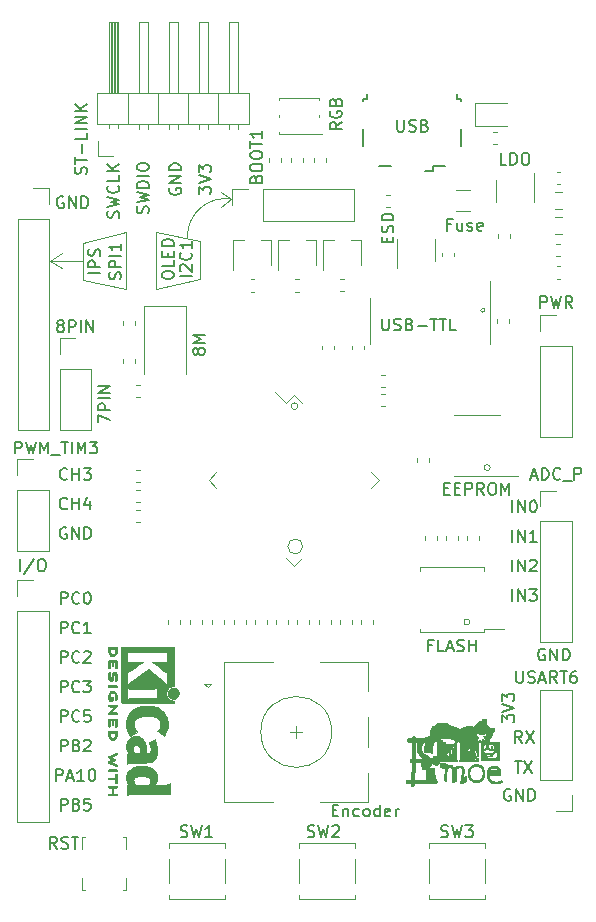
<source format=gbr>
G04 #@! TF.GenerationSoftware,KiCad,Pcbnew,(5.1.5)-2*
G04 #@! TF.CreationDate,2020-06-12T14:56:32+08:00*
G04 #@! TF.ProjectId,Bonjour STM32,426f6e6a-6f75-4722-9053-544d33322e6b,rev?*
G04 #@! TF.SameCoordinates,Original*
G04 #@! TF.FileFunction,Legend,Top*
G04 #@! TF.FilePolarity,Positive*
%FSLAX46Y46*%
G04 Gerber Fmt 4.6, Leading zero omitted, Abs format (unit mm)*
G04 Created by KiCad (PCBNEW (5.1.5)-2) date 2020-06-12 14:56:32*
%MOMM*%
%LPD*%
G04 APERTURE LIST*
%ADD10C,0.150000*%
%ADD11C,0.120000*%
%ADD12C,0.010000*%
G04 APERTURE END LIST*
D10*
X161829880Y-90685880D02*
X161829880Y-89685880D01*
X163020357Y-89638261D02*
X162163214Y-90923976D01*
X163544166Y-89685880D02*
X163734642Y-89685880D01*
X163829880Y-89733500D01*
X163925119Y-89828738D01*
X163972738Y-90019214D01*
X163972738Y-90352547D01*
X163925119Y-90543023D01*
X163829880Y-90638261D01*
X163734642Y-90685880D01*
X163544166Y-90685880D01*
X163448928Y-90638261D01*
X163353690Y-90543023D01*
X163306071Y-90352547D01*
X163306071Y-90019214D01*
X163353690Y-89828738D01*
X163448928Y-89733500D01*
X163544166Y-89685880D01*
X164933380Y-114180880D02*
X164600047Y-113704690D01*
X164361952Y-114180880D02*
X164361952Y-113180880D01*
X164742904Y-113180880D01*
X164838142Y-113228500D01*
X164885761Y-113276119D01*
X164933380Y-113371357D01*
X164933380Y-113514214D01*
X164885761Y-113609452D01*
X164838142Y-113657071D01*
X164742904Y-113704690D01*
X164361952Y-113704690D01*
X165314333Y-114133261D02*
X165457190Y-114180880D01*
X165695285Y-114180880D01*
X165790523Y-114133261D01*
X165838142Y-114085642D01*
X165885761Y-113990404D01*
X165885761Y-113895166D01*
X165838142Y-113799928D01*
X165790523Y-113752309D01*
X165695285Y-113704690D01*
X165504809Y-113657071D01*
X165409571Y-113609452D01*
X165361952Y-113561833D01*
X165314333Y-113466595D01*
X165314333Y-113371357D01*
X165361952Y-113276119D01*
X165409571Y-113228500D01*
X165504809Y-113180880D01*
X165742904Y-113180880D01*
X165885761Y-113228500D01*
X166171476Y-113180880D02*
X166742904Y-113180880D01*
X166457190Y-114180880D02*
X166457190Y-113180880D01*
X188269904Y-110926571D02*
X188603238Y-110926571D01*
X188746095Y-111450380D02*
X188269904Y-111450380D01*
X188269904Y-110450380D01*
X188746095Y-110450380D01*
X189174666Y-110783714D02*
X189174666Y-111450380D01*
X189174666Y-110878952D02*
X189222285Y-110831333D01*
X189317523Y-110783714D01*
X189460380Y-110783714D01*
X189555619Y-110831333D01*
X189603238Y-110926571D01*
X189603238Y-111450380D01*
X190508000Y-111402761D02*
X190412761Y-111450380D01*
X190222285Y-111450380D01*
X190127047Y-111402761D01*
X190079428Y-111355142D01*
X190031809Y-111259904D01*
X190031809Y-110974190D01*
X190079428Y-110878952D01*
X190127047Y-110831333D01*
X190222285Y-110783714D01*
X190412761Y-110783714D01*
X190508000Y-110831333D01*
X191079428Y-111450380D02*
X190984190Y-111402761D01*
X190936571Y-111355142D01*
X190888952Y-111259904D01*
X190888952Y-110974190D01*
X190936571Y-110878952D01*
X190984190Y-110831333D01*
X191079428Y-110783714D01*
X191222285Y-110783714D01*
X191317523Y-110831333D01*
X191365142Y-110878952D01*
X191412761Y-110974190D01*
X191412761Y-111259904D01*
X191365142Y-111355142D01*
X191317523Y-111402761D01*
X191222285Y-111450380D01*
X191079428Y-111450380D01*
X192269904Y-111450380D02*
X192269904Y-110450380D01*
X192269904Y-111402761D02*
X192174666Y-111450380D01*
X191984190Y-111450380D01*
X191888952Y-111402761D01*
X191841333Y-111355142D01*
X191793714Y-111259904D01*
X191793714Y-110974190D01*
X191841333Y-110878952D01*
X191888952Y-110831333D01*
X191984190Y-110783714D01*
X192174666Y-110783714D01*
X192269904Y-110831333D01*
X193127047Y-111402761D02*
X193031809Y-111450380D01*
X192841333Y-111450380D01*
X192746095Y-111402761D01*
X192698476Y-111307523D01*
X192698476Y-110926571D01*
X192746095Y-110831333D01*
X192841333Y-110783714D01*
X193031809Y-110783714D01*
X193127047Y-110831333D01*
X193174666Y-110926571D01*
X193174666Y-111021809D01*
X192698476Y-111117047D01*
X193603238Y-111450380D02*
X193603238Y-110783714D01*
X193603238Y-110974190D02*
X193650857Y-110878952D01*
X193698476Y-110831333D01*
X193793714Y-110783714D01*
X193888952Y-110783714D01*
X203827380Y-99147380D02*
X203827380Y-99956904D01*
X203875000Y-100052142D01*
X203922619Y-100099761D01*
X204017857Y-100147380D01*
X204208333Y-100147380D01*
X204303571Y-100099761D01*
X204351190Y-100052142D01*
X204398809Y-99956904D01*
X204398809Y-99147380D01*
X204827380Y-100099761D02*
X204970238Y-100147380D01*
X205208333Y-100147380D01*
X205303571Y-100099761D01*
X205351190Y-100052142D01*
X205398809Y-99956904D01*
X205398809Y-99861666D01*
X205351190Y-99766428D01*
X205303571Y-99718809D01*
X205208333Y-99671190D01*
X205017857Y-99623571D01*
X204922619Y-99575952D01*
X204875000Y-99528333D01*
X204827380Y-99433095D01*
X204827380Y-99337857D01*
X204875000Y-99242619D01*
X204922619Y-99195000D01*
X205017857Y-99147380D01*
X205255952Y-99147380D01*
X205398809Y-99195000D01*
X205779761Y-99861666D02*
X206255952Y-99861666D01*
X205684523Y-100147380D02*
X206017857Y-99147380D01*
X206351190Y-100147380D01*
X207255952Y-100147380D02*
X206922619Y-99671190D01*
X206684523Y-100147380D02*
X206684523Y-99147380D01*
X207065476Y-99147380D01*
X207160714Y-99195000D01*
X207208333Y-99242619D01*
X207255952Y-99337857D01*
X207255952Y-99480714D01*
X207208333Y-99575952D01*
X207160714Y-99623571D01*
X207065476Y-99671190D01*
X206684523Y-99671190D01*
X207541666Y-99147380D02*
X208113095Y-99147380D01*
X207827380Y-100147380D02*
X207827380Y-99147380D01*
X208875000Y-99147380D02*
X208684523Y-99147380D01*
X208589285Y-99195000D01*
X208541666Y-99242619D01*
X208446428Y-99385476D01*
X208398809Y-99575952D01*
X208398809Y-99956904D01*
X208446428Y-100052142D01*
X208494047Y-100099761D01*
X208589285Y-100147380D01*
X208779761Y-100147380D01*
X208875000Y-100099761D01*
X208922619Y-100052142D01*
X208970238Y-99956904D01*
X208970238Y-99718809D01*
X208922619Y-99623571D01*
X208875000Y-99575952D01*
X208779761Y-99528333D01*
X208589285Y-99528333D01*
X208494047Y-99575952D01*
X208446428Y-99623571D01*
X208398809Y-99718809D01*
X196683523Y-96956571D02*
X196350190Y-96956571D01*
X196350190Y-97480380D02*
X196350190Y-96480380D01*
X196826380Y-96480380D01*
X197683523Y-97480380D02*
X197207333Y-97480380D01*
X197207333Y-96480380D01*
X197969238Y-97194666D02*
X198445428Y-97194666D01*
X197874000Y-97480380D02*
X198207333Y-96480380D01*
X198540666Y-97480380D01*
X198826380Y-97432761D02*
X198969238Y-97480380D01*
X199207333Y-97480380D01*
X199302571Y-97432761D01*
X199350190Y-97385142D01*
X199397809Y-97289904D01*
X199397809Y-97194666D01*
X199350190Y-97099428D01*
X199302571Y-97051809D01*
X199207333Y-97004190D01*
X199016857Y-96956571D01*
X198921619Y-96908952D01*
X198874000Y-96861333D01*
X198826380Y-96766095D01*
X198826380Y-96670857D01*
X198874000Y-96575619D01*
X198921619Y-96528000D01*
X199016857Y-96480380D01*
X199254952Y-96480380D01*
X199397809Y-96528000D01*
X199826380Y-97480380D02*
X199826380Y-96480380D01*
X199826380Y-96956571D02*
X200397809Y-96956571D01*
X200397809Y-97480380D02*
X200397809Y-96480380D01*
X197707595Y-83685071D02*
X198040928Y-83685071D01*
X198183785Y-84208880D02*
X197707595Y-84208880D01*
X197707595Y-83208880D01*
X198183785Y-83208880D01*
X198612357Y-83685071D02*
X198945690Y-83685071D01*
X199088547Y-84208880D02*
X198612357Y-84208880D01*
X198612357Y-83208880D01*
X199088547Y-83208880D01*
X199517119Y-84208880D02*
X199517119Y-83208880D01*
X199898071Y-83208880D01*
X199993309Y-83256500D01*
X200040928Y-83304119D01*
X200088547Y-83399357D01*
X200088547Y-83542214D01*
X200040928Y-83637452D01*
X199993309Y-83685071D01*
X199898071Y-83732690D01*
X199517119Y-83732690D01*
X201088547Y-84208880D02*
X200755214Y-83732690D01*
X200517119Y-84208880D02*
X200517119Y-83208880D01*
X200898071Y-83208880D01*
X200993309Y-83256500D01*
X201040928Y-83304119D01*
X201088547Y-83399357D01*
X201088547Y-83542214D01*
X201040928Y-83637452D01*
X200993309Y-83685071D01*
X200898071Y-83732690D01*
X200517119Y-83732690D01*
X201707595Y-83208880D02*
X201898071Y-83208880D01*
X201993309Y-83256500D01*
X202088547Y-83351738D01*
X202136166Y-83542214D01*
X202136166Y-83875547D01*
X202088547Y-84066023D01*
X201993309Y-84161261D01*
X201898071Y-84208880D01*
X201707595Y-84208880D01*
X201612357Y-84161261D01*
X201517119Y-84066023D01*
X201469500Y-83875547D01*
X201469500Y-83542214D01*
X201517119Y-83351738D01*
X201612357Y-83256500D01*
X201707595Y-83208880D01*
X202564738Y-84208880D02*
X202564738Y-83208880D01*
X202898071Y-83923166D01*
X203231404Y-83208880D01*
X203231404Y-84208880D01*
X205081452Y-82653166D02*
X205557642Y-82653166D01*
X204986214Y-82938880D02*
X205319547Y-81938880D01*
X205652880Y-82938880D01*
X205986214Y-82938880D02*
X205986214Y-81938880D01*
X206224309Y-81938880D01*
X206367166Y-81986500D01*
X206462404Y-82081738D01*
X206510023Y-82176976D01*
X206557642Y-82367452D01*
X206557642Y-82510309D01*
X206510023Y-82700785D01*
X206462404Y-82796023D01*
X206367166Y-82891261D01*
X206224309Y-82938880D01*
X205986214Y-82938880D01*
X207557642Y-82843642D02*
X207510023Y-82891261D01*
X207367166Y-82938880D01*
X207271928Y-82938880D01*
X207129071Y-82891261D01*
X207033833Y-82796023D01*
X206986214Y-82700785D01*
X206938595Y-82510309D01*
X206938595Y-82367452D01*
X206986214Y-82176976D01*
X207033833Y-82081738D01*
X207129071Y-81986500D01*
X207271928Y-81938880D01*
X207367166Y-81938880D01*
X207510023Y-81986500D01*
X207557642Y-82034119D01*
X207748119Y-83034119D02*
X208510023Y-83034119D01*
X208748119Y-82938880D02*
X208748119Y-81938880D01*
X209129071Y-81938880D01*
X209224309Y-81986500D01*
X209271928Y-82034119D01*
X209319547Y-82129357D01*
X209319547Y-82272214D01*
X209271928Y-82367452D01*
X209224309Y-82415071D01*
X209129071Y-82462690D01*
X208748119Y-82462690D01*
X192468880Y-69302380D02*
X192468880Y-70111904D01*
X192516500Y-70207142D01*
X192564119Y-70254761D01*
X192659357Y-70302380D01*
X192849833Y-70302380D01*
X192945071Y-70254761D01*
X192992690Y-70207142D01*
X193040309Y-70111904D01*
X193040309Y-69302380D01*
X193468880Y-70254761D02*
X193611738Y-70302380D01*
X193849833Y-70302380D01*
X193945071Y-70254761D01*
X193992690Y-70207142D01*
X194040309Y-70111904D01*
X194040309Y-70016666D01*
X193992690Y-69921428D01*
X193945071Y-69873809D01*
X193849833Y-69826190D01*
X193659357Y-69778571D01*
X193564119Y-69730952D01*
X193516500Y-69683333D01*
X193468880Y-69588095D01*
X193468880Y-69492857D01*
X193516500Y-69397619D01*
X193564119Y-69350000D01*
X193659357Y-69302380D01*
X193897452Y-69302380D01*
X194040309Y-69350000D01*
X194802214Y-69778571D02*
X194945071Y-69826190D01*
X194992690Y-69873809D01*
X195040309Y-69969047D01*
X195040309Y-70111904D01*
X194992690Y-70207142D01*
X194945071Y-70254761D01*
X194849833Y-70302380D01*
X194468880Y-70302380D01*
X194468880Y-69302380D01*
X194802214Y-69302380D01*
X194897452Y-69350000D01*
X194945071Y-69397619D01*
X194992690Y-69492857D01*
X194992690Y-69588095D01*
X194945071Y-69683333D01*
X194897452Y-69730952D01*
X194802214Y-69778571D01*
X194468880Y-69778571D01*
X195468880Y-69921428D02*
X196230785Y-69921428D01*
X196564119Y-69302380D02*
X197135547Y-69302380D01*
X196849833Y-70302380D02*
X196849833Y-69302380D01*
X197326023Y-69302380D02*
X197897452Y-69302380D01*
X197611738Y-70302380D02*
X197611738Y-69302380D01*
X198706976Y-70302380D02*
X198230785Y-70302380D01*
X198230785Y-69302380D01*
X205867166Y-68397380D02*
X205867166Y-67397380D01*
X206248119Y-67397380D01*
X206343357Y-67445000D01*
X206390976Y-67492619D01*
X206438595Y-67587857D01*
X206438595Y-67730714D01*
X206390976Y-67825952D01*
X206343357Y-67873571D01*
X206248119Y-67921190D01*
X205867166Y-67921190D01*
X206771928Y-67397380D02*
X207010023Y-68397380D01*
X207200500Y-67683095D01*
X207390976Y-68397380D01*
X207629071Y-67397380D01*
X208581452Y-68397380D02*
X208248119Y-67921190D01*
X208010023Y-68397380D02*
X208010023Y-67397380D01*
X208390976Y-67397380D01*
X208486214Y-67445000D01*
X208533833Y-67492619D01*
X208581452Y-67587857D01*
X208581452Y-67730714D01*
X208533833Y-67825952D01*
X208486214Y-67873571D01*
X208390976Y-67921190D01*
X208010023Y-67921190D01*
X192905071Y-62848976D02*
X192905071Y-62515642D01*
X193428880Y-62372785D02*
X193428880Y-62848976D01*
X192428880Y-62848976D01*
X192428880Y-62372785D01*
X193381261Y-61991833D02*
X193428880Y-61848976D01*
X193428880Y-61610880D01*
X193381261Y-61515642D01*
X193333642Y-61468023D01*
X193238404Y-61420404D01*
X193143166Y-61420404D01*
X193047928Y-61468023D01*
X193000309Y-61515642D01*
X192952690Y-61610880D01*
X192905071Y-61801357D01*
X192857452Y-61896595D01*
X192809833Y-61944214D01*
X192714595Y-61991833D01*
X192619357Y-61991833D01*
X192524119Y-61944214D01*
X192476500Y-61896595D01*
X192428880Y-61801357D01*
X192428880Y-61563261D01*
X192476500Y-61420404D01*
X193428880Y-60991833D02*
X192428880Y-60991833D01*
X192428880Y-60753738D01*
X192476500Y-60610880D01*
X192571738Y-60515642D01*
X192666976Y-60468023D01*
X192857452Y-60420404D01*
X193000309Y-60420404D01*
X193190785Y-60468023D01*
X193286023Y-60515642D01*
X193381261Y-60610880D01*
X193428880Y-60753738D01*
X193428880Y-60991833D01*
X198310642Y-61333071D02*
X197977309Y-61333071D01*
X197977309Y-61856880D02*
X197977309Y-60856880D01*
X198453500Y-60856880D01*
X199263023Y-61190214D02*
X199263023Y-61856880D01*
X198834452Y-61190214D02*
X198834452Y-61714023D01*
X198882071Y-61809261D01*
X198977309Y-61856880D01*
X199120166Y-61856880D01*
X199215404Y-61809261D01*
X199263023Y-61761642D01*
X199691595Y-61809261D02*
X199786833Y-61856880D01*
X199977309Y-61856880D01*
X200072547Y-61809261D01*
X200120166Y-61714023D01*
X200120166Y-61666404D01*
X200072547Y-61571166D01*
X199977309Y-61523547D01*
X199834452Y-61523547D01*
X199739214Y-61475928D01*
X199691595Y-61380690D01*
X199691595Y-61333071D01*
X199739214Y-61237833D01*
X199834452Y-61190214D01*
X199977309Y-61190214D01*
X200072547Y-61237833D01*
X200929690Y-61809261D02*
X200834452Y-61856880D01*
X200643976Y-61856880D01*
X200548738Y-61809261D01*
X200501119Y-61714023D01*
X200501119Y-61333071D01*
X200548738Y-61237833D01*
X200643976Y-61190214D01*
X200834452Y-61190214D01*
X200929690Y-61237833D01*
X200977309Y-61333071D01*
X200977309Y-61428309D01*
X200501119Y-61523547D01*
X202993714Y-56268880D02*
X202517523Y-56268880D01*
X202517523Y-55268880D01*
X203327047Y-56268880D02*
X203327047Y-55268880D01*
X203565142Y-55268880D01*
X203708000Y-55316500D01*
X203803238Y-55411738D01*
X203850857Y-55506976D01*
X203898476Y-55697452D01*
X203898476Y-55840309D01*
X203850857Y-56030785D01*
X203803238Y-56126023D01*
X203708000Y-56221261D01*
X203565142Y-56268880D01*
X203327047Y-56268880D01*
X204517523Y-55268880D02*
X204708000Y-55268880D01*
X204803238Y-55316500D01*
X204898476Y-55411738D01*
X204946095Y-55602214D01*
X204946095Y-55935547D01*
X204898476Y-56126023D01*
X204803238Y-56221261D01*
X204708000Y-56268880D01*
X204517523Y-56268880D01*
X204422285Y-56221261D01*
X204327047Y-56126023D01*
X204279428Y-55935547D01*
X204279428Y-55602214D01*
X204327047Y-55411738D01*
X204422285Y-55316500D01*
X204517523Y-55268880D01*
X193746595Y-52474880D02*
X193746595Y-53284404D01*
X193794214Y-53379642D01*
X193841833Y-53427261D01*
X193937071Y-53474880D01*
X194127547Y-53474880D01*
X194222785Y-53427261D01*
X194270404Y-53379642D01*
X194318023Y-53284404D01*
X194318023Y-52474880D01*
X194746595Y-53427261D02*
X194889452Y-53474880D01*
X195127547Y-53474880D01*
X195222785Y-53427261D01*
X195270404Y-53379642D01*
X195318023Y-53284404D01*
X195318023Y-53189166D01*
X195270404Y-53093928D01*
X195222785Y-53046309D01*
X195127547Y-52998690D01*
X194937071Y-52951071D01*
X194841833Y-52903452D01*
X194794214Y-52855833D01*
X194746595Y-52760595D01*
X194746595Y-52665357D01*
X194794214Y-52570119D01*
X194841833Y-52522500D01*
X194937071Y-52474880D01*
X195175166Y-52474880D01*
X195318023Y-52522500D01*
X196079928Y-52951071D02*
X196222785Y-52998690D01*
X196270404Y-53046309D01*
X196318023Y-53141547D01*
X196318023Y-53284404D01*
X196270404Y-53379642D01*
X196222785Y-53427261D01*
X196127547Y-53474880D01*
X195746595Y-53474880D01*
X195746595Y-52474880D01*
X196079928Y-52474880D01*
X196175166Y-52522500D01*
X196222785Y-52570119D01*
X196270404Y-52665357D01*
X196270404Y-52760595D01*
X196222785Y-52855833D01*
X196175166Y-52903452D01*
X196079928Y-52951071D01*
X195746595Y-52951071D01*
X189047380Y-52696976D02*
X188571190Y-53030309D01*
X189047380Y-53268404D02*
X188047380Y-53268404D01*
X188047380Y-52887452D01*
X188095000Y-52792214D01*
X188142619Y-52744595D01*
X188237857Y-52696976D01*
X188380714Y-52696976D01*
X188475952Y-52744595D01*
X188523571Y-52792214D01*
X188571190Y-52887452D01*
X188571190Y-53268404D01*
X188095000Y-51744595D02*
X188047380Y-51839833D01*
X188047380Y-51982690D01*
X188095000Y-52125547D01*
X188190238Y-52220785D01*
X188285476Y-52268404D01*
X188475952Y-52316023D01*
X188618809Y-52316023D01*
X188809285Y-52268404D01*
X188904523Y-52220785D01*
X188999761Y-52125547D01*
X189047380Y-51982690D01*
X189047380Y-51887452D01*
X188999761Y-51744595D01*
X188952142Y-51696976D01*
X188618809Y-51696976D01*
X188618809Y-51887452D01*
X188523571Y-50935071D02*
X188571190Y-50792214D01*
X188618809Y-50744595D01*
X188714047Y-50696976D01*
X188856904Y-50696976D01*
X188952142Y-50744595D01*
X188999761Y-50792214D01*
X189047380Y-50887452D01*
X189047380Y-51268404D01*
X188047380Y-51268404D01*
X188047380Y-50935071D01*
X188095000Y-50839833D01*
X188142619Y-50792214D01*
X188237857Y-50744595D01*
X188333095Y-50744595D01*
X188428333Y-50792214D01*
X188475952Y-50839833D01*
X188523571Y-50935071D01*
X188523571Y-51268404D01*
X167409761Y-57054380D02*
X167457380Y-56911523D01*
X167457380Y-56673428D01*
X167409761Y-56578190D01*
X167362142Y-56530571D01*
X167266904Y-56482952D01*
X167171666Y-56482952D01*
X167076428Y-56530571D01*
X167028809Y-56578190D01*
X166981190Y-56673428D01*
X166933571Y-56863904D01*
X166885952Y-56959142D01*
X166838333Y-57006761D01*
X166743095Y-57054380D01*
X166647857Y-57054380D01*
X166552619Y-57006761D01*
X166505000Y-56959142D01*
X166457380Y-56863904D01*
X166457380Y-56625809D01*
X166505000Y-56482952D01*
X166457380Y-56197238D02*
X166457380Y-55625809D01*
X167457380Y-55911523D02*
X166457380Y-55911523D01*
X167076428Y-55292476D02*
X167076428Y-54530571D01*
X167457380Y-53578190D02*
X167457380Y-54054380D01*
X166457380Y-54054380D01*
X167457380Y-53244857D02*
X166457380Y-53244857D01*
X167457380Y-52768666D02*
X166457380Y-52768666D01*
X167457380Y-52197238D01*
X166457380Y-52197238D01*
X167457380Y-51721047D02*
X166457380Y-51721047D01*
X167457380Y-51149619D02*
X166885952Y-51578190D01*
X166457380Y-51149619D02*
X167028809Y-51721047D01*
X173823380Y-65714380D02*
X173823380Y-65523904D01*
X173871000Y-65428666D01*
X173966238Y-65333428D01*
X174156714Y-65285809D01*
X174490047Y-65285809D01*
X174680523Y-65333428D01*
X174775761Y-65428666D01*
X174823380Y-65523904D01*
X174823380Y-65714380D01*
X174775761Y-65809619D01*
X174680523Y-65904857D01*
X174490047Y-65952476D01*
X174156714Y-65952476D01*
X173966238Y-65904857D01*
X173871000Y-65809619D01*
X173823380Y-65714380D01*
X174823380Y-64381047D02*
X174823380Y-64857238D01*
X173823380Y-64857238D01*
X174299571Y-64047714D02*
X174299571Y-63714380D01*
X174823380Y-63571523D02*
X174823380Y-64047714D01*
X173823380Y-64047714D01*
X173823380Y-63571523D01*
X174823380Y-63142952D02*
X173823380Y-63142952D01*
X173823380Y-62904857D01*
X173871000Y-62762000D01*
X173966238Y-62666761D01*
X174061476Y-62619142D01*
X174251952Y-62571523D01*
X174394809Y-62571523D01*
X174585285Y-62619142D01*
X174680523Y-62666761D01*
X174775761Y-62762000D01*
X174823380Y-62904857D01*
X174823380Y-63142952D01*
X168600380Y-65428690D02*
X167600380Y-65428690D01*
X168600380Y-64952500D02*
X167600380Y-64952500D01*
X167600380Y-64571547D01*
X167648000Y-64476309D01*
X167695619Y-64428690D01*
X167790857Y-64381071D01*
X167933714Y-64381071D01*
X168028952Y-64428690D01*
X168076571Y-64476309D01*
X168124190Y-64571547D01*
X168124190Y-64952500D01*
X168552761Y-64000119D02*
X168600380Y-63857261D01*
X168600380Y-63619166D01*
X168552761Y-63523928D01*
X168505142Y-63476309D01*
X168409904Y-63428690D01*
X168314666Y-63428690D01*
X168219428Y-63476309D01*
X168171809Y-63523928D01*
X168124190Y-63619166D01*
X168076571Y-63809642D01*
X168028952Y-63904880D01*
X167981333Y-63952500D01*
X167886095Y-64000119D01*
X167790857Y-64000119D01*
X167695619Y-63952500D01*
X167648000Y-63904880D01*
X167600380Y-63809642D01*
X167600380Y-63571547D01*
X167648000Y-63428690D01*
X161393619Y-80716380D02*
X161393619Y-79716380D01*
X161774571Y-79716380D01*
X161869809Y-79764000D01*
X161917428Y-79811619D01*
X161965047Y-79906857D01*
X161965047Y-80049714D01*
X161917428Y-80144952D01*
X161869809Y-80192571D01*
X161774571Y-80240190D01*
X161393619Y-80240190D01*
X162298380Y-79716380D02*
X162536476Y-80716380D01*
X162726952Y-80002095D01*
X162917428Y-80716380D01*
X163155523Y-79716380D01*
X163536476Y-80716380D02*
X163536476Y-79716380D01*
X163869809Y-80430666D01*
X164203142Y-79716380D01*
X164203142Y-80716380D01*
X164441238Y-80811619D02*
X165203142Y-80811619D01*
X165298380Y-79716380D02*
X165869809Y-79716380D01*
X165584095Y-80716380D02*
X165584095Y-79716380D01*
X166203142Y-80716380D02*
X166203142Y-79716380D01*
X166679333Y-80716380D02*
X166679333Y-79716380D01*
X167012666Y-80430666D01*
X167346000Y-79716380D01*
X167346000Y-80716380D01*
X167726952Y-79716380D02*
X168346000Y-79716380D01*
X168012666Y-80097333D01*
X168155523Y-80097333D01*
X168250761Y-80144952D01*
X168298380Y-80192571D01*
X168346000Y-80287809D01*
X168346000Y-80525904D01*
X168298380Y-80621142D01*
X168250761Y-80668761D01*
X168155523Y-80716380D01*
X167869809Y-80716380D01*
X167774571Y-80668761D01*
X167726952Y-80621142D01*
D11*
X201157105Y-68580000D02*
G75*
G03X201157105Y-68580000I-179605J0D01*
G01*
X179704999Y-59182001D02*
X178816000Y-59817000D01*
X179704999Y-59182001D02*
X178816000Y-58547000D01*
X175982674Y-62439419D02*
G75*
G02X179704999Y-59182001I3214326J82419D01*
G01*
X177038000Y-62738000D02*
X177038000Y-65913000D01*
X177038000Y-65913000D02*
X173355000Y-66802000D01*
X173355000Y-61976000D02*
X177038000Y-62738000D01*
X173355000Y-66802000D02*
X173355000Y-61976000D01*
X164338000Y-64389000D02*
X165354000Y-65024000D01*
X164338000Y-64389000D02*
X165354000Y-63754000D01*
X167132000Y-64389000D02*
X164338000Y-64389000D01*
X170815000Y-61976000D02*
X167132000Y-62865000D01*
X170815000Y-66802000D02*
X170815000Y-61976000D01*
X167132000Y-66040000D02*
X170815000Y-66802000D01*
X167132000Y-62865000D02*
X167132000Y-66040000D01*
D10*
X176347380Y-65714380D02*
X175347380Y-65714380D01*
X175442619Y-65285809D02*
X175395000Y-65238190D01*
X175347380Y-65142952D01*
X175347380Y-64904857D01*
X175395000Y-64809619D01*
X175442619Y-64762000D01*
X175537857Y-64714380D01*
X175633095Y-64714380D01*
X175775952Y-64762000D01*
X176347380Y-65333428D01*
X176347380Y-64714380D01*
X176252142Y-63714380D02*
X176299761Y-63762000D01*
X176347380Y-63904857D01*
X176347380Y-64000095D01*
X176299761Y-64142952D01*
X176204523Y-64238190D01*
X176109285Y-64285809D01*
X175918809Y-64333428D01*
X175775952Y-64333428D01*
X175585476Y-64285809D01*
X175490238Y-64238190D01*
X175395000Y-64142952D01*
X175347380Y-64000095D01*
X175347380Y-63904857D01*
X175395000Y-63762000D01*
X175442619Y-63714380D01*
X176347380Y-62762000D02*
X176347380Y-63333428D01*
X176347380Y-63047714D02*
X175347380Y-63047714D01*
X175490238Y-63142952D01*
X175585476Y-63238190D01*
X175633095Y-63333428D01*
X170305361Y-65965200D02*
X170352980Y-65822342D01*
X170352980Y-65584247D01*
X170305361Y-65489009D01*
X170257742Y-65441390D01*
X170162504Y-65393771D01*
X170067266Y-65393771D01*
X169972028Y-65441390D01*
X169924409Y-65489009D01*
X169876790Y-65584247D01*
X169829171Y-65774723D01*
X169781552Y-65869961D01*
X169733933Y-65917580D01*
X169638695Y-65965200D01*
X169543457Y-65965200D01*
X169448219Y-65917580D01*
X169400600Y-65869961D01*
X169352980Y-65774723D01*
X169352980Y-65536628D01*
X169400600Y-65393771D01*
X170352980Y-64965200D02*
X169352980Y-64965200D01*
X169352980Y-64584247D01*
X169400600Y-64489009D01*
X169448219Y-64441390D01*
X169543457Y-64393771D01*
X169686314Y-64393771D01*
X169781552Y-64441390D01*
X169829171Y-64489009D01*
X169876790Y-64584247D01*
X169876790Y-64965200D01*
X170352980Y-63965200D02*
X169352980Y-63965200D01*
X170352980Y-62965200D02*
X170352980Y-63536628D01*
X170352980Y-63250914D02*
X169352980Y-63250914D01*
X169495838Y-63346152D01*
X169591076Y-63441390D01*
X169638695Y-63536628D01*
D11*
X185742534Y-88595200D02*
G75*
G03X185742534Y-88595200I-627334J0D01*
G01*
X185322981Y-76708000D02*
G75*
G03X185322981Y-76708000I-283981J0D01*
G01*
X199898000Y-94996000D02*
G75*
G03X199898000Y-94996000I-254000J0D01*
G01*
X201612500Y-81915000D02*
G75*
G03X201612500Y-81915000I-254000J0D01*
G01*
D10*
X203327095Y-109164500D02*
X203231857Y-109116880D01*
X203089000Y-109116880D01*
X202946142Y-109164500D01*
X202850904Y-109259738D01*
X202803285Y-109354976D01*
X202755666Y-109545452D01*
X202755666Y-109688309D01*
X202803285Y-109878785D01*
X202850904Y-109974023D01*
X202946142Y-110069261D01*
X203089000Y-110116880D01*
X203184238Y-110116880D01*
X203327095Y-110069261D01*
X203374714Y-110021642D01*
X203374714Y-109688309D01*
X203184238Y-109688309D01*
X203803285Y-110116880D02*
X203803285Y-109116880D01*
X204374714Y-110116880D01*
X204374714Y-109116880D01*
X204850904Y-110116880D02*
X204850904Y-109116880D01*
X205089000Y-109116880D01*
X205231857Y-109164500D01*
X205327095Y-109259738D01*
X205374714Y-109354976D01*
X205422333Y-109545452D01*
X205422333Y-109688309D01*
X205374714Y-109878785D01*
X205327095Y-109974023D01*
X205231857Y-110069261D01*
X205089000Y-110116880D01*
X204850904Y-110116880D01*
X203708095Y-106767380D02*
X204279523Y-106767380D01*
X203993809Y-107767380D02*
X203993809Y-106767380D01*
X204517619Y-106767380D02*
X205184285Y-107767380D01*
X205184285Y-106767380D02*
X204517619Y-107767380D01*
X204303333Y-105227380D02*
X203970000Y-104751190D01*
X203731904Y-105227380D02*
X203731904Y-104227380D01*
X204112857Y-104227380D01*
X204208095Y-104275000D01*
X204255714Y-104322619D01*
X204303333Y-104417857D01*
X204303333Y-104560714D01*
X204255714Y-104655952D01*
X204208095Y-104703571D01*
X204112857Y-104751190D01*
X203731904Y-104751190D01*
X204636666Y-104227380D02*
X205303333Y-105227380D01*
X205303333Y-104227380D02*
X204636666Y-105227380D01*
X202652380Y-103473095D02*
X202652380Y-102854047D01*
X203033333Y-103187380D01*
X203033333Y-103044523D01*
X203080952Y-102949285D01*
X203128571Y-102901666D01*
X203223809Y-102854047D01*
X203461904Y-102854047D01*
X203557142Y-102901666D01*
X203604761Y-102949285D01*
X203652380Y-103044523D01*
X203652380Y-103330238D01*
X203604761Y-103425476D01*
X203557142Y-103473095D01*
X202652380Y-102568333D02*
X203652380Y-102235000D01*
X202652380Y-101901666D01*
X202652380Y-101663571D02*
X202652380Y-101044523D01*
X203033333Y-101377857D01*
X203033333Y-101235000D01*
X203080952Y-101139761D01*
X203128571Y-101092142D01*
X203223809Y-101044523D01*
X203461904Y-101044523D01*
X203557142Y-101092142D01*
X203604761Y-101139761D01*
X203652380Y-101235000D01*
X203652380Y-101520714D01*
X203604761Y-101615952D01*
X203557142Y-101663571D01*
X165488095Y-59000000D02*
X165392857Y-58952380D01*
X165250000Y-58952380D01*
X165107142Y-59000000D01*
X165011904Y-59095238D01*
X164964285Y-59190476D01*
X164916666Y-59380952D01*
X164916666Y-59523809D01*
X164964285Y-59714285D01*
X165011904Y-59809523D01*
X165107142Y-59904761D01*
X165250000Y-59952380D01*
X165345238Y-59952380D01*
X165488095Y-59904761D01*
X165535714Y-59857142D01*
X165535714Y-59523809D01*
X165345238Y-59523809D01*
X165964285Y-59952380D02*
X165964285Y-58952380D01*
X166535714Y-59952380D01*
X166535714Y-58952380D01*
X167011904Y-59952380D02*
X167011904Y-58952380D01*
X167250000Y-58952380D01*
X167392857Y-59000000D01*
X167488095Y-59095238D01*
X167535714Y-59190476D01*
X167583333Y-59380952D01*
X167583333Y-59523809D01*
X167535714Y-59714285D01*
X167488095Y-59809523D01*
X167392857Y-59904761D01*
X167250000Y-59952380D01*
X167011904Y-59952380D01*
X206248095Y-97290000D02*
X206152857Y-97242380D01*
X206010000Y-97242380D01*
X205867142Y-97290000D01*
X205771904Y-97385238D01*
X205724285Y-97480476D01*
X205676666Y-97670952D01*
X205676666Y-97813809D01*
X205724285Y-98004285D01*
X205771904Y-98099523D01*
X205867142Y-98194761D01*
X206010000Y-98242380D01*
X206105238Y-98242380D01*
X206248095Y-98194761D01*
X206295714Y-98147142D01*
X206295714Y-97813809D01*
X206105238Y-97813809D01*
X206724285Y-98242380D02*
X206724285Y-97242380D01*
X207295714Y-98242380D01*
X207295714Y-97242380D01*
X207771904Y-98242380D02*
X207771904Y-97242380D01*
X208010000Y-97242380D01*
X208152857Y-97290000D01*
X208248095Y-97385238D01*
X208295714Y-97480476D01*
X208343333Y-97670952D01*
X208343333Y-97813809D01*
X208295714Y-98004285D01*
X208248095Y-98099523D01*
X208152857Y-98194761D01*
X208010000Y-98242380D01*
X207771904Y-98242380D01*
X203500000Y-93202380D02*
X203500000Y-92202380D01*
X203976190Y-93202380D02*
X203976190Y-92202380D01*
X204547619Y-93202380D01*
X204547619Y-92202380D01*
X204928571Y-92202380D02*
X205547619Y-92202380D01*
X205214285Y-92583333D01*
X205357142Y-92583333D01*
X205452380Y-92630952D01*
X205500000Y-92678571D01*
X205547619Y-92773809D01*
X205547619Y-93011904D01*
X205500000Y-93107142D01*
X205452380Y-93154761D01*
X205357142Y-93202380D01*
X205071428Y-93202380D01*
X204976190Y-93154761D01*
X204928571Y-93107142D01*
X203500000Y-90702380D02*
X203500000Y-89702380D01*
X203976190Y-90702380D02*
X203976190Y-89702380D01*
X204547619Y-90702380D01*
X204547619Y-89702380D01*
X204976190Y-89797619D02*
X205023809Y-89750000D01*
X205119047Y-89702380D01*
X205357142Y-89702380D01*
X205452380Y-89750000D01*
X205500000Y-89797619D01*
X205547619Y-89892857D01*
X205547619Y-89988095D01*
X205500000Y-90130952D01*
X204928571Y-90702380D01*
X205547619Y-90702380D01*
X203500000Y-88202380D02*
X203500000Y-87202380D01*
X203976190Y-88202380D02*
X203976190Y-87202380D01*
X204547619Y-88202380D01*
X204547619Y-87202380D01*
X205547619Y-88202380D02*
X204976190Y-88202380D01*
X205261904Y-88202380D02*
X205261904Y-87202380D01*
X205166666Y-87345238D01*
X205071428Y-87440476D01*
X204976190Y-87488095D01*
X203500000Y-85702380D02*
X203500000Y-84702380D01*
X203976190Y-85702380D02*
X203976190Y-84702380D01*
X204547619Y-85702380D01*
X204547619Y-84702380D01*
X205214285Y-84702380D02*
X205309523Y-84702380D01*
X205404761Y-84750000D01*
X205452380Y-84797619D01*
X205500000Y-84892857D01*
X205547619Y-85083333D01*
X205547619Y-85321428D01*
X205500000Y-85511904D01*
X205452380Y-85607142D01*
X205404761Y-85654761D01*
X205309523Y-85702380D01*
X205214285Y-85702380D01*
X205119047Y-85654761D01*
X205071428Y-85607142D01*
X205023809Y-85511904D01*
X204976190Y-85321428D01*
X204976190Y-85083333D01*
X205023809Y-84892857D01*
X205071428Y-84797619D01*
X205119047Y-84750000D01*
X205214285Y-84702380D01*
X181792571Y-57459333D02*
X181840190Y-57316476D01*
X181887809Y-57268857D01*
X181983047Y-57221238D01*
X182125904Y-57221238D01*
X182221142Y-57268857D01*
X182268761Y-57316476D01*
X182316380Y-57411714D01*
X182316380Y-57792666D01*
X181316380Y-57792666D01*
X181316380Y-57459333D01*
X181364000Y-57364095D01*
X181411619Y-57316476D01*
X181506857Y-57268857D01*
X181602095Y-57268857D01*
X181697333Y-57316476D01*
X181744952Y-57364095D01*
X181792571Y-57459333D01*
X181792571Y-57792666D01*
X181316380Y-56602190D02*
X181316380Y-56411714D01*
X181364000Y-56316476D01*
X181459238Y-56221238D01*
X181649714Y-56173619D01*
X181983047Y-56173619D01*
X182173523Y-56221238D01*
X182268761Y-56316476D01*
X182316380Y-56411714D01*
X182316380Y-56602190D01*
X182268761Y-56697428D01*
X182173523Y-56792666D01*
X181983047Y-56840285D01*
X181649714Y-56840285D01*
X181459238Y-56792666D01*
X181364000Y-56697428D01*
X181316380Y-56602190D01*
X181316380Y-55554571D02*
X181316380Y-55364095D01*
X181364000Y-55268857D01*
X181459238Y-55173619D01*
X181649714Y-55126000D01*
X181983047Y-55126000D01*
X182173523Y-55173619D01*
X182268761Y-55268857D01*
X182316380Y-55364095D01*
X182316380Y-55554571D01*
X182268761Y-55649809D01*
X182173523Y-55745047D01*
X181983047Y-55792666D01*
X181649714Y-55792666D01*
X181459238Y-55745047D01*
X181364000Y-55649809D01*
X181316380Y-55554571D01*
X181316380Y-54840285D02*
X181316380Y-54268857D01*
X182316380Y-54554571D02*
X181316380Y-54554571D01*
X182316380Y-53411714D02*
X182316380Y-53983142D01*
X182316380Y-53697428D02*
X181316380Y-53697428D01*
X181459238Y-53792666D01*
X181554476Y-53887904D01*
X181602095Y-53983142D01*
X176952380Y-58738095D02*
X176952380Y-58119047D01*
X177333333Y-58452380D01*
X177333333Y-58309523D01*
X177380952Y-58214285D01*
X177428571Y-58166666D01*
X177523809Y-58119047D01*
X177761904Y-58119047D01*
X177857142Y-58166666D01*
X177904761Y-58214285D01*
X177952380Y-58309523D01*
X177952380Y-58595238D01*
X177904761Y-58690476D01*
X177857142Y-58738095D01*
X176952380Y-57833333D02*
X177952380Y-57500000D01*
X176952380Y-57166666D01*
X176952380Y-56928571D02*
X176952380Y-56309523D01*
X177333333Y-56642857D01*
X177333333Y-56500000D01*
X177380952Y-56404761D01*
X177428571Y-56357142D01*
X177523809Y-56309523D01*
X177761904Y-56309523D01*
X177857142Y-56357142D01*
X177904761Y-56404761D01*
X177952380Y-56500000D01*
X177952380Y-56785714D01*
X177904761Y-56880952D01*
X177857142Y-56928571D01*
X174500000Y-58261904D02*
X174452380Y-58357142D01*
X174452380Y-58500000D01*
X174500000Y-58642857D01*
X174595238Y-58738095D01*
X174690476Y-58785714D01*
X174880952Y-58833333D01*
X175023809Y-58833333D01*
X175214285Y-58785714D01*
X175309523Y-58738095D01*
X175404761Y-58642857D01*
X175452380Y-58500000D01*
X175452380Y-58404761D01*
X175404761Y-58261904D01*
X175357142Y-58214285D01*
X175023809Y-58214285D01*
X175023809Y-58404761D01*
X175452380Y-57785714D02*
X174452380Y-57785714D01*
X175452380Y-57214285D01*
X174452380Y-57214285D01*
X175452380Y-56738095D02*
X174452380Y-56738095D01*
X174452380Y-56500000D01*
X174500000Y-56357142D01*
X174595238Y-56261904D01*
X174690476Y-56214285D01*
X174880952Y-56166666D01*
X175023809Y-56166666D01*
X175214285Y-56214285D01*
X175309523Y-56261904D01*
X175404761Y-56357142D01*
X175452380Y-56500000D01*
X175452380Y-56738095D01*
X172654761Y-60369047D02*
X172702380Y-60226190D01*
X172702380Y-59988095D01*
X172654761Y-59892857D01*
X172607142Y-59845238D01*
X172511904Y-59797619D01*
X172416666Y-59797619D01*
X172321428Y-59845238D01*
X172273809Y-59892857D01*
X172226190Y-59988095D01*
X172178571Y-60178571D01*
X172130952Y-60273809D01*
X172083333Y-60321428D01*
X171988095Y-60369047D01*
X171892857Y-60369047D01*
X171797619Y-60321428D01*
X171750000Y-60273809D01*
X171702380Y-60178571D01*
X171702380Y-59940476D01*
X171750000Y-59797619D01*
X171702380Y-59464285D02*
X172702380Y-59226190D01*
X171988095Y-59035714D01*
X172702380Y-58845238D01*
X171702380Y-58607142D01*
X172702380Y-58226190D02*
X171702380Y-58226190D01*
X171702380Y-57988095D01*
X171750000Y-57845238D01*
X171845238Y-57750000D01*
X171940476Y-57702380D01*
X172130952Y-57654761D01*
X172273809Y-57654761D01*
X172464285Y-57702380D01*
X172559523Y-57750000D01*
X172654761Y-57845238D01*
X172702380Y-57988095D01*
X172702380Y-58226190D01*
X172702380Y-57226190D02*
X171702380Y-57226190D01*
X171702380Y-56559523D02*
X171702380Y-56369047D01*
X171750000Y-56273809D01*
X171845238Y-56178571D01*
X172035714Y-56130952D01*
X172369047Y-56130952D01*
X172559523Y-56178571D01*
X172654761Y-56273809D01*
X172702380Y-56369047D01*
X172702380Y-56559523D01*
X172654761Y-56654761D01*
X172559523Y-56750000D01*
X172369047Y-56797619D01*
X172035714Y-56797619D01*
X171845238Y-56750000D01*
X171750000Y-56654761D01*
X171702380Y-56559523D01*
X170154761Y-60761904D02*
X170202380Y-60619047D01*
X170202380Y-60380952D01*
X170154761Y-60285714D01*
X170107142Y-60238095D01*
X170011904Y-60190476D01*
X169916666Y-60190476D01*
X169821428Y-60238095D01*
X169773809Y-60285714D01*
X169726190Y-60380952D01*
X169678571Y-60571428D01*
X169630952Y-60666666D01*
X169583333Y-60714285D01*
X169488095Y-60761904D01*
X169392857Y-60761904D01*
X169297619Y-60714285D01*
X169250000Y-60666666D01*
X169202380Y-60571428D01*
X169202380Y-60333333D01*
X169250000Y-60190476D01*
X169202380Y-59857142D02*
X170202380Y-59619047D01*
X169488095Y-59428571D01*
X170202380Y-59238095D01*
X169202380Y-59000000D01*
X170107142Y-58047619D02*
X170154761Y-58095238D01*
X170202380Y-58238095D01*
X170202380Y-58333333D01*
X170154761Y-58476190D01*
X170059523Y-58571428D01*
X169964285Y-58619047D01*
X169773809Y-58666666D01*
X169630952Y-58666666D01*
X169440476Y-58619047D01*
X169345238Y-58571428D01*
X169250000Y-58476190D01*
X169202380Y-58333333D01*
X169202380Y-58238095D01*
X169250000Y-58095238D01*
X169297619Y-58047619D01*
X170202380Y-57142857D02*
X170202380Y-57619047D01*
X169202380Y-57619047D01*
X170202380Y-56809523D02*
X169202380Y-56809523D01*
X170202380Y-56238095D02*
X169630952Y-56666666D01*
X169202380Y-56238095D02*
X169773809Y-56809523D01*
X165142857Y-69880952D02*
X165047619Y-69833333D01*
X165000000Y-69785714D01*
X164952380Y-69690476D01*
X164952380Y-69642857D01*
X165000000Y-69547619D01*
X165047619Y-69500000D01*
X165142857Y-69452380D01*
X165333333Y-69452380D01*
X165428571Y-69500000D01*
X165476190Y-69547619D01*
X165523809Y-69642857D01*
X165523809Y-69690476D01*
X165476190Y-69785714D01*
X165428571Y-69833333D01*
X165333333Y-69880952D01*
X165142857Y-69880952D01*
X165047619Y-69928571D01*
X165000000Y-69976190D01*
X164952380Y-70071428D01*
X164952380Y-70261904D01*
X165000000Y-70357142D01*
X165047619Y-70404761D01*
X165142857Y-70452380D01*
X165333333Y-70452380D01*
X165428571Y-70404761D01*
X165476190Y-70357142D01*
X165523809Y-70261904D01*
X165523809Y-70071428D01*
X165476190Y-69976190D01*
X165428571Y-69928571D01*
X165333333Y-69880952D01*
X165952380Y-70452380D02*
X165952380Y-69452380D01*
X166333333Y-69452380D01*
X166428571Y-69500000D01*
X166476190Y-69547619D01*
X166523809Y-69642857D01*
X166523809Y-69785714D01*
X166476190Y-69880952D01*
X166428571Y-69928571D01*
X166333333Y-69976190D01*
X165952380Y-69976190D01*
X166952380Y-70452380D02*
X166952380Y-69452380D01*
X167428571Y-70452380D02*
X167428571Y-69452380D01*
X168000000Y-70452380D01*
X168000000Y-69452380D01*
X168452380Y-78095238D02*
X168452380Y-77428571D01*
X169452380Y-77857142D01*
X169452380Y-77047619D02*
X168452380Y-77047619D01*
X168452380Y-76666666D01*
X168500000Y-76571428D01*
X168547619Y-76523809D01*
X168642857Y-76476190D01*
X168785714Y-76476190D01*
X168880952Y-76523809D01*
X168928571Y-76571428D01*
X168976190Y-76666666D01*
X168976190Y-77047619D01*
X169452380Y-76047619D02*
X168452380Y-76047619D01*
X169452380Y-75571428D02*
X168452380Y-75571428D01*
X169452380Y-75000000D01*
X168452380Y-75000000D01*
X165738095Y-87000000D02*
X165642857Y-86952380D01*
X165500000Y-86952380D01*
X165357142Y-87000000D01*
X165261904Y-87095238D01*
X165214285Y-87190476D01*
X165166666Y-87380952D01*
X165166666Y-87523809D01*
X165214285Y-87714285D01*
X165261904Y-87809523D01*
X165357142Y-87904761D01*
X165500000Y-87952380D01*
X165595238Y-87952380D01*
X165738095Y-87904761D01*
X165785714Y-87857142D01*
X165785714Y-87523809D01*
X165595238Y-87523809D01*
X166214285Y-87952380D02*
X166214285Y-86952380D01*
X166785714Y-87952380D01*
X166785714Y-86952380D01*
X167261904Y-87952380D02*
X167261904Y-86952380D01*
X167500000Y-86952380D01*
X167642857Y-87000000D01*
X167738095Y-87095238D01*
X167785714Y-87190476D01*
X167833333Y-87380952D01*
X167833333Y-87523809D01*
X167785714Y-87714285D01*
X167738095Y-87809523D01*
X167642857Y-87904761D01*
X167500000Y-87952380D01*
X167261904Y-87952380D01*
X165809523Y-85357142D02*
X165761904Y-85404761D01*
X165619047Y-85452380D01*
X165523809Y-85452380D01*
X165380952Y-85404761D01*
X165285714Y-85309523D01*
X165238095Y-85214285D01*
X165190476Y-85023809D01*
X165190476Y-84880952D01*
X165238095Y-84690476D01*
X165285714Y-84595238D01*
X165380952Y-84500000D01*
X165523809Y-84452380D01*
X165619047Y-84452380D01*
X165761904Y-84500000D01*
X165809523Y-84547619D01*
X166238095Y-85452380D02*
X166238095Y-84452380D01*
X166238095Y-84928571D02*
X166809523Y-84928571D01*
X166809523Y-85452380D02*
X166809523Y-84452380D01*
X167714285Y-84785714D02*
X167714285Y-85452380D01*
X167476190Y-84404761D02*
X167238095Y-85119047D01*
X167857142Y-85119047D01*
X165809523Y-82857142D02*
X165761904Y-82904761D01*
X165619047Y-82952380D01*
X165523809Y-82952380D01*
X165380952Y-82904761D01*
X165285714Y-82809523D01*
X165238095Y-82714285D01*
X165190476Y-82523809D01*
X165190476Y-82380952D01*
X165238095Y-82190476D01*
X165285714Y-82095238D01*
X165380952Y-82000000D01*
X165523809Y-81952380D01*
X165619047Y-81952380D01*
X165761904Y-82000000D01*
X165809523Y-82047619D01*
X166238095Y-82952380D02*
X166238095Y-81952380D01*
X166238095Y-82428571D02*
X166809523Y-82428571D01*
X166809523Y-82952380D02*
X166809523Y-81952380D01*
X167190476Y-81952380D02*
X167809523Y-81952380D01*
X167476190Y-82333333D01*
X167619047Y-82333333D01*
X167714285Y-82380952D01*
X167761904Y-82428571D01*
X167809523Y-82523809D01*
X167809523Y-82761904D01*
X167761904Y-82857142D01*
X167714285Y-82904761D01*
X167619047Y-82952380D01*
X167333333Y-82952380D01*
X167238095Y-82904761D01*
X167190476Y-82857142D01*
X165261904Y-93452380D02*
X165261904Y-92452380D01*
X165642857Y-92452380D01*
X165738095Y-92500000D01*
X165785714Y-92547619D01*
X165833333Y-92642857D01*
X165833333Y-92785714D01*
X165785714Y-92880952D01*
X165738095Y-92928571D01*
X165642857Y-92976190D01*
X165261904Y-92976190D01*
X166833333Y-93357142D02*
X166785714Y-93404761D01*
X166642857Y-93452380D01*
X166547619Y-93452380D01*
X166404761Y-93404761D01*
X166309523Y-93309523D01*
X166261904Y-93214285D01*
X166214285Y-93023809D01*
X166214285Y-92880952D01*
X166261904Y-92690476D01*
X166309523Y-92595238D01*
X166404761Y-92500000D01*
X166547619Y-92452380D01*
X166642857Y-92452380D01*
X166785714Y-92500000D01*
X166833333Y-92547619D01*
X167452380Y-92452380D02*
X167547619Y-92452380D01*
X167642857Y-92500000D01*
X167690476Y-92547619D01*
X167738095Y-92642857D01*
X167785714Y-92833333D01*
X167785714Y-93071428D01*
X167738095Y-93261904D01*
X167690476Y-93357142D01*
X167642857Y-93404761D01*
X167547619Y-93452380D01*
X167452380Y-93452380D01*
X167357142Y-93404761D01*
X167309523Y-93357142D01*
X167261904Y-93261904D01*
X167214285Y-93071428D01*
X167214285Y-92833333D01*
X167261904Y-92642857D01*
X167309523Y-92547619D01*
X167357142Y-92500000D01*
X167452380Y-92452380D01*
X165261904Y-95952380D02*
X165261904Y-94952380D01*
X165642857Y-94952380D01*
X165738095Y-95000000D01*
X165785714Y-95047619D01*
X165833333Y-95142857D01*
X165833333Y-95285714D01*
X165785714Y-95380952D01*
X165738095Y-95428571D01*
X165642857Y-95476190D01*
X165261904Y-95476190D01*
X166833333Y-95857142D02*
X166785714Y-95904761D01*
X166642857Y-95952380D01*
X166547619Y-95952380D01*
X166404761Y-95904761D01*
X166309523Y-95809523D01*
X166261904Y-95714285D01*
X166214285Y-95523809D01*
X166214285Y-95380952D01*
X166261904Y-95190476D01*
X166309523Y-95095238D01*
X166404761Y-95000000D01*
X166547619Y-94952380D01*
X166642857Y-94952380D01*
X166785714Y-95000000D01*
X166833333Y-95047619D01*
X167785714Y-95952380D02*
X167214285Y-95952380D01*
X167500000Y-95952380D02*
X167500000Y-94952380D01*
X167404761Y-95095238D01*
X167309523Y-95190476D01*
X167214285Y-95238095D01*
X165261904Y-98452380D02*
X165261904Y-97452380D01*
X165642857Y-97452380D01*
X165738095Y-97500000D01*
X165785714Y-97547619D01*
X165833333Y-97642857D01*
X165833333Y-97785714D01*
X165785714Y-97880952D01*
X165738095Y-97928571D01*
X165642857Y-97976190D01*
X165261904Y-97976190D01*
X166833333Y-98357142D02*
X166785714Y-98404761D01*
X166642857Y-98452380D01*
X166547619Y-98452380D01*
X166404761Y-98404761D01*
X166309523Y-98309523D01*
X166261904Y-98214285D01*
X166214285Y-98023809D01*
X166214285Y-97880952D01*
X166261904Y-97690476D01*
X166309523Y-97595238D01*
X166404761Y-97500000D01*
X166547619Y-97452380D01*
X166642857Y-97452380D01*
X166785714Y-97500000D01*
X166833333Y-97547619D01*
X167214285Y-97547619D02*
X167261904Y-97500000D01*
X167357142Y-97452380D01*
X167595238Y-97452380D01*
X167690476Y-97500000D01*
X167738095Y-97547619D01*
X167785714Y-97642857D01*
X167785714Y-97738095D01*
X167738095Y-97880952D01*
X167166666Y-98452380D01*
X167785714Y-98452380D01*
X165261904Y-100952380D02*
X165261904Y-99952380D01*
X165642857Y-99952380D01*
X165738095Y-100000000D01*
X165785714Y-100047619D01*
X165833333Y-100142857D01*
X165833333Y-100285714D01*
X165785714Y-100380952D01*
X165738095Y-100428571D01*
X165642857Y-100476190D01*
X165261904Y-100476190D01*
X166833333Y-100857142D02*
X166785714Y-100904761D01*
X166642857Y-100952380D01*
X166547619Y-100952380D01*
X166404761Y-100904761D01*
X166309523Y-100809523D01*
X166261904Y-100714285D01*
X166214285Y-100523809D01*
X166214285Y-100380952D01*
X166261904Y-100190476D01*
X166309523Y-100095238D01*
X166404761Y-100000000D01*
X166547619Y-99952380D01*
X166642857Y-99952380D01*
X166785714Y-100000000D01*
X166833333Y-100047619D01*
X167166666Y-99952380D02*
X167785714Y-99952380D01*
X167452380Y-100333333D01*
X167595238Y-100333333D01*
X167690476Y-100380952D01*
X167738095Y-100428571D01*
X167785714Y-100523809D01*
X167785714Y-100761904D01*
X167738095Y-100857142D01*
X167690476Y-100904761D01*
X167595238Y-100952380D01*
X167309523Y-100952380D01*
X167214285Y-100904761D01*
X167166666Y-100857142D01*
X165261904Y-103452380D02*
X165261904Y-102452380D01*
X165642857Y-102452380D01*
X165738095Y-102500000D01*
X165785714Y-102547619D01*
X165833333Y-102642857D01*
X165833333Y-102785714D01*
X165785714Y-102880952D01*
X165738095Y-102928571D01*
X165642857Y-102976190D01*
X165261904Y-102976190D01*
X166833333Y-103357142D02*
X166785714Y-103404761D01*
X166642857Y-103452380D01*
X166547619Y-103452380D01*
X166404761Y-103404761D01*
X166309523Y-103309523D01*
X166261904Y-103214285D01*
X166214285Y-103023809D01*
X166214285Y-102880952D01*
X166261904Y-102690476D01*
X166309523Y-102595238D01*
X166404761Y-102500000D01*
X166547619Y-102452380D01*
X166642857Y-102452380D01*
X166785714Y-102500000D01*
X166833333Y-102547619D01*
X167738095Y-102452380D02*
X167261904Y-102452380D01*
X167214285Y-102928571D01*
X167261904Y-102880952D01*
X167357142Y-102833333D01*
X167595238Y-102833333D01*
X167690476Y-102880952D01*
X167738095Y-102928571D01*
X167785714Y-103023809D01*
X167785714Y-103261904D01*
X167738095Y-103357142D01*
X167690476Y-103404761D01*
X167595238Y-103452380D01*
X167357142Y-103452380D01*
X167261904Y-103404761D01*
X167214285Y-103357142D01*
X165261904Y-105952380D02*
X165261904Y-104952380D01*
X165642857Y-104952380D01*
X165738095Y-105000000D01*
X165785714Y-105047619D01*
X165833333Y-105142857D01*
X165833333Y-105285714D01*
X165785714Y-105380952D01*
X165738095Y-105428571D01*
X165642857Y-105476190D01*
X165261904Y-105476190D01*
X166595238Y-105428571D02*
X166738095Y-105476190D01*
X166785714Y-105523809D01*
X166833333Y-105619047D01*
X166833333Y-105761904D01*
X166785714Y-105857142D01*
X166738095Y-105904761D01*
X166642857Y-105952380D01*
X166261904Y-105952380D01*
X166261904Y-104952380D01*
X166595238Y-104952380D01*
X166690476Y-105000000D01*
X166738095Y-105047619D01*
X166785714Y-105142857D01*
X166785714Y-105238095D01*
X166738095Y-105333333D01*
X166690476Y-105380952D01*
X166595238Y-105428571D01*
X166261904Y-105428571D01*
X167214285Y-105047619D02*
X167261904Y-105000000D01*
X167357142Y-104952380D01*
X167595238Y-104952380D01*
X167690476Y-105000000D01*
X167738095Y-105047619D01*
X167785714Y-105142857D01*
X167785714Y-105238095D01*
X167738095Y-105380952D01*
X167166666Y-105952380D01*
X167785714Y-105952380D01*
X164857142Y-108452380D02*
X164857142Y-107452380D01*
X165238095Y-107452380D01*
X165333333Y-107500000D01*
X165380952Y-107547619D01*
X165428571Y-107642857D01*
X165428571Y-107785714D01*
X165380952Y-107880952D01*
X165333333Y-107928571D01*
X165238095Y-107976190D01*
X164857142Y-107976190D01*
X165809523Y-108166666D02*
X166285714Y-108166666D01*
X165714285Y-108452380D02*
X166047619Y-107452380D01*
X166380952Y-108452380D01*
X167238095Y-108452380D02*
X166666666Y-108452380D01*
X166952380Y-108452380D02*
X166952380Y-107452380D01*
X166857142Y-107595238D01*
X166761904Y-107690476D01*
X166666666Y-107738095D01*
X167857142Y-107452380D02*
X167952380Y-107452380D01*
X168047619Y-107500000D01*
X168095238Y-107547619D01*
X168142857Y-107642857D01*
X168190476Y-107833333D01*
X168190476Y-108071428D01*
X168142857Y-108261904D01*
X168095238Y-108357142D01*
X168047619Y-108404761D01*
X167952380Y-108452380D01*
X167857142Y-108452380D01*
X167761904Y-108404761D01*
X167714285Y-108357142D01*
X167666666Y-108261904D01*
X167619047Y-108071428D01*
X167619047Y-107833333D01*
X167666666Y-107642857D01*
X167714285Y-107547619D01*
X167761904Y-107500000D01*
X167857142Y-107452380D01*
X165261904Y-110952380D02*
X165261904Y-109952380D01*
X165642857Y-109952380D01*
X165738095Y-110000000D01*
X165785714Y-110047619D01*
X165833333Y-110142857D01*
X165833333Y-110285714D01*
X165785714Y-110380952D01*
X165738095Y-110428571D01*
X165642857Y-110476190D01*
X165261904Y-110476190D01*
X166595238Y-110428571D02*
X166738095Y-110476190D01*
X166785714Y-110523809D01*
X166833333Y-110619047D01*
X166833333Y-110761904D01*
X166785714Y-110857142D01*
X166738095Y-110904761D01*
X166642857Y-110952380D01*
X166261904Y-110952380D01*
X166261904Y-109952380D01*
X166595238Y-109952380D01*
X166690476Y-110000000D01*
X166738095Y-110047619D01*
X166785714Y-110142857D01*
X166785714Y-110238095D01*
X166738095Y-110333333D01*
X166690476Y-110380952D01*
X166595238Y-110428571D01*
X166261904Y-110428571D01*
X167738095Y-109952380D02*
X167261904Y-109952380D01*
X167214285Y-110428571D01*
X167261904Y-110380952D01*
X167357142Y-110333333D01*
X167595238Y-110333333D01*
X167690476Y-110380952D01*
X167738095Y-110428571D01*
X167785714Y-110523809D01*
X167785714Y-110761904D01*
X167738095Y-110857142D01*
X167690476Y-110904761D01*
X167595238Y-110952380D01*
X167357142Y-110952380D01*
X167261904Y-110904761D01*
X167214285Y-110857142D01*
D12*
G36*
X170000967Y-109606823D02*
G01*
X169978724Y-109638202D01*
X169951015Y-109665911D01*
X169641580Y-109665911D01*
X169549701Y-109665838D01*
X169477660Y-109665495D01*
X169422720Y-109664692D01*
X169382140Y-109663241D01*
X169353183Y-109660952D01*
X169333109Y-109657636D01*
X169319179Y-109653105D01*
X169308655Y-109647169D01*
X169302400Y-109642514D01*
X169277827Y-109611783D01*
X169275159Y-109576496D01*
X169290229Y-109544245D01*
X169299126Y-109533588D01*
X169310943Y-109526464D01*
X169329974Y-109522167D01*
X169360508Y-109519991D01*
X169406838Y-109519228D01*
X169442629Y-109519155D01*
X169577455Y-109519155D01*
X169577455Y-109022444D01*
X169454800Y-109022444D01*
X169398713Y-109021931D01*
X169360167Y-109019876D01*
X169334139Y-109015508D01*
X169315603Y-109008056D01*
X169302400Y-108999047D01*
X169277896Y-108968144D01*
X169274994Y-108933196D01*
X169292411Y-108899738D01*
X169301541Y-108890604D01*
X169313645Y-108884152D01*
X169332499Y-108879897D01*
X169361880Y-108877352D01*
X169405563Y-108876029D01*
X169467325Y-108875443D01*
X169481500Y-108875375D01*
X169597869Y-108874891D01*
X169693773Y-108874641D01*
X169771323Y-108874723D01*
X169832631Y-108875231D01*
X169879810Y-108876262D01*
X169914970Y-108877913D01*
X169940224Y-108880279D01*
X169957683Y-108883457D01*
X169969459Y-108887544D01*
X169977665Y-108892634D01*
X169983855Y-108898266D01*
X170003656Y-108930128D01*
X170000967Y-108963357D01*
X169978724Y-108994735D01*
X169964374Y-109007433D01*
X169948522Y-109015526D01*
X169925946Y-109020042D01*
X169891422Y-109022006D01*
X169839724Y-109022444D01*
X169724211Y-109022444D01*
X169724211Y-109519155D01*
X169842744Y-109519155D01*
X169897352Y-109519662D01*
X169934225Y-109521698D01*
X169958193Y-109526035D01*
X169974085Y-109533447D01*
X169983855Y-109541733D01*
X170003656Y-109573594D01*
X170000967Y-109606823D01*
G37*
X170000967Y-109606823D02*
X169978724Y-109638202D01*
X169951015Y-109665911D01*
X169641580Y-109665911D01*
X169549701Y-109665838D01*
X169477660Y-109665495D01*
X169422720Y-109664692D01*
X169382140Y-109663241D01*
X169353183Y-109660952D01*
X169333109Y-109657636D01*
X169319179Y-109653105D01*
X169308655Y-109647169D01*
X169302400Y-109642514D01*
X169277827Y-109611783D01*
X169275159Y-109576496D01*
X169290229Y-109544245D01*
X169299126Y-109533588D01*
X169310943Y-109526464D01*
X169329974Y-109522167D01*
X169360508Y-109519991D01*
X169406838Y-109519228D01*
X169442629Y-109519155D01*
X169577455Y-109519155D01*
X169577455Y-109022444D01*
X169454800Y-109022444D01*
X169398713Y-109021931D01*
X169360167Y-109019876D01*
X169334139Y-109015508D01*
X169315603Y-109008056D01*
X169302400Y-108999047D01*
X169277896Y-108968144D01*
X169274994Y-108933196D01*
X169292411Y-108899738D01*
X169301541Y-108890604D01*
X169313645Y-108884152D01*
X169332499Y-108879897D01*
X169361880Y-108877352D01*
X169405563Y-108876029D01*
X169467325Y-108875443D01*
X169481500Y-108875375D01*
X169597869Y-108874891D01*
X169693773Y-108874641D01*
X169771323Y-108874723D01*
X169832631Y-108875231D01*
X169879810Y-108876262D01*
X169914970Y-108877913D01*
X169940224Y-108880279D01*
X169957683Y-108883457D01*
X169969459Y-108887544D01*
X169977665Y-108892634D01*
X169983855Y-108898266D01*
X170003656Y-108930128D01*
X170000967Y-108963357D01*
X169978724Y-108994735D01*
X169964374Y-109007433D01*
X169948522Y-109015526D01*
X169925946Y-109020042D01*
X169891422Y-109022006D01*
X169839724Y-109022444D01*
X169724211Y-109022444D01*
X169724211Y-109519155D01*
X169842744Y-109519155D01*
X169897352Y-109519662D01*
X169934225Y-109521698D01*
X169958193Y-109526035D01*
X169974085Y-109533447D01*
X169983855Y-109541733D01*
X170003656Y-109573594D01*
X170000967Y-109606823D01*
G36*
X170006337Y-108341065D02*
G01*
X170005958Y-108419772D01*
X170005167Y-108480863D01*
X170003830Y-108526817D01*
X170001817Y-108560114D01*
X169998994Y-108583236D01*
X169995231Y-108598662D01*
X169990395Y-108608871D01*
X169986678Y-108613813D01*
X169954142Y-108639457D01*
X169920362Y-108642559D01*
X169889674Y-108626711D01*
X169877411Y-108616348D01*
X169869050Y-108605196D01*
X169863843Y-108589035D01*
X169861043Y-108563642D01*
X169859904Y-108524798D01*
X169859679Y-108468280D01*
X169859678Y-108457180D01*
X169859678Y-108311244D01*
X169588744Y-108311244D01*
X169503346Y-108311148D01*
X169437636Y-108310711D01*
X169388726Y-108309712D01*
X169353727Y-108307928D01*
X169329751Y-108305137D01*
X169313907Y-108301117D01*
X169303309Y-108295645D01*
X169295233Y-108288666D01*
X169275388Y-108255734D01*
X169276952Y-108221354D01*
X169299594Y-108190176D01*
X169302400Y-108187886D01*
X169313008Y-108180429D01*
X169325419Y-108174747D01*
X169342650Y-108170601D01*
X169367716Y-108167750D01*
X169403633Y-108165954D01*
X169453417Y-108164972D01*
X169520083Y-108164564D01*
X169595911Y-108164489D01*
X169859678Y-108164489D01*
X169859678Y-108025127D01*
X169860082Y-107965322D01*
X169861660Y-107923918D01*
X169864953Y-107896748D01*
X169870508Y-107879646D01*
X169878869Y-107868443D01*
X169880322Y-107867083D01*
X169913561Y-107850725D01*
X169951138Y-107852172D01*
X169983855Y-107870978D01*
X169990202Y-107878250D01*
X169995234Y-107887627D01*
X169999104Y-107901609D01*
X170001963Y-107922696D01*
X170003965Y-107953389D01*
X170005261Y-107996189D01*
X170006002Y-108053595D01*
X170006342Y-108128110D01*
X170006432Y-108222233D01*
X170006433Y-108242260D01*
X170006337Y-108341065D01*
G37*
X170006337Y-108341065D02*
X170005958Y-108419772D01*
X170005167Y-108480863D01*
X170003830Y-108526817D01*
X170001817Y-108560114D01*
X169998994Y-108583236D01*
X169995231Y-108598662D01*
X169990395Y-108608871D01*
X169986678Y-108613813D01*
X169954142Y-108639457D01*
X169920362Y-108642559D01*
X169889674Y-108626711D01*
X169877411Y-108616348D01*
X169869050Y-108605196D01*
X169863843Y-108589035D01*
X169861043Y-108563642D01*
X169859904Y-108524798D01*
X169859679Y-108468280D01*
X169859678Y-108457180D01*
X169859678Y-108311244D01*
X169588744Y-108311244D01*
X169503346Y-108311148D01*
X169437636Y-108310711D01*
X169388726Y-108309712D01*
X169353727Y-108307928D01*
X169329751Y-108305137D01*
X169313907Y-108301117D01*
X169303309Y-108295645D01*
X169295233Y-108288666D01*
X169275388Y-108255734D01*
X169276952Y-108221354D01*
X169299594Y-108190176D01*
X169302400Y-108187886D01*
X169313008Y-108180429D01*
X169325419Y-108174747D01*
X169342650Y-108170601D01*
X169367716Y-108167750D01*
X169403633Y-108165954D01*
X169453417Y-108164972D01*
X169520083Y-108164564D01*
X169595911Y-108164489D01*
X169859678Y-108164489D01*
X169859678Y-108025127D01*
X169860082Y-107965322D01*
X169861660Y-107923918D01*
X169864953Y-107896748D01*
X169870508Y-107879646D01*
X169878869Y-107868443D01*
X169880322Y-107867083D01*
X169913561Y-107850725D01*
X169951138Y-107852172D01*
X169983855Y-107870978D01*
X169990202Y-107878250D01*
X169995234Y-107887627D01*
X169999104Y-107901609D01*
X170001963Y-107922696D01*
X170003965Y-107953389D01*
X170005261Y-107996189D01*
X170006002Y-108053595D01*
X170006342Y-108128110D01*
X170006432Y-108222233D01*
X170006433Y-108242260D01*
X170006337Y-108341065D01*
G36*
X169999623Y-107566614D02*
G01*
X169984853Y-107590327D01*
X169963273Y-107616978D01*
X169641727Y-107616978D01*
X169547670Y-107616893D01*
X169473568Y-107616529D01*
X169416796Y-107615724D01*
X169374732Y-107614313D01*
X169344752Y-107612133D01*
X169324233Y-107609021D01*
X169310551Y-107604814D01*
X169301084Y-107599348D01*
X169296418Y-107595472D01*
X169275925Y-107564034D01*
X169276761Y-107528233D01*
X169294236Y-107496873D01*
X169315816Y-107470222D01*
X169963273Y-107470222D01*
X169984853Y-107496873D01*
X170000551Y-107522594D01*
X170006433Y-107543600D01*
X169999623Y-107566614D01*
G37*
X169999623Y-107566614D02*
X169984853Y-107590327D01*
X169963273Y-107616978D01*
X169641727Y-107616978D01*
X169547670Y-107616893D01*
X169473568Y-107616529D01*
X169416796Y-107615724D01*
X169374732Y-107614313D01*
X169344752Y-107612133D01*
X169324233Y-107609021D01*
X169310551Y-107604814D01*
X169301084Y-107599348D01*
X169296418Y-107595472D01*
X169275925Y-107564034D01*
X169276761Y-107528233D01*
X169294236Y-107496873D01*
X169315816Y-107470222D01*
X169963273Y-107470222D01*
X169984853Y-107496873D01*
X170000551Y-107522594D01*
X170006433Y-107543600D01*
X169999623Y-107566614D01*
G36*
X170004466Y-107122665D02*
G01*
X169997465Y-107142255D01*
X169997123Y-107143010D01*
X169976822Y-107169613D01*
X169955939Y-107184270D01*
X169946148Y-107187138D01*
X169933139Y-107186996D01*
X169914605Y-107182961D01*
X169888243Y-107174146D01*
X169851748Y-107159669D01*
X169802813Y-107138645D01*
X169739135Y-107110188D01*
X169658407Y-107073415D01*
X169614284Y-107053175D01*
X169535515Y-107016625D01*
X169463077Y-106982315D01*
X169399620Y-106951552D01*
X169347792Y-106925648D01*
X169310241Y-106905910D01*
X169289616Y-106893650D01*
X169286767Y-106891224D01*
X169274198Y-106860183D01*
X169275881Y-106825121D01*
X169291168Y-106797000D01*
X169292411Y-106795854D01*
X169309346Y-106784668D01*
X169342330Y-106765904D01*
X169387120Y-106741875D01*
X169439468Y-106714897D01*
X169458758Y-106705201D01*
X169605350Y-106632014D01*
X169446107Y-106552240D01*
X169391085Y-106523767D01*
X169343368Y-106497350D01*
X169306607Y-106475148D01*
X169284456Y-106459319D01*
X169279759Y-106453954D01*
X169273398Y-106412257D01*
X169286767Y-106377849D01*
X169301054Y-106367728D01*
X169332808Y-106350214D01*
X169378903Y-106326735D01*
X169436215Y-106298720D01*
X169501620Y-106267599D01*
X169571993Y-106234799D01*
X169644209Y-106201750D01*
X169715145Y-106169881D01*
X169781675Y-106140619D01*
X169840674Y-106115395D01*
X169889019Y-106095636D01*
X169923585Y-106082772D01*
X169941247Y-106078231D01*
X169941887Y-106078277D01*
X169964112Y-106089326D01*
X169986747Y-106111410D01*
X169987732Y-106112710D01*
X170003075Y-106139853D01*
X170002926Y-106164958D01*
X170000034Y-106174368D01*
X169993782Y-106185834D01*
X169981486Y-106198010D01*
X169960592Y-106212357D01*
X169928551Y-106230336D01*
X169882812Y-106253407D01*
X169820823Y-106283030D01*
X169763602Y-106309745D01*
X169697274Y-106340480D01*
X169637626Y-106368021D01*
X169587775Y-106390938D01*
X169550836Y-106407798D01*
X169529927Y-106417173D01*
X169526655Y-106418540D01*
X169532003Y-106424689D01*
X169554391Y-106438822D01*
X169590554Y-106459057D01*
X169637223Y-106483515D01*
X169656478Y-106493248D01*
X169721496Y-106526217D01*
X169768846Y-106551643D01*
X169801281Y-106571612D01*
X169821554Y-106588210D01*
X169832418Y-106603524D01*
X169836625Y-106619640D01*
X169837100Y-106630143D01*
X169835458Y-106648670D01*
X169828669Y-106664904D01*
X169813934Y-106681035D01*
X169788456Y-106699251D01*
X169749439Y-106721739D01*
X169694086Y-106750689D01*
X169662597Y-106766662D01*
X169612413Y-106792570D01*
X169570796Y-106815167D01*
X169541258Y-106832458D01*
X169527311Y-106842450D01*
X169526730Y-106843809D01*
X169537707Y-106850261D01*
X169566210Y-106864708D01*
X169609256Y-106885703D01*
X169663862Y-106911797D01*
X169727046Y-106941546D01*
X169758429Y-106956180D01*
X169839422Y-106994250D01*
X169901744Y-107024905D01*
X169947429Y-107049737D01*
X169978511Y-107070337D01*
X169997022Y-107088298D01*
X170004996Y-107105210D01*
X170004466Y-107122665D01*
G37*
X170004466Y-107122665D02*
X169997465Y-107142255D01*
X169997123Y-107143010D01*
X169976822Y-107169613D01*
X169955939Y-107184270D01*
X169946148Y-107187138D01*
X169933139Y-107186996D01*
X169914605Y-107182961D01*
X169888243Y-107174146D01*
X169851748Y-107159669D01*
X169802813Y-107138645D01*
X169739135Y-107110188D01*
X169658407Y-107073415D01*
X169614284Y-107053175D01*
X169535515Y-107016625D01*
X169463077Y-106982315D01*
X169399620Y-106951552D01*
X169347792Y-106925648D01*
X169310241Y-106905910D01*
X169289616Y-106893650D01*
X169286767Y-106891224D01*
X169274198Y-106860183D01*
X169275881Y-106825121D01*
X169291168Y-106797000D01*
X169292411Y-106795854D01*
X169309346Y-106784668D01*
X169342330Y-106765904D01*
X169387120Y-106741875D01*
X169439468Y-106714897D01*
X169458758Y-106705201D01*
X169605350Y-106632014D01*
X169446107Y-106552240D01*
X169391085Y-106523767D01*
X169343368Y-106497350D01*
X169306607Y-106475148D01*
X169284456Y-106459319D01*
X169279759Y-106453954D01*
X169273398Y-106412257D01*
X169286767Y-106377849D01*
X169301054Y-106367728D01*
X169332808Y-106350214D01*
X169378903Y-106326735D01*
X169436215Y-106298720D01*
X169501620Y-106267599D01*
X169571993Y-106234799D01*
X169644209Y-106201750D01*
X169715145Y-106169881D01*
X169781675Y-106140619D01*
X169840674Y-106115395D01*
X169889019Y-106095636D01*
X169923585Y-106082772D01*
X169941247Y-106078231D01*
X169941887Y-106078277D01*
X169964112Y-106089326D01*
X169986747Y-106111410D01*
X169987732Y-106112710D01*
X170003075Y-106139853D01*
X170002926Y-106164958D01*
X170000034Y-106174368D01*
X169993782Y-106185834D01*
X169981486Y-106198010D01*
X169960592Y-106212357D01*
X169928551Y-106230336D01*
X169882812Y-106253407D01*
X169820823Y-106283030D01*
X169763602Y-106309745D01*
X169697274Y-106340480D01*
X169637626Y-106368021D01*
X169587775Y-106390938D01*
X169550836Y-106407798D01*
X169529927Y-106417173D01*
X169526655Y-106418540D01*
X169532003Y-106424689D01*
X169554391Y-106438822D01*
X169590554Y-106459057D01*
X169637223Y-106483515D01*
X169656478Y-106493248D01*
X169721496Y-106526217D01*
X169768846Y-106551643D01*
X169801281Y-106571612D01*
X169821554Y-106588210D01*
X169832418Y-106603524D01*
X169836625Y-106619640D01*
X169837100Y-106630143D01*
X169835458Y-106648670D01*
X169828669Y-106664904D01*
X169813934Y-106681035D01*
X169788456Y-106699251D01*
X169749439Y-106721739D01*
X169694086Y-106750689D01*
X169662597Y-106766662D01*
X169612413Y-106792570D01*
X169570796Y-106815167D01*
X169541258Y-106832458D01*
X169527311Y-106842450D01*
X169526730Y-106843809D01*
X169537707Y-106850261D01*
X169566210Y-106864708D01*
X169609256Y-106885703D01*
X169663862Y-106911797D01*
X169727046Y-106941546D01*
X169758429Y-106956180D01*
X169839422Y-106994250D01*
X169901744Y-107024905D01*
X169947429Y-107049737D01*
X169978511Y-107070337D01*
X169997022Y-107088298D01*
X170004996Y-107105210D01*
X170004466Y-107122665D01*
G36*
X170006225Y-104396309D02*
G01*
X170001864Y-104525288D01*
X169988639Y-104634991D01*
X169965759Y-104727226D01*
X169932430Y-104803802D01*
X169887862Y-104866527D01*
X169831264Y-104917212D01*
X169761842Y-104957663D01*
X169760149Y-104958459D01*
X169698017Y-104982601D01*
X169642991Y-104991203D01*
X169587613Y-104984231D01*
X169524427Y-104961654D01*
X169514811Y-104957372D01*
X169458534Y-104928172D01*
X169415049Y-104895356D01*
X169378083Y-104853002D01*
X169341365Y-104795190D01*
X169339448Y-104791831D01*
X169315273Y-104741504D01*
X169297218Y-104684621D01*
X169284661Y-104617527D01*
X169276978Y-104536565D01*
X169273547Y-104438082D01*
X169273249Y-104403286D01*
X169272655Y-104237594D01*
X169302400Y-104214197D01*
X169312181Y-104207257D01*
X169323603Y-104201842D01*
X169339405Y-104197765D01*
X169362325Y-104194837D01*
X169395104Y-104192867D01*
X169419411Y-104192225D01*
X169419411Y-104348844D01*
X169419411Y-104442726D01*
X169421017Y-104497664D01*
X169425245Y-104554060D01*
X169431208Y-104600345D01*
X169431710Y-104603139D01*
X169453764Y-104685348D01*
X169486900Y-104749114D01*
X169532653Y-104796452D01*
X169592561Y-104829382D01*
X169608439Y-104835108D01*
X169633167Y-104840721D01*
X169657598Y-104838291D01*
X169690100Y-104826467D01*
X169706066Y-104819340D01*
X169748494Y-104796000D01*
X169778260Y-104767880D01*
X169798989Y-104736940D01*
X169825963Y-104674966D01*
X169845502Y-104595651D01*
X169856754Y-104503253D01*
X169859230Y-104436333D01*
X169859678Y-104348844D01*
X169419411Y-104348844D01*
X169419411Y-104192225D01*
X169440479Y-104191668D01*
X169501189Y-104191050D01*
X169579974Y-104190825D01*
X169641580Y-104190800D01*
X169951015Y-104190800D01*
X169978724Y-104218509D01*
X169989956Y-104230806D01*
X169997647Y-104244103D01*
X170002460Y-104262672D01*
X170005054Y-104290786D01*
X170006090Y-104332717D01*
X170006230Y-104392737D01*
X170006225Y-104396309D01*
G37*
X170006225Y-104396309D02*
X170001864Y-104525288D01*
X169988639Y-104634991D01*
X169965759Y-104727226D01*
X169932430Y-104803802D01*
X169887862Y-104866527D01*
X169831264Y-104917212D01*
X169761842Y-104957663D01*
X169760149Y-104958459D01*
X169698017Y-104982601D01*
X169642991Y-104991203D01*
X169587613Y-104984231D01*
X169524427Y-104961654D01*
X169514811Y-104957372D01*
X169458534Y-104928172D01*
X169415049Y-104895356D01*
X169378083Y-104853002D01*
X169341365Y-104795190D01*
X169339448Y-104791831D01*
X169315273Y-104741504D01*
X169297218Y-104684621D01*
X169284661Y-104617527D01*
X169276978Y-104536565D01*
X169273547Y-104438082D01*
X169273249Y-104403286D01*
X169272655Y-104237594D01*
X169302400Y-104214197D01*
X169312181Y-104207257D01*
X169323603Y-104201842D01*
X169339405Y-104197765D01*
X169362325Y-104194837D01*
X169395104Y-104192867D01*
X169419411Y-104192225D01*
X169419411Y-104348844D01*
X169419411Y-104442726D01*
X169421017Y-104497664D01*
X169425245Y-104554060D01*
X169431208Y-104600345D01*
X169431710Y-104603139D01*
X169453764Y-104685348D01*
X169486900Y-104749114D01*
X169532653Y-104796452D01*
X169592561Y-104829382D01*
X169608439Y-104835108D01*
X169633167Y-104840721D01*
X169657598Y-104838291D01*
X169690100Y-104826467D01*
X169706066Y-104819340D01*
X169748494Y-104796000D01*
X169778260Y-104767880D01*
X169798989Y-104736940D01*
X169825963Y-104674966D01*
X169845502Y-104595651D01*
X169856754Y-104503253D01*
X169859230Y-104436333D01*
X169859678Y-104348844D01*
X169419411Y-104348844D01*
X169419411Y-104192225D01*
X169440479Y-104191668D01*
X169501189Y-104191050D01*
X169579974Y-104190825D01*
X169641580Y-104190800D01*
X169951015Y-104190800D01*
X169978724Y-104218509D01*
X169989956Y-104230806D01*
X169997647Y-104244103D01*
X170002460Y-104262672D01*
X170005054Y-104290786D01*
X170006090Y-104332717D01*
X170006230Y-104392737D01*
X170006225Y-104396309D01*
G36*
X170006240Y-103608343D02*
G01*
X170005326Y-103684701D01*
X170003189Y-103743217D01*
X169999325Y-103786255D01*
X169993233Y-103816183D01*
X169984410Y-103835368D01*
X169972354Y-103846176D01*
X169956561Y-103850973D01*
X169936530Y-103852127D01*
X169934165Y-103852133D01*
X169911508Y-103851131D01*
X169893997Y-103846396D01*
X169880926Y-103835333D01*
X169871587Y-103815348D01*
X169865273Y-103783846D01*
X169861278Y-103738232D01*
X169858894Y-103675913D01*
X169857414Y-103594293D01*
X169857086Y-103569277D01*
X169854033Y-103327200D01*
X169789122Y-103323814D01*
X169724211Y-103320429D01*
X169724211Y-103488576D01*
X169723969Y-103554266D01*
X169722944Y-103601172D01*
X169720689Y-103633083D01*
X169716758Y-103653791D01*
X169710702Y-103667084D01*
X169702076Y-103676755D01*
X169702007Y-103676817D01*
X169668388Y-103694356D01*
X169632052Y-103693722D01*
X169601077Y-103675314D01*
X169597893Y-103671671D01*
X169589688Y-103658741D01*
X169583979Y-103641024D01*
X169580338Y-103614570D01*
X169578333Y-103575432D01*
X169577536Y-103519662D01*
X169577455Y-103483994D01*
X169577455Y-103321555D01*
X169419411Y-103321555D01*
X169419411Y-103568161D01*
X169419269Y-103649580D01*
X169418686Y-103711410D01*
X169417432Y-103756637D01*
X169415273Y-103788248D01*
X169411977Y-103809231D01*
X169407311Y-103822573D01*
X169401043Y-103831261D01*
X169398767Y-103833450D01*
X169367220Y-103849614D01*
X169331332Y-103850797D01*
X169300215Y-103837536D01*
X169290229Y-103827043D01*
X169284731Y-103816129D01*
X169280478Y-103799217D01*
X169277320Y-103773633D01*
X169275108Y-103736701D01*
X169273694Y-103685746D01*
X169272928Y-103618094D01*
X169272662Y-103531069D01*
X169272655Y-103511394D01*
X169272713Y-103422911D01*
X169273033Y-103354227D01*
X169273833Y-103302564D01*
X169275333Y-103265145D01*
X169277751Y-103239190D01*
X169281306Y-103221922D01*
X169286218Y-103210562D01*
X169292705Y-103202332D01*
X169297362Y-103197817D01*
X169305611Y-103191021D01*
X169315831Y-103185712D01*
X169330700Y-103181706D01*
X169352898Y-103178821D01*
X169385107Y-103176874D01*
X169430004Y-103175681D01*
X169490272Y-103175061D01*
X169568589Y-103174829D01*
X169634506Y-103174800D01*
X169726872Y-103174871D01*
X169799383Y-103175208D01*
X169854763Y-103175998D01*
X169895735Y-103177426D01*
X169925022Y-103179679D01*
X169945347Y-103182943D01*
X169959434Y-103187404D01*
X169970005Y-103193248D01*
X169976689Y-103198197D01*
X170006433Y-103221594D01*
X170006433Y-103511774D01*
X170006240Y-103608343D01*
G37*
X170006240Y-103608343D02*
X170005326Y-103684701D01*
X170003189Y-103743217D01*
X169999325Y-103786255D01*
X169993233Y-103816183D01*
X169984410Y-103835368D01*
X169972354Y-103846176D01*
X169956561Y-103850973D01*
X169936530Y-103852127D01*
X169934165Y-103852133D01*
X169911508Y-103851131D01*
X169893997Y-103846396D01*
X169880926Y-103835333D01*
X169871587Y-103815348D01*
X169865273Y-103783846D01*
X169861278Y-103738232D01*
X169858894Y-103675913D01*
X169857414Y-103594293D01*
X169857086Y-103569277D01*
X169854033Y-103327200D01*
X169789122Y-103323814D01*
X169724211Y-103320429D01*
X169724211Y-103488576D01*
X169723969Y-103554266D01*
X169722944Y-103601172D01*
X169720689Y-103633083D01*
X169716758Y-103653791D01*
X169710702Y-103667084D01*
X169702076Y-103676755D01*
X169702007Y-103676817D01*
X169668388Y-103694356D01*
X169632052Y-103693722D01*
X169601077Y-103675314D01*
X169597893Y-103671671D01*
X169589688Y-103658741D01*
X169583979Y-103641024D01*
X169580338Y-103614570D01*
X169578333Y-103575432D01*
X169577536Y-103519662D01*
X169577455Y-103483994D01*
X169577455Y-103321555D01*
X169419411Y-103321555D01*
X169419411Y-103568161D01*
X169419269Y-103649580D01*
X169418686Y-103711410D01*
X169417432Y-103756637D01*
X169415273Y-103788248D01*
X169411977Y-103809231D01*
X169407311Y-103822573D01*
X169401043Y-103831261D01*
X169398767Y-103833450D01*
X169367220Y-103849614D01*
X169331332Y-103850797D01*
X169300215Y-103837536D01*
X169290229Y-103827043D01*
X169284731Y-103816129D01*
X169280478Y-103799217D01*
X169277320Y-103773633D01*
X169275108Y-103736701D01*
X169273694Y-103685746D01*
X169272928Y-103618094D01*
X169272662Y-103531069D01*
X169272655Y-103511394D01*
X169272713Y-103422911D01*
X169273033Y-103354227D01*
X169273833Y-103302564D01*
X169275333Y-103265145D01*
X169277751Y-103239190D01*
X169281306Y-103221922D01*
X169286218Y-103210562D01*
X169292705Y-103202332D01*
X169297362Y-103197817D01*
X169305611Y-103191021D01*
X169315831Y-103185712D01*
X169330700Y-103181706D01*
X169352898Y-103178821D01*
X169385107Y-103176874D01*
X169430004Y-103175681D01*
X169490272Y-103175061D01*
X169568589Y-103174829D01*
X169634506Y-103174800D01*
X169726872Y-103174871D01*
X169799383Y-103175208D01*
X169854763Y-103175998D01*
X169895735Y-103177426D01*
X169925022Y-103179679D01*
X169945347Y-103182943D01*
X169959434Y-103187404D01*
X169970005Y-103193248D01*
X169976689Y-103198197D01*
X170006433Y-103221594D01*
X170006433Y-103511774D01*
X170006240Y-103608343D01*
G36*
X170002052Y-102077886D02*
G01*
X169988227Y-102101452D01*
X169965619Y-102132265D01*
X169933162Y-102171922D01*
X169889792Y-102222020D01*
X169834442Y-102284157D01*
X169766049Y-102359928D01*
X169687416Y-102446666D01*
X169523622Y-102627289D01*
X169743471Y-102632933D01*
X169819149Y-102634971D01*
X169875506Y-102636937D01*
X169915794Y-102639266D01*
X169943265Y-102642394D01*
X169961171Y-102646755D01*
X169972763Y-102652784D01*
X169981292Y-102660916D01*
X169984877Y-102665228D01*
X170003830Y-102699759D01*
X170001059Y-102732617D01*
X169984867Y-102758682D01*
X169963301Y-102785333D01*
X169648349Y-102788648D01*
X169555721Y-102789565D01*
X169482956Y-102790032D01*
X169427339Y-102789887D01*
X169386158Y-102788968D01*
X169356697Y-102787113D01*
X169336245Y-102784161D01*
X169322087Y-102779950D01*
X169311509Y-102774318D01*
X169303026Y-102768073D01*
X169287293Y-102754561D01*
X169276864Y-102741117D01*
X169272861Y-102725876D01*
X169276406Y-102706974D01*
X169288621Y-102682545D01*
X169310629Y-102650727D01*
X169343551Y-102609652D01*
X169388509Y-102557458D01*
X169446625Y-102492278D01*
X169513401Y-102418444D01*
X169754042Y-102153155D01*
X169534911Y-102147511D01*
X169459372Y-102145469D01*
X169403146Y-102143498D01*
X169362976Y-102141161D01*
X169335604Y-102138019D01*
X169317772Y-102133636D01*
X169306221Y-102127576D01*
X169297693Y-102119400D01*
X169294218Y-102115216D01*
X169275128Y-102078235D01*
X169278007Y-102043292D01*
X169302400Y-102012864D01*
X169312214Y-102005903D01*
X169323674Y-102000477D01*
X169339532Y-101996397D01*
X169362537Y-101993471D01*
X169395438Y-101991508D01*
X169440984Y-101990317D01*
X169501927Y-101989708D01*
X169581014Y-101989489D01*
X169639544Y-101989466D01*
X169731093Y-101989540D01*
X169802813Y-101989887D01*
X169857455Y-101990699D01*
X169897768Y-101992167D01*
X169926502Y-101994481D01*
X169946407Y-101997833D01*
X169960232Y-102002412D01*
X169970728Y-102008411D01*
X169976689Y-102012864D01*
X169990809Y-102024150D01*
X170001471Y-102034699D01*
X170007608Y-102046107D01*
X170008157Y-102059970D01*
X170002052Y-102077886D01*
G37*
X170002052Y-102077886D02*
X169988227Y-102101452D01*
X169965619Y-102132265D01*
X169933162Y-102171922D01*
X169889792Y-102222020D01*
X169834442Y-102284157D01*
X169766049Y-102359928D01*
X169687416Y-102446666D01*
X169523622Y-102627289D01*
X169743471Y-102632933D01*
X169819149Y-102634971D01*
X169875506Y-102636937D01*
X169915794Y-102639266D01*
X169943265Y-102642394D01*
X169961171Y-102646755D01*
X169972763Y-102652784D01*
X169981292Y-102660916D01*
X169984877Y-102665228D01*
X170003830Y-102699759D01*
X170001059Y-102732617D01*
X169984867Y-102758682D01*
X169963301Y-102785333D01*
X169648349Y-102788648D01*
X169555721Y-102789565D01*
X169482956Y-102790032D01*
X169427339Y-102789887D01*
X169386158Y-102788968D01*
X169356697Y-102787113D01*
X169336245Y-102784161D01*
X169322087Y-102779950D01*
X169311509Y-102774318D01*
X169303026Y-102768073D01*
X169287293Y-102754561D01*
X169276864Y-102741117D01*
X169272861Y-102725876D01*
X169276406Y-102706974D01*
X169288621Y-102682545D01*
X169310629Y-102650727D01*
X169343551Y-102609652D01*
X169388509Y-102557458D01*
X169446625Y-102492278D01*
X169513401Y-102418444D01*
X169754042Y-102153155D01*
X169534911Y-102147511D01*
X169459372Y-102145469D01*
X169403146Y-102143498D01*
X169362976Y-102141161D01*
X169335604Y-102138019D01*
X169317772Y-102133636D01*
X169306221Y-102127576D01*
X169297693Y-102119400D01*
X169294218Y-102115216D01*
X169275128Y-102078235D01*
X169278007Y-102043292D01*
X169302400Y-102012864D01*
X169312214Y-102005903D01*
X169323674Y-102000477D01*
X169339532Y-101996397D01*
X169362537Y-101993471D01*
X169395438Y-101991508D01*
X169440984Y-101990317D01*
X169501927Y-101989708D01*
X169581014Y-101989489D01*
X169639544Y-101989466D01*
X169731093Y-101989540D01*
X169802813Y-101989887D01*
X169857455Y-101990699D01*
X169897768Y-101992167D01*
X169926502Y-101994481D01*
X169946407Y-101997833D01*
X169960232Y-102002412D01*
X169970728Y-102008411D01*
X169976689Y-102012864D01*
X169990809Y-102024150D01*
X170001471Y-102034699D01*
X170007608Y-102046107D01*
X170008157Y-102059970D01*
X170002052Y-102077886D01*
G36*
X170000901Y-101427919D02*
G01*
X169989405Y-101496435D01*
X169971533Y-101549057D01*
X169948001Y-101583292D01*
X169934576Y-101592621D01*
X169903352Y-101602107D01*
X169875105Y-101595723D01*
X169848318Y-101575570D01*
X169835787Y-101544255D01*
X169836804Y-101498817D01*
X169843594Y-101463674D01*
X169856529Y-101385581D01*
X169857758Y-101305774D01*
X169847259Y-101216445D01*
X169842810Y-101191771D01*
X169819392Y-101108709D01*
X169784555Y-101043727D01*
X169738896Y-100997539D01*
X169683006Y-100970855D01*
X169654112Y-100965337D01*
X169595488Y-100968949D01*
X169543621Y-100992271D01*
X169499522Y-101033176D01*
X169464201Y-101089541D01*
X169438671Y-101159240D01*
X169423941Y-101240148D01*
X169421022Y-101330140D01*
X169430925Y-101427090D01*
X169431859Y-101432564D01*
X169439041Y-101471125D01*
X169445979Y-101492506D01*
X169456273Y-101501773D01*
X169473524Y-101503994D01*
X169482659Y-101504044D01*
X169521011Y-101504044D01*
X169521011Y-101435569D01*
X169525153Y-101375100D01*
X169538353Y-101333835D01*
X169561770Y-101309825D01*
X169596564Y-101301123D01*
X169601106Y-101301017D01*
X169630846Y-101306108D01*
X169652081Y-101323567D01*
X169666134Y-101356061D01*
X169674327Y-101406257D01*
X169677339Y-101454877D01*
X169679067Y-101525544D01*
X169676430Y-101576802D01*
X169666700Y-101611761D01*
X169647147Y-101633530D01*
X169615044Y-101645220D01*
X169567662Y-101649940D01*
X169505429Y-101650800D01*
X169435965Y-101649391D01*
X169388714Y-101645152D01*
X169363488Y-101638064D01*
X169361512Y-101636689D01*
X169329992Y-101597772D01*
X169305030Y-101540714D01*
X169287160Y-101469131D01*
X169276914Y-101386642D01*
X169274827Y-101296861D01*
X169281432Y-101203408D01*
X169289544Y-101148444D01*
X169313946Y-101062234D01*
X169353838Y-100982108D01*
X169405613Y-100915023D01*
X169415961Y-100904827D01*
X169459465Y-100871698D01*
X169513382Y-100841806D01*
X169569908Y-100818643D01*
X169621241Y-100805702D01*
X169640956Y-100804142D01*
X169682081Y-100810782D01*
X169733248Y-100828432D01*
X169787106Y-100853703D01*
X169836305Y-100883211D01*
X169869166Y-100909281D01*
X169918048Y-100970235D01*
X169956955Y-101049031D01*
X169985006Y-101142843D01*
X170001321Y-101248850D01*
X170005308Y-101346000D01*
X170000901Y-101427919D01*
G37*
X170000901Y-101427919D02*
X169989405Y-101496435D01*
X169971533Y-101549057D01*
X169948001Y-101583292D01*
X169934576Y-101592621D01*
X169903352Y-101602107D01*
X169875105Y-101595723D01*
X169848318Y-101575570D01*
X169835787Y-101544255D01*
X169836804Y-101498817D01*
X169843594Y-101463674D01*
X169856529Y-101385581D01*
X169857758Y-101305774D01*
X169847259Y-101216445D01*
X169842810Y-101191771D01*
X169819392Y-101108709D01*
X169784555Y-101043727D01*
X169738896Y-100997539D01*
X169683006Y-100970855D01*
X169654112Y-100965337D01*
X169595488Y-100968949D01*
X169543621Y-100992271D01*
X169499522Y-101033176D01*
X169464201Y-101089541D01*
X169438671Y-101159240D01*
X169423941Y-101240148D01*
X169421022Y-101330140D01*
X169430925Y-101427090D01*
X169431859Y-101432564D01*
X169439041Y-101471125D01*
X169445979Y-101492506D01*
X169456273Y-101501773D01*
X169473524Y-101503994D01*
X169482659Y-101504044D01*
X169521011Y-101504044D01*
X169521011Y-101435569D01*
X169525153Y-101375100D01*
X169538353Y-101333835D01*
X169561770Y-101309825D01*
X169596564Y-101301123D01*
X169601106Y-101301017D01*
X169630846Y-101306108D01*
X169652081Y-101323567D01*
X169666134Y-101356061D01*
X169674327Y-101406257D01*
X169677339Y-101454877D01*
X169679067Y-101525544D01*
X169676430Y-101576802D01*
X169666700Y-101611761D01*
X169647147Y-101633530D01*
X169615044Y-101645220D01*
X169567662Y-101649940D01*
X169505429Y-101650800D01*
X169435965Y-101649391D01*
X169388714Y-101645152D01*
X169363488Y-101638064D01*
X169361512Y-101636689D01*
X169329992Y-101597772D01*
X169305030Y-101540714D01*
X169287160Y-101469131D01*
X169276914Y-101386642D01*
X169274827Y-101296861D01*
X169281432Y-101203408D01*
X169289544Y-101148444D01*
X169313946Y-101062234D01*
X169353838Y-100982108D01*
X169405613Y-100915023D01*
X169415961Y-100904827D01*
X169459465Y-100871698D01*
X169513382Y-100841806D01*
X169569908Y-100818643D01*
X169621241Y-100805702D01*
X169640956Y-100804142D01*
X169682081Y-100810782D01*
X169733248Y-100828432D01*
X169787106Y-100853703D01*
X169836305Y-100883211D01*
X169869166Y-100909281D01*
X169918048Y-100970235D01*
X169956955Y-101049031D01*
X169985006Y-101142843D01*
X170001321Y-101248850D01*
X170005308Y-101346000D01*
X170000901Y-101427919D01*
G36*
X169983855Y-100454178D02*
G01*
X169976282Y-100460758D01*
X169966513Y-100465921D01*
X169951929Y-100469836D01*
X169929915Y-100472676D01*
X169897852Y-100474613D01*
X169853125Y-100475817D01*
X169793115Y-100476461D01*
X169715206Y-100476716D01*
X169639544Y-100476755D01*
X169545698Y-100476686D01*
X169471811Y-100476362D01*
X169415268Y-100475614D01*
X169373451Y-100474268D01*
X169343743Y-100472154D01*
X169323527Y-100469100D01*
X169310186Y-100464934D01*
X169301102Y-100459484D01*
X169295233Y-100454178D01*
X169275553Y-100421174D01*
X169277319Y-100386009D01*
X169298783Y-100354545D01*
X169307163Y-100347316D01*
X169316886Y-100341666D01*
X169330639Y-100337401D01*
X169351111Y-100334327D01*
X169380988Y-100332248D01*
X169422959Y-100330970D01*
X169479711Y-100330299D01*
X169553933Y-100330041D01*
X169637963Y-100330000D01*
X169951015Y-100330000D01*
X169978724Y-100357709D01*
X170002037Y-100391863D01*
X170002877Y-100424994D01*
X169983855Y-100454178D01*
G37*
X169983855Y-100454178D02*
X169976282Y-100460758D01*
X169966513Y-100465921D01*
X169951929Y-100469836D01*
X169929915Y-100472676D01*
X169897852Y-100474613D01*
X169853125Y-100475817D01*
X169793115Y-100476461D01*
X169715206Y-100476716D01*
X169639544Y-100476755D01*
X169545698Y-100476686D01*
X169471811Y-100476362D01*
X169415268Y-100475614D01*
X169373451Y-100474268D01*
X169343743Y-100472154D01*
X169323527Y-100469100D01*
X169310186Y-100464934D01*
X169301102Y-100459484D01*
X169295233Y-100454178D01*
X169275553Y-100421174D01*
X169277319Y-100386009D01*
X169298783Y-100354545D01*
X169307163Y-100347316D01*
X169316886Y-100341666D01*
X169330639Y-100337401D01*
X169351111Y-100334327D01*
X169380988Y-100332248D01*
X169422959Y-100330970D01*
X169479711Y-100330299D01*
X169553933Y-100330041D01*
X169637963Y-100330000D01*
X169951015Y-100330000D01*
X169978724Y-100357709D01*
X170002037Y-100391863D01*
X170002877Y-100424994D01*
X169983855Y-100454178D01*
G36*
X170005149Y-99686297D02*
G01*
X169999919Y-99761112D01*
X169991750Y-99830694D01*
X169980950Y-99890998D01*
X169967827Y-99937980D01*
X169952687Y-99967594D01*
X169948231Y-99972140D01*
X169913650Y-99987946D01*
X169878149Y-99983153D01*
X169847775Y-99958636D01*
X169846904Y-99957466D01*
X169837546Y-99943046D01*
X169832624Y-99927992D01*
X169832027Y-99906995D01*
X169835639Y-99874743D01*
X169843346Y-99825927D01*
X169843995Y-99822000D01*
X169852931Y-99749261D01*
X169857339Y-99670783D01*
X169857381Y-99592073D01*
X169853221Y-99518639D01*
X169845021Y-99455989D01*
X169832943Y-99409630D01*
X169831729Y-99406584D01*
X169812885Y-99372952D01*
X169793815Y-99361136D01*
X169775061Y-99370386D01*
X169757163Y-99399953D01*
X169740663Y-99449089D01*
X169726104Y-99517043D01*
X169719094Y-99562355D01*
X169705611Y-99656544D01*
X169693286Y-99731456D01*
X169681051Y-99790283D01*
X169667839Y-99836215D01*
X169652583Y-99872445D01*
X169634215Y-99902162D01*
X169611669Y-99928558D01*
X169589529Y-99949770D01*
X169558681Y-99974935D01*
X169532155Y-99987319D01*
X169499474Y-99991192D01*
X169487505Y-99991333D01*
X169447788Y-99988424D01*
X169418241Y-99976798D01*
X169392014Y-99956677D01*
X169351924Y-99915784D01*
X169321351Y-99870183D01*
X169299297Y-99816487D01*
X169284765Y-99751308D01*
X169276759Y-99671256D01*
X169274282Y-99572943D01*
X169274323Y-99556711D01*
X169275682Y-99491151D01*
X169278770Y-99426134D01*
X169283144Y-99368748D01*
X169288360Y-99326078D01*
X169288959Y-99322628D01*
X169299009Y-99280204D01*
X169311704Y-99244220D01*
X169323310Y-99223850D01*
X169353928Y-99204893D01*
X169389582Y-99203573D01*
X169421356Y-99219915D01*
X169424949Y-99223571D01*
X169435624Y-99238685D01*
X169440224Y-99257585D01*
X169439441Y-99286838D01*
X169435373Y-99322349D01*
X169431738Y-99362030D01*
X169428672Y-99417655D01*
X169426447Y-99482594D01*
X169425336Y-99550215D01*
X169425263Y-99568000D01*
X169425536Y-99635872D01*
X169426854Y-99685546D01*
X169429673Y-99721390D01*
X169434450Y-99747776D01*
X169441643Y-99769074D01*
X169447633Y-99781874D01*
X169464267Y-99810000D01*
X169479332Y-99827932D01*
X169483603Y-99830553D01*
X169501237Y-99825024D01*
X169518308Y-99798740D01*
X169534042Y-99753522D01*
X169547662Y-99691192D01*
X169550696Y-99672829D01*
X169565762Y-99576910D01*
X169578354Y-99500359D01*
X169589389Y-99440220D01*
X169599780Y-99393540D01*
X169610444Y-99357363D01*
X169622295Y-99328735D01*
X169636249Y-99304702D01*
X169653219Y-99282308D01*
X169674122Y-99258598D01*
X169681451Y-99250620D01*
X169708801Y-99222647D01*
X169730471Y-99207840D01*
X169755268Y-99202048D01*
X169786517Y-99201111D01*
X169847795Y-99211425D01*
X169899860Y-99242248D01*
X169942542Y-99293405D01*
X169975675Y-99364717D01*
X169990536Y-99415600D01*
X170000134Y-99470900D01*
X170005564Y-99537147D01*
X170007133Y-99610294D01*
X170005149Y-99686297D01*
G37*
X170005149Y-99686297D02*
X169999919Y-99761112D01*
X169991750Y-99830694D01*
X169980950Y-99890998D01*
X169967827Y-99937980D01*
X169952687Y-99967594D01*
X169948231Y-99972140D01*
X169913650Y-99987946D01*
X169878149Y-99983153D01*
X169847775Y-99958636D01*
X169846904Y-99957466D01*
X169837546Y-99943046D01*
X169832624Y-99927992D01*
X169832027Y-99906995D01*
X169835639Y-99874743D01*
X169843346Y-99825927D01*
X169843995Y-99822000D01*
X169852931Y-99749261D01*
X169857339Y-99670783D01*
X169857381Y-99592073D01*
X169853221Y-99518639D01*
X169845021Y-99455989D01*
X169832943Y-99409630D01*
X169831729Y-99406584D01*
X169812885Y-99372952D01*
X169793815Y-99361136D01*
X169775061Y-99370386D01*
X169757163Y-99399953D01*
X169740663Y-99449089D01*
X169726104Y-99517043D01*
X169719094Y-99562355D01*
X169705611Y-99656544D01*
X169693286Y-99731456D01*
X169681051Y-99790283D01*
X169667839Y-99836215D01*
X169652583Y-99872445D01*
X169634215Y-99902162D01*
X169611669Y-99928558D01*
X169589529Y-99949770D01*
X169558681Y-99974935D01*
X169532155Y-99987319D01*
X169499474Y-99991192D01*
X169487505Y-99991333D01*
X169447788Y-99988424D01*
X169418241Y-99976798D01*
X169392014Y-99956677D01*
X169351924Y-99915784D01*
X169321351Y-99870183D01*
X169299297Y-99816487D01*
X169284765Y-99751308D01*
X169276759Y-99671256D01*
X169274282Y-99572943D01*
X169274323Y-99556711D01*
X169275682Y-99491151D01*
X169278770Y-99426134D01*
X169283144Y-99368748D01*
X169288360Y-99326078D01*
X169288959Y-99322628D01*
X169299009Y-99280204D01*
X169311704Y-99244220D01*
X169323310Y-99223850D01*
X169353928Y-99204893D01*
X169389582Y-99203573D01*
X169421356Y-99219915D01*
X169424949Y-99223571D01*
X169435624Y-99238685D01*
X169440224Y-99257585D01*
X169439441Y-99286838D01*
X169435373Y-99322349D01*
X169431738Y-99362030D01*
X169428672Y-99417655D01*
X169426447Y-99482594D01*
X169425336Y-99550215D01*
X169425263Y-99568000D01*
X169425536Y-99635872D01*
X169426854Y-99685546D01*
X169429673Y-99721390D01*
X169434450Y-99747776D01*
X169441643Y-99769074D01*
X169447633Y-99781874D01*
X169464267Y-99810000D01*
X169479332Y-99827932D01*
X169483603Y-99830553D01*
X169501237Y-99825024D01*
X169518308Y-99798740D01*
X169534042Y-99753522D01*
X169547662Y-99691192D01*
X169550696Y-99672829D01*
X169565762Y-99576910D01*
X169578354Y-99500359D01*
X169589389Y-99440220D01*
X169599780Y-99393540D01*
X169610444Y-99357363D01*
X169622295Y-99328735D01*
X169636249Y-99304702D01*
X169653219Y-99282308D01*
X169674122Y-99258598D01*
X169681451Y-99250620D01*
X169708801Y-99222647D01*
X169730471Y-99207840D01*
X169755268Y-99202048D01*
X169786517Y-99201111D01*
X169847795Y-99211425D01*
X169899860Y-99242248D01*
X169942542Y-99293405D01*
X169975675Y-99364717D01*
X169990536Y-99415600D01*
X170000134Y-99470900D01*
X170005564Y-99537147D01*
X170007133Y-99610294D01*
X170005149Y-99686297D01*
G36*
X170006354Y-98665206D02*
G01*
X170005982Y-98734614D01*
X170005115Y-98787003D01*
X170003554Y-98825153D01*
X170001097Y-98851841D01*
X169997543Y-98869847D01*
X169992690Y-98881951D01*
X169986339Y-98890931D01*
X169983416Y-98894182D01*
X169952358Y-98913957D01*
X169916672Y-98917518D01*
X169884990Y-98904509D01*
X169878587Y-98898494D01*
X169872379Y-98888765D01*
X169867590Y-98873099D01*
X169863986Y-98848592D01*
X169861336Y-98812339D01*
X169859405Y-98761435D01*
X169857961Y-98692974D01*
X169857082Y-98630383D01*
X169854033Y-98382666D01*
X169789122Y-98379281D01*
X169724211Y-98375895D01*
X169724211Y-98544042D01*
X169723581Y-98617041D01*
X169720947Y-98670483D01*
X169715191Y-98707372D01*
X169705196Y-98730712D01*
X169689844Y-98743506D01*
X169668018Y-98748758D01*
X169647762Y-98749555D01*
X169622908Y-98747077D01*
X169604594Y-98737723D01*
X169591863Y-98718617D01*
X169583759Y-98686882D01*
X169579324Y-98639641D01*
X169577601Y-98574017D01*
X169577455Y-98538199D01*
X169577455Y-98377022D01*
X169419411Y-98377022D01*
X169419411Y-98625378D01*
X169419298Y-98706787D01*
X169418788Y-98768658D01*
X169417630Y-98814032D01*
X169415570Y-98845946D01*
X169412354Y-98867441D01*
X169407728Y-98881557D01*
X169401441Y-98891332D01*
X169396833Y-98896311D01*
X169369940Y-98913390D01*
X169346033Y-98918889D01*
X169316833Y-98911037D01*
X169295233Y-98896311D01*
X169288434Y-98888454D01*
X169283154Y-98878312D01*
X169279202Y-98863156D01*
X169276387Y-98840259D01*
X169274518Y-98806891D01*
X169273402Y-98760325D01*
X169272849Y-98697833D01*
X169272667Y-98616686D01*
X169272655Y-98574578D01*
X169272735Y-98484402D01*
X169273102Y-98414076D01*
X169273948Y-98360871D01*
X169275464Y-98322060D01*
X169277841Y-98294913D01*
X169281271Y-98276702D01*
X169285946Y-98264700D01*
X169292056Y-98256178D01*
X169295233Y-98252844D01*
X169302830Y-98246245D01*
X169312630Y-98241073D01*
X169327261Y-98237154D01*
X169349348Y-98234316D01*
X169381518Y-98232385D01*
X169426397Y-98231188D01*
X169486611Y-98230552D01*
X169564787Y-98230303D01*
X169637577Y-98230266D01*
X169730793Y-98230300D01*
X169804069Y-98230535D01*
X169860042Y-98231170D01*
X169901349Y-98232406D01*
X169930628Y-98234444D01*
X169950516Y-98237483D01*
X169963650Y-98241723D01*
X169972668Y-98247365D01*
X169980207Y-98254609D01*
X169981888Y-98256394D01*
X169989328Y-98265055D01*
X169995091Y-98275118D01*
X169999388Y-98289375D01*
X170002436Y-98310617D01*
X170004449Y-98341636D01*
X170005640Y-98385223D01*
X170006225Y-98444169D01*
X170006417Y-98521266D01*
X170006433Y-98575999D01*
X170006354Y-98665206D01*
G37*
X170006354Y-98665206D02*
X170005982Y-98734614D01*
X170005115Y-98787003D01*
X170003554Y-98825153D01*
X170001097Y-98851841D01*
X169997543Y-98869847D01*
X169992690Y-98881951D01*
X169986339Y-98890931D01*
X169983416Y-98894182D01*
X169952358Y-98913957D01*
X169916672Y-98917518D01*
X169884990Y-98904509D01*
X169878587Y-98898494D01*
X169872379Y-98888765D01*
X169867590Y-98873099D01*
X169863986Y-98848592D01*
X169861336Y-98812339D01*
X169859405Y-98761435D01*
X169857961Y-98692974D01*
X169857082Y-98630383D01*
X169854033Y-98382666D01*
X169789122Y-98379281D01*
X169724211Y-98375895D01*
X169724211Y-98544042D01*
X169723581Y-98617041D01*
X169720947Y-98670483D01*
X169715191Y-98707372D01*
X169705196Y-98730712D01*
X169689844Y-98743506D01*
X169668018Y-98748758D01*
X169647762Y-98749555D01*
X169622908Y-98747077D01*
X169604594Y-98737723D01*
X169591863Y-98718617D01*
X169583759Y-98686882D01*
X169579324Y-98639641D01*
X169577601Y-98574017D01*
X169577455Y-98538199D01*
X169577455Y-98377022D01*
X169419411Y-98377022D01*
X169419411Y-98625378D01*
X169419298Y-98706787D01*
X169418788Y-98768658D01*
X169417630Y-98814032D01*
X169415570Y-98845946D01*
X169412354Y-98867441D01*
X169407728Y-98881557D01*
X169401441Y-98891332D01*
X169396833Y-98896311D01*
X169369940Y-98913390D01*
X169346033Y-98918889D01*
X169316833Y-98911037D01*
X169295233Y-98896311D01*
X169288434Y-98888454D01*
X169283154Y-98878312D01*
X169279202Y-98863156D01*
X169276387Y-98840259D01*
X169274518Y-98806891D01*
X169273402Y-98760325D01*
X169272849Y-98697833D01*
X169272667Y-98616686D01*
X169272655Y-98574578D01*
X169272735Y-98484402D01*
X169273102Y-98414076D01*
X169273948Y-98360871D01*
X169275464Y-98322060D01*
X169277841Y-98294913D01*
X169281271Y-98276702D01*
X169285946Y-98264700D01*
X169292056Y-98256178D01*
X169295233Y-98252844D01*
X169302830Y-98246245D01*
X169312630Y-98241073D01*
X169327261Y-98237154D01*
X169349348Y-98234316D01*
X169381518Y-98232385D01*
X169426397Y-98231188D01*
X169486611Y-98230552D01*
X169564787Y-98230303D01*
X169637577Y-98230266D01*
X169730793Y-98230300D01*
X169804069Y-98230535D01*
X169860042Y-98231170D01*
X169901349Y-98232406D01*
X169930628Y-98234444D01*
X169950516Y-98237483D01*
X169963650Y-98241723D01*
X169972668Y-98247365D01*
X169980207Y-98254609D01*
X169981888Y-98256394D01*
X169989328Y-98265055D01*
X169995091Y-98275118D01*
X169999388Y-98289375D01*
X170002436Y-98310617D01*
X170004449Y-98341636D01*
X170005640Y-98385223D01*
X170006225Y-98444169D01*
X170006417Y-98521266D01*
X170006433Y-98575999D01*
X170006354Y-98665206D01*
G36*
X170006434Y-97256629D02*
G01*
X170006033Y-97296111D01*
X170003241Y-97411800D01*
X169994950Y-97508689D01*
X169980268Y-97590081D01*
X169958307Y-97659277D01*
X169928178Y-97719580D01*
X169888990Y-97774292D01*
X169871968Y-97793833D01*
X169832137Y-97826250D01*
X169778087Y-97855480D01*
X169718177Y-97878009D01*
X169660761Y-97890321D01*
X169639544Y-97891600D01*
X169580731Y-97883583D01*
X169516487Y-97862101D01*
X169455679Y-97831001D01*
X169407170Y-97794134D01*
X169401318Y-97788146D01*
X169360179Y-97737421D01*
X169328065Y-97681875D01*
X169304135Y-97618304D01*
X169287547Y-97543506D01*
X169277459Y-97454278D01*
X169273031Y-97347418D01*
X169272655Y-97298472D01*
X169272955Y-97236238D01*
X169274208Y-97192472D01*
X169276946Y-97163069D01*
X169281699Y-97143921D01*
X169288999Y-97130923D01*
X169295233Y-97123955D01*
X169302806Y-97117374D01*
X169312576Y-97112212D01*
X169327160Y-97108297D01*
X169349174Y-97105457D01*
X169381236Y-97103520D01*
X169425964Y-97102316D01*
X169485974Y-97101672D01*
X169563883Y-97101417D01*
X169639544Y-97101378D01*
X169740459Y-97101130D01*
X169821073Y-97101183D01*
X169859678Y-97102143D01*
X169859678Y-97248133D01*
X169419411Y-97248133D01*
X169419496Y-97341266D01*
X169421104Y-97397307D01*
X169425244Y-97456001D01*
X169431036Y-97504972D01*
X169431274Y-97506462D01*
X169450410Y-97585608D01*
X169480213Y-97646998D01*
X169522622Y-97693695D01*
X169568539Y-97723365D01*
X169619474Y-97741647D01*
X169667300Y-97740229D01*
X169718567Y-97719012D01*
X169771601Y-97677511D01*
X169810900Y-97620002D01*
X169837169Y-97545250D01*
X169846465Y-97495292D01*
X169852993Y-97438584D01*
X169857718Y-97378481D01*
X169859683Y-97327361D01*
X169859692Y-97324333D01*
X169859678Y-97248133D01*
X169859678Y-97102143D01*
X169883649Y-97102740D01*
X169930445Y-97107002D01*
X169963722Y-97115170D01*
X169985741Y-97128444D01*
X169998761Y-97148026D01*
X170005043Y-97175117D01*
X170006847Y-97210918D01*
X170006434Y-97256629D01*
G37*
X170006434Y-97256629D02*
X170006033Y-97296111D01*
X170003241Y-97411800D01*
X169994950Y-97508689D01*
X169980268Y-97590081D01*
X169958307Y-97659277D01*
X169928178Y-97719580D01*
X169888990Y-97774292D01*
X169871968Y-97793833D01*
X169832137Y-97826250D01*
X169778087Y-97855480D01*
X169718177Y-97878009D01*
X169660761Y-97890321D01*
X169639544Y-97891600D01*
X169580731Y-97883583D01*
X169516487Y-97862101D01*
X169455679Y-97831001D01*
X169407170Y-97794134D01*
X169401318Y-97788146D01*
X169360179Y-97737421D01*
X169328065Y-97681875D01*
X169304135Y-97618304D01*
X169287547Y-97543506D01*
X169277459Y-97454278D01*
X169273031Y-97347418D01*
X169272655Y-97298472D01*
X169272955Y-97236238D01*
X169274208Y-97192472D01*
X169276946Y-97163069D01*
X169281699Y-97143921D01*
X169288999Y-97130923D01*
X169295233Y-97123955D01*
X169302806Y-97117374D01*
X169312576Y-97112212D01*
X169327160Y-97108297D01*
X169349174Y-97105457D01*
X169381236Y-97103520D01*
X169425964Y-97102316D01*
X169485974Y-97101672D01*
X169563883Y-97101417D01*
X169639544Y-97101378D01*
X169740459Y-97101130D01*
X169821073Y-97101183D01*
X169859678Y-97102143D01*
X169859678Y-97248133D01*
X169419411Y-97248133D01*
X169419496Y-97341266D01*
X169421104Y-97397307D01*
X169425244Y-97456001D01*
X169431036Y-97504972D01*
X169431274Y-97506462D01*
X169450410Y-97585608D01*
X169480213Y-97646998D01*
X169522622Y-97693695D01*
X169568539Y-97723365D01*
X169619474Y-97741647D01*
X169667300Y-97740229D01*
X169718567Y-97719012D01*
X169771601Y-97677511D01*
X169810900Y-97620002D01*
X169837169Y-97545250D01*
X169846465Y-97495292D01*
X169852993Y-97438584D01*
X169857718Y-97378481D01*
X169859683Y-97327361D01*
X169859692Y-97324333D01*
X169859678Y-97248133D01*
X169859678Y-97102143D01*
X169883649Y-97102740D01*
X169930445Y-97107002D01*
X169963722Y-97115170D01*
X169985741Y-97128444D01*
X169998761Y-97148026D01*
X170005043Y-97175117D01*
X170006847Y-97210918D01*
X170006434Y-97256629D01*
G36*
X175248929Y-101104957D02*
G01*
X175224691Y-101201232D01*
X175181859Y-101287816D01*
X175122081Y-101362627D01*
X175047006Y-101423582D01*
X174958280Y-101468601D01*
X174861970Y-101494864D01*
X174764705Y-101500714D01*
X174670846Y-101485860D01*
X174582989Y-101452160D01*
X174503730Y-101401472D01*
X174435664Y-101335655D01*
X174381388Y-101256566D01*
X174343498Y-101166066D01*
X174331074Y-101114800D01*
X174323553Y-101070302D01*
X174320581Y-101036001D01*
X174322406Y-101003040D01*
X174329275Y-100962566D01*
X174336250Y-100929469D01*
X174367759Y-100836053D01*
X174418883Y-100752381D01*
X174488071Y-100680335D01*
X174573772Y-100621800D01*
X174601011Y-100607852D01*
X174637378Y-100591414D01*
X174667918Y-100581106D01*
X174700050Y-100575540D01*
X174741193Y-100573331D01*
X174787278Y-100573052D01*
X174871635Y-100577139D01*
X174940914Y-100590554D01*
X175001539Y-100615744D01*
X175059933Y-100655154D01*
X175104198Y-100693702D01*
X175170016Y-100765594D01*
X175215447Y-100840687D01*
X175242650Y-100923438D01*
X175252924Y-101001072D01*
X175248929Y-101104957D01*
G37*
X175248929Y-101104957D02*
X175224691Y-101201232D01*
X175181859Y-101287816D01*
X175122081Y-101362627D01*
X175047006Y-101423582D01*
X174958280Y-101468601D01*
X174861970Y-101494864D01*
X174764705Y-101500714D01*
X174670846Y-101485860D01*
X174582989Y-101452160D01*
X174503730Y-101401472D01*
X174435664Y-101335655D01*
X174381388Y-101256566D01*
X174343498Y-101166066D01*
X174331074Y-101114800D01*
X174323553Y-101070302D01*
X174320581Y-101036001D01*
X174322406Y-101003040D01*
X174329275Y-100962566D01*
X174336250Y-100929469D01*
X174367759Y-100836053D01*
X174418883Y-100752381D01*
X174488071Y-100680335D01*
X174573772Y-100621800D01*
X174601011Y-100607852D01*
X174637378Y-100591414D01*
X174667918Y-100581106D01*
X174700050Y-100575540D01*
X174741193Y-100573331D01*
X174787278Y-100573052D01*
X174871635Y-100577139D01*
X174940914Y-100590554D01*
X175001539Y-100615744D01*
X175059933Y-100655154D01*
X175104198Y-100693702D01*
X175170016Y-100765594D01*
X175215447Y-100840687D01*
X175242650Y-100923438D01*
X175252924Y-101001072D01*
X175248929Y-101104957D01*
G36*
X172803255Y-109564507D02*
G01*
X172568838Y-109564526D01*
X172355897Y-109564552D01*
X172163332Y-109564625D01*
X171990041Y-109564782D01*
X171834924Y-109565064D01*
X171696880Y-109565509D01*
X171574808Y-109566156D01*
X171467606Y-109567045D01*
X171374174Y-109568213D01*
X171293410Y-109569701D01*
X171224214Y-109571546D01*
X171165485Y-109573789D01*
X171116121Y-109576469D01*
X171075022Y-109579623D01*
X171041087Y-109583292D01*
X171013214Y-109587513D01*
X170990302Y-109592327D01*
X170971251Y-109597773D01*
X170954960Y-109603888D01*
X170940327Y-109610712D01*
X170926251Y-109618285D01*
X170911632Y-109626645D01*
X170902526Y-109631839D01*
X170841811Y-109666104D01*
X170841811Y-108807955D01*
X170937767Y-108807955D01*
X170981130Y-108807224D01*
X171014295Y-108805272D01*
X171032076Y-108802463D01*
X171033722Y-108801221D01*
X171026838Y-108789799D01*
X171008995Y-108767084D01*
X170989621Y-108744385D01*
X170948886Y-108689800D01*
X170907883Y-108620321D01*
X170870377Y-108543270D01*
X170840136Y-108465965D01*
X170830488Y-108435113D01*
X170815922Y-108366616D01*
X170805961Y-108283764D01*
X170800917Y-108194371D01*
X170801104Y-108106248D01*
X170806834Y-108027207D01*
X170812642Y-107989511D01*
X170850703Y-107851414D01*
X170908427Y-107724113D01*
X170985289Y-107608292D01*
X171080761Y-107504637D01*
X171194321Y-107413833D01*
X171305119Y-107347031D01*
X171421875Y-107292164D01*
X171541224Y-107250163D01*
X171667217Y-107220167D01*
X171803906Y-107201311D01*
X171955342Y-107192732D01*
X172032789Y-107192006D01*
X172089566Y-107194100D01*
X172089566Y-108023217D01*
X171996498Y-108023424D01*
X171908808Y-108026337D01*
X171831728Y-108032000D01*
X171770491Y-108040455D01*
X171758150Y-108043038D01*
X171650867Y-108074840D01*
X171563842Y-108116498D01*
X171496858Y-108168363D01*
X171449695Y-108230781D01*
X171422135Y-108304100D01*
X171413959Y-108388669D01*
X171424949Y-108484835D01*
X171440671Y-108548311D01*
X171458861Y-108597454D01*
X171484709Y-108651583D01*
X171508411Y-108692244D01*
X171554779Y-108762800D01*
X172704970Y-108762800D01*
X172748538Y-108695392D01*
X172789460Y-108616867D01*
X172816111Y-108532681D01*
X172828035Y-108447557D01*
X172824778Y-108366216D01*
X172805885Y-108293380D01*
X172790316Y-108261426D01*
X172747319Y-108203501D01*
X172690547Y-108154544D01*
X172617925Y-108113390D01*
X172527379Y-108078874D01*
X172416834Y-108049833D01*
X172410967Y-108048552D01*
X172348712Y-108038381D01*
X172270906Y-108030739D01*
X172182780Y-108025670D01*
X172089566Y-108023217D01*
X172089566Y-107194100D01*
X172245605Y-107199857D01*
X172441441Y-107221802D01*
X172620168Y-107257786D01*
X172781655Y-107307759D01*
X172925774Y-107371668D01*
X173052394Y-107449462D01*
X173161385Y-107541089D01*
X173252617Y-107646497D01*
X173283568Y-107691662D01*
X173339715Y-107792611D01*
X173379326Y-107895901D01*
X173403486Y-108005989D01*
X173413281Y-108127330D01*
X173412235Y-108219836D01*
X173401269Y-108349490D01*
X173379454Y-108462084D01*
X173345786Y-108560875D01*
X173299264Y-108649121D01*
X173265052Y-108697986D01*
X173243138Y-108727353D01*
X173228167Y-108749043D01*
X173223767Y-108757253D01*
X173234596Y-108758868D01*
X173265249Y-108760159D01*
X173312974Y-108761138D01*
X173375021Y-108761817D01*
X173448638Y-108762210D01*
X173531073Y-108762330D01*
X173619575Y-108762188D01*
X173711393Y-108761797D01*
X173803776Y-108761171D01*
X173893972Y-108760320D01*
X173979229Y-108759260D01*
X174056797Y-108758001D01*
X174123924Y-108756556D01*
X174177859Y-108754938D01*
X174215850Y-108753161D01*
X174222833Y-108752669D01*
X174293249Y-108745092D01*
X174348398Y-108733531D01*
X174395519Y-108715792D01*
X174441853Y-108689682D01*
X174451433Y-108683415D01*
X174488122Y-108658983D01*
X174488122Y-109564311D01*
X172803255Y-109564507D01*
G37*
X172803255Y-109564507D02*
X172568838Y-109564526D01*
X172355897Y-109564552D01*
X172163332Y-109564625D01*
X171990041Y-109564782D01*
X171834924Y-109565064D01*
X171696880Y-109565509D01*
X171574808Y-109566156D01*
X171467606Y-109567045D01*
X171374174Y-109568213D01*
X171293410Y-109569701D01*
X171224214Y-109571546D01*
X171165485Y-109573789D01*
X171116121Y-109576469D01*
X171075022Y-109579623D01*
X171041087Y-109583292D01*
X171013214Y-109587513D01*
X170990302Y-109592327D01*
X170971251Y-109597773D01*
X170954960Y-109603888D01*
X170940327Y-109610712D01*
X170926251Y-109618285D01*
X170911632Y-109626645D01*
X170902526Y-109631839D01*
X170841811Y-109666104D01*
X170841811Y-108807955D01*
X170937767Y-108807955D01*
X170981130Y-108807224D01*
X171014295Y-108805272D01*
X171032076Y-108802463D01*
X171033722Y-108801221D01*
X171026838Y-108789799D01*
X171008995Y-108767084D01*
X170989621Y-108744385D01*
X170948886Y-108689800D01*
X170907883Y-108620321D01*
X170870377Y-108543270D01*
X170840136Y-108465965D01*
X170830488Y-108435113D01*
X170815922Y-108366616D01*
X170805961Y-108283764D01*
X170800917Y-108194371D01*
X170801104Y-108106248D01*
X170806834Y-108027207D01*
X170812642Y-107989511D01*
X170850703Y-107851414D01*
X170908427Y-107724113D01*
X170985289Y-107608292D01*
X171080761Y-107504637D01*
X171194321Y-107413833D01*
X171305119Y-107347031D01*
X171421875Y-107292164D01*
X171541224Y-107250163D01*
X171667217Y-107220167D01*
X171803906Y-107201311D01*
X171955342Y-107192732D01*
X172032789Y-107192006D01*
X172089566Y-107194100D01*
X172089566Y-108023217D01*
X171996498Y-108023424D01*
X171908808Y-108026337D01*
X171831728Y-108032000D01*
X171770491Y-108040455D01*
X171758150Y-108043038D01*
X171650867Y-108074840D01*
X171563842Y-108116498D01*
X171496858Y-108168363D01*
X171449695Y-108230781D01*
X171422135Y-108304100D01*
X171413959Y-108388669D01*
X171424949Y-108484835D01*
X171440671Y-108548311D01*
X171458861Y-108597454D01*
X171484709Y-108651583D01*
X171508411Y-108692244D01*
X171554779Y-108762800D01*
X172704970Y-108762800D01*
X172748538Y-108695392D01*
X172789460Y-108616867D01*
X172816111Y-108532681D01*
X172828035Y-108447557D01*
X172824778Y-108366216D01*
X172805885Y-108293380D01*
X172790316Y-108261426D01*
X172747319Y-108203501D01*
X172690547Y-108154544D01*
X172617925Y-108113390D01*
X172527379Y-108078874D01*
X172416834Y-108049833D01*
X172410967Y-108048552D01*
X172348712Y-108038381D01*
X172270906Y-108030739D01*
X172182780Y-108025670D01*
X172089566Y-108023217D01*
X172089566Y-107194100D01*
X172245605Y-107199857D01*
X172441441Y-107221802D01*
X172620168Y-107257786D01*
X172781655Y-107307759D01*
X172925774Y-107371668D01*
X173052394Y-107449462D01*
X173161385Y-107541089D01*
X173252617Y-107646497D01*
X173283568Y-107691662D01*
X173339715Y-107792611D01*
X173379326Y-107895901D01*
X173403486Y-108005989D01*
X173413281Y-108127330D01*
X173412235Y-108219836D01*
X173401269Y-108349490D01*
X173379454Y-108462084D01*
X173345786Y-108560875D01*
X173299264Y-108649121D01*
X173265052Y-108697986D01*
X173243138Y-108727353D01*
X173228167Y-108749043D01*
X173223767Y-108757253D01*
X173234596Y-108758868D01*
X173265249Y-108760159D01*
X173312974Y-108761138D01*
X173375021Y-108761817D01*
X173448638Y-108762210D01*
X173531073Y-108762330D01*
X173619575Y-108762188D01*
X173711393Y-108761797D01*
X173803776Y-108761171D01*
X173893972Y-108760320D01*
X173979229Y-108759260D01*
X174056797Y-108758001D01*
X174123924Y-108756556D01*
X174177859Y-108754938D01*
X174215850Y-108753161D01*
X174222833Y-108752669D01*
X174293249Y-108745092D01*
X174348398Y-108733531D01*
X174395519Y-108715792D01*
X174441853Y-108689682D01*
X174451433Y-108683415D01*
X174488122Y-108658983D01*
X174488122Y-109564311D01*
X172803255Y-109564507D01*
G36*
X173408948Y-106051574D02*
G01*
X173388933Y-106203492D01*
X173355298Y-106338756D01*
X173307775Y-106458239D01*
X173246095Y-106562815D01*
X173182535Y-106640424D01*
X173108401Y-106709265D01*
X173028629Y-106763006D01*
X172936409Y-106805910D01*
X172893339Y-106821384D01*
X172854358Y-106834244D01*
X172818211Y-106845446D01*
X172783066Y-106855120D01*
X172747090Y-106863396D01*
X172708450Y-106870403D01*
X172665315Y-106876272D01*
X172615851Y-106881131D01*
X172558227Y-106885110D01*
X172490609Y-106888340D01*
X172411166Y-106890949D01*
X172318064Y-106893067D01*
X172209473Y-106894824D01*
X172083558Y-106896349D01*
X171938488Y-106897772D01*
X171795722Y-106899025D01*
X171639532Y-106900351D01*
X171504261Y-106901556D01*
X171388254Y-106902766D01*
X171289855Y-106904106D01*
X171207407Y-106905700D01*
X171139254Y-106907675D01*
X171083740Y-106910156D01*
X171039208Y-106913269D01*
X171004002Y-106917138D01*
X170976466Y-106921889D01*
X170954944Y-106927648D01*
X170937778Y-106934539D01*
X170923314Y-106942689D01*
X170909894Y-106952223D01*
X170895862Y-106963266D01*
X170890429Y-106967566D01*
X170867590Y-106983386D01*
X170852037Y-106990422D01*
X170851578Y-106990444D01*
X170849379Y-106979567D01*
X170847353Y-106948582D01*
X170845558Y-106899957D01*
X170844049Y-106836163D01*
X170842884Y-106759669D01*
X170842120Y-106672944D01*
X170841814Y-106578457D01*
X170841811Y-106567550D01*
X170841811Y-106144657D01*
X170937878Y-106141395D01*
X171033944Y-106138133D01*
X170982957Y-106076044D01*
X170915443Y-105978714D01*
X170860751Y-105868813D01*
X170830522Y-105782349D01*
X170815834Y-105713278D01*
X170805841Y-105629925D01*
X170800854Y-105540159D01*
X170801187Y-105451845D01*
X170807149Y-105372851D01*
X170812862Y-105336622D01*
X170850724Y-105196603D01*
X170905568Y-105070178D01*
X170976576Y-104958260D01*
X171062932Y-104861762D01*
X171163821Y-104781600D01*
X171278424Y-104718687D01*
X171404516Y-104674312D01*
X171461099Y-104661978D01*
X171523298Y-104654368D01*
X171598137Y-104650739D01*
X171632033Y-104650245D01*
X171635218Y-104650310D01*
X171635218Y-105410248D01*
X171560167Y-105419541D01*
X171496340Y-105447728D01*
X171440702Y-105496197D01*
X171436289Y-105501254D01*
X171401463Y-105549548D01*
X171378880Y-105601257D01*
X171366960Y-105661989D01*
X171364117Y-105737352D01*
X171364522Y-105755459D01*
X171367175Y-105809278D01*
X171372591Y-105849308D01*
X171382755Y-105884324D01*
X171399650Y-105923103D01*
X171404828Y-105933745D01*
X171440656Y-105994396D01*
X171483288Y-106041215D01*
X171498527Y-106053952D01*
X171555038Y-106098622D01*
X171750914Y-106098622D01*
X171829561Y-106098086D01*
X171887512Y-106096396D01*
X171926625Y-106093428D01*
X171948759Y-106089057D01*
X171955226Y-106084972D01*
X171958389Y-106069047D01*
X171961012Y-106035264D01*
X171962845Y-105988340D01*
X171963643Y-105932993D01*
X171963658Y-105924106D01*
X171958404Y-105803330D01*
X171942237Y-105700660D01*
X171914539Y-105614106D01*
X171874692Y-105541681D01*
X171827742Y-105486751D01*
X171769855Y-105442204D01*
X171706807Y-105417480D01*
X171635218Y-105410248D01*
X171635218Y-104650310D01*
X171725788Y-104652178D01*
X171804688Y-104660522D01*
X171875910Y-104676768D01*
X171946636Y-104702405D01*
X171999007Y-104726401D01*
X172094304Y-104785020D01*
X172182330Y-104863117D01*
X172261483Y-104958315D01*
X172330160Y-105068238D01*
X172386759Y-105190510D01*
X172429679Y-105322755D01*
X172444618Y-105387422D01*
X172466723Y-105523604D01*
X172481306Y-105672049D01*
X172487687Y-105823505D01*
X172486055Y-105950064D01*
X172479276Y-106111950D01*
X172538255Y-106104530D01*
X172637408Y-106085238D01*
X172718128Y-106054104D01*
X172781034Y-106010269D01*
X172826744Y-105952871D01*
X172855878Y-105881048D01*
X172869053Y-105793941D01*
X172866889Y-105690686D01*
X172862888Y-105652711D01*
X172837720Y-105511520D01*
X172796686Y-105374707D01*
X172758685Y-105280178D01*
X172739310Y-105235018D01*
X172723740Y-105196585D01*
X172714095Y-105170234D01*
X172712048Y-105162546D01*
X172721126Y-105152802D01*
X172750095Y-105136083D01*
X172799283Y-105112232D01*
X172869016Y-105081093D01*
X172959621Y-105042507D01*
X172975411Y-105035910D01*
X173047728Y-105005853D01*
X173113075Y-104978874D01*
X173168594Y-104956136D01*
X173211428Y-104938806D01*
X173238719Y-104928048D01*
X173247558Y-104924941D01*
X173252313Y-104934940D01*
X173257590Y-104961217D01*
X173261269Y-104989489D01*
X173266026Y-105019646D01*
X173275472Y-105067433D01*
X173288680Y-105128612D01*
X173304724Y-105198946D01*
X173322680Y-105274194D01*
X173329703Y-105302755D01*
X173355291Y-105407816D01*
X173375353Y-105495480D01*
X173390531Y-105570068D01*
X173401465Y-105635903D01*
X173408796Y-105697307D01*
X173413165Y-105758602D01*
X173415213Y-105824110D01*
X173415611Y-105882128D01*
X173408948Y-106051574D01*
G37*
X173408948Y-106051574D02*
X173388933Y-106203492D01*
X173355298Y-106338756D01*
X173307775Y-106458239D01*
X173246095Y-106562815D01*
X173182535Y-106640424D01*
X173108401Y-106709265D01*
X173028629Y-106763006D01*
X172936409Y-106805910D01*
X172893339Y-106821384D01*
X172854358Y-106834244D01*
X172818211Y-106845446D01*
X172783066Y-106855120D01*
X172747090Y-106863396D01*
X172708450Y-106870403D01*
X172665315Y-106876272D01*
X172615851Y-106881131D01*
X172558227Y-106885110D01*
X172490609Y-106888340D01*
X172411166Y-106890949D01*
X172318064Y-106893067D01*
X172209473Y-106894824D01*
X172083558Y-106896349D01*
X171938488Y-106897772D01*
X171795722Y-106899025D01*
X171639532Y-106900351D01*
X171504261Y-106901556D01*
X171388254Y-106902766D01*
X171289855Y-106904106D01*
X171207407Y-106905700D01*
X171139254Y-106907675D01*
X171083740Y-106910156D01*
X171039208Y-106913269D01*
X171004002Y-106917138D01*
X170976466Y-106921889D01*
X170954944Y-106927648D01*
X170937778Y-106934539D01*
X170923314Y-106942689D01*
X170909894Y-106952223D01*
X170895862Y-106963266D01*
X170890429Y-106967566D01*
X170867590Y-106983386D01*
X170852037Y-106990422D01*
X170851578Y-106990444D01*
X170849379Y-106979567D01*
X170847353Y-106948582D01*
X170845558Y-106899957D01*
X170844049Y-106836163D01*
X170842884Y-106759669D01*
X170842120Y-106672944D01*
X170841814Y-106578457D01*
X170841811Y-106567550D01*
X170841811Y-106144657D01*
X170937878Y-106141395D01*
X171033944Y-106138133D01*
X170982957Y-106076044D01*
X170915443Y-105978714D01*
X170860751Y-105868813D01*
X170830522Y-105782349D01*
X170815834Y-105713278D01*
X170805841Y-105629925D01*
X170800854Y-105540159D01*
X170801187Y-105451845D01*
X170807149Y-105372851D01*
X170812862Y-105336622D01*
X170850724Y-105196603D01*
X170905568Y-105070178D01*
X170976576Y-104958260D01*
X171062932Y-104861762D01*
X171163821Y-104781600D01*
X171278424Y-104718687D01*
X171404516Y-104674312D01*
X171461099Y-104661978D01*
X171523298Y-104654368D01*
X171598137Y-104650739D01*
X171632033Y-104650245D01*
X171635218Y-104650310D01*
X171635218Y-105410248D01*
X171560167Y-105419541D01*
X171496340Y-105447728D01*
X171440702Y-105496197D01*
X171436289Y-105501254D01*
X171401463Y-105549548D01*
X171378880Y-105601257D01*
X171366960Y-105661989D01*
X171364117Y-105737352D01*
X171364522Y-105755459D01*
X171367175Y-105809278D01*
X171372591Y-105849308D01*
X171382755Y-105884324D01*
X171399650Y-105923103D01*
X171404828Y-105933745D01*
X171440656Y-105994396D01*
X171483288Y-106041215D01*
X171498527Y-106053952D01*
X171555038Y-106098622D01*
X171750914Y-106098622D01*
X171829561Y-106098086D01*
X171887512Y-106096396D01*
X171926625Y-106093428D01*
X171948759Y-106089057D01*
X171955226Y-106084972D01*
X171958389Y-106069047D01*
X171961012Y-106035264D01*
X171962845Y-105988340D01*
X171963643Y-105932993D01*
X171963658Y-105924106D01*
X171958404Y-105803330D01*
X171942237Y-105700660D01*
X171914539Y-105614106D01*
X171874692Y-105541681D01*
X171827742Y-105486751D01*
X171769855Y-105442204D01*
X171706807Y-105417480D01*
X171635218Y-105410248D01*
X171635218Y-104650310D01*
X171725788Y-104652178D01*
X171804688Y-104660522D01*
X171875910Y-104676768D01*
X171946636Y-104702405D01*
X171999007Y-104726401D01*
X172094304Y-104785020D01*
X172182330Y-104863117D01*
X172261483Y-104958315D01*
X172330160Y-105068238D01*
X172386759Y-105190510D01*
X172429679Y-105322755D01*
X172444618Y-105387422D01*
X172466723Y-105523604D01*
X172481306Y-105672049D01*
X172487687Y-105823505D01*
X172486055Y-105950064D01*
X172479276Y-106111950D01*
X172538255Y-106104530D01*
X172637408Y-106085238D01*
X172718128Y-106054104D01*
X172781034Y-106010269D01*
X172826744Y-105952871D01*
X172855878Y-105881048D01*
X172869053Y-105793941D01*
X172866889Y-105690686D01*
X172862888Y-105652711D01*
X172837720Y-105511520D01*
X172796686Y-105374707D01*
X172758685Y-105280178D01*
X172739310Y-105235018D01*
X172723740Y-105196585D01*
X172714095Y-105170234D01*
X172712048Y-105162546D01*
X172721126Y-105152802D01*
X172750095Y-105136083D01*
X172799283Y-105112232D01*
X172869016Y-105081093D01*
X172959621Y-105042507D01*
X172975411Y-105035910D01*
X173047728Y-105005853D01*
X173113075Y-104978874D01*
X173168594Y-104956136D01*
X173211428Y-104938806D01*
X173238719Y-104928048D01*
X173247558Y-104924941D01*
X173252313Y-104934940D01*
X173257590Y-104961217D01*
X173261269Y-104989489D01*
X173266026Y-105019646D01*
X173275472Y-105067433D01*
X173288680Y-105128612D01*
X173304724Y-105198946D01*
X173322680Y-105274194D01*
X173329703Y-105302755D01*
X173355291Y-105407816D01*
X173375353Y-105495480D01*
X173390531Y-105570068D01*
X173401465Y-105635903D01*
X173408796Y-105697307D01*
X173413165Y-105758602D01*
X173415213Y-105824110D01*
X173415611Y-105882128D01*
X173408948Y-106051574D01*
G36*
X174326429Y-103706429D02*
G01*
X174305255Y-103866570D01*
X174265115Y-104030510D01*
X174205611Y-104200313D01*
X174126346Y-104378043D01*
X174120801Y-104389310D01*
X174092775Y-104447005D01*
X174068698Y-104498552D01*
X174050251Y-104540191D01*
X174039114Y-104568162D01*
X174036567Y-104577733D01*
X174031559Y-104596950D01*
X174027353Y-104601561D01*
X174016920Y-104596458D01*
X173990632Y-104580418D01*
X173951243Y-104555288D01*
X173901509Y-104522914D01*
X173844185Y-104485143D01*
X173782024Y-104443822D01*
X173717782Y-104400798D01*
X173654215Y-104357917D01*
X173594075Y-104317026D01*
X173540120Y-104279971D01*
X173495103Y-104248600D01*
X173461779Y-104224759D01*
X173442903Y-104210294D01*
X173440713Y-104208309D01*
X173445362Y-104198191D01*
X173462538Y-104175850D01*
X173489060Y-104145280D01*
X173503536Y-104129536D01*
X173578818Y-104033047D01*
X173634259Y-103926336D01*
X173669359Y-103810832D01*
X173683620Y-103687962D01*
X173682449Y-103618561D01*
X173665288Y-103497423D01*
X173629406Y-103388205D01*
X173574541Y-103290582D01*
X173500430Y-103204228D01*
X173406812Y-103128815D01*
X173293424Y-103064018D01*
X173206833Y-103026601D01*
X173071134Y-102982748D01*
X172923650Y-102950428D01*
X172768186Y-102929557D01*
X172608544Y-102920051D01*
X172448527Y-102921827D01*
X172291939Y-102934803D01*
X172142582Y-102958894D01*
X172004260Y-102994018D01*
X171880776Y-103040092D01*
X171846522Y-103056373D01*
X171732436Y-103124620D01*
X171635943Y-103205079D01*
X171557830Y-103296570D01*
X171498883Y-103397911D01*
X171459888Y-103507920D01*
X171441632Y-103625415D01*
X171440289Y-103666883D01*
X171451210Y-103788441D01*
X171484026Y-103908878D01*
X171538061Y-104026666D01*
X171612635Y-104140277D01*
X171690961Y-104231685D01*
X171735492Y-104278215D01*
X171438229Y-104459483D01*
X171364067Y-104504580D01*
X171295854Y-104545819D01*
X171236041Y-104581735D01*
X171187080Y-104610866D01*
X171151421Y-104631750D01*
X171131516Y-104642924D01*
X171128421Y-104644375D01*
X171118782Y-104636146D01*
X171101501Y-104610567D01*
X171078217Y-104570873D01*
X171050566Y-104520297D01*
X171020185Y-104462074D01*
X170988710Y-104399437D01*
X170957778Y-104335621D01*
X170929027Y-104273860D01*
X170904092Y-104217388D01*
X170884611Y-104169438D01*
X170876182Y-104145986D01*
X170838367Y-104012221D01*
X170813364Y-103874327D01*
X170800360Y-103726622D01*
X170798032Y-103599833D01*
X170799127Y-103531878D01*
X170801225Y-103466277D01*
X170804066Y-103408847D01*
X170807394Y-103365403D01*
X170809078Y-103351298D01*
X170837913Y-103212284D01*
X170883032Y-103070757D01*
X170941750Y-102933275D01*
X171011380Y-102806394D01*
X171064059Y-102728889D01*
X171172261Y-102601481D01*
X171298829Y-102483178D01*
X171440634Y-102376172D01*
X171594549Y-102282652D01*
X171757447Y-102204810D01*
X171874744Y-102160956D01*
X172058372Y-102110708D01*
X172252919Y-102077209D01*
X172454175Y-102060449D01*
X172657932Y-102060416D01*
X172859979Y-102077101D01*
X173056108Y-102110493D01*
X173242109Y-102160580D01*
X173253697Y-102164397D01*
X173415750Y-102227281D01*
X173563668Y-102304028D01*
X173701635Y-102397242D01*
X173833839Y-102509527D01*
X173879101Y-102553392D01*
X174003043Y-102689534D01*
X174105585Y-102829491D01*
X174187844Y-102975411D01*
X174250936Y-103129442D01*
X174295977Y-103293732D01*
X174313467Y-103389289D01*
X174329034Y-103548023D01*
X174326429Y-103706429D01*
G37*
X174326429Y-103706429D02*
X174305255Y-103866570D01*
X174265115Y-104030510D01*
X174205611Y-104200313D01*
X174126346Y-104378043D01*
X174120801Y-104389310D01*
X174092775Y-104447005D01*
X174068698Y-104498552D01*
X174050251Y-104540191D01*
X174039114Y-104568162D01*
X174036567Y-104577733D01*
X174031559Y-104596950D01*
X174027353Y-104601561D01*
X174016920Y-104596458D01*
X173990632Y-104580418D01*
X173951243Y-104555288D01*
X173901509Y-104522914D01*
X173844185Y-104485143D01*
X173782024Y-104443822D01*
X173717782Y-104400798D01*
X173654215Y-104357917D01*
X173594075Y-104317026D01*
X173540120Y-104279971D01*
X173495103Y-104248600D01*
X173461779Y-104224759D01*
X173442903Y-104210294D01*
X173440713Y-104208309D01*
X173445362Y-104198191D01*
X173462538Y-104175850D01*
X173489060Y-104145280D01*
X173503536Y-104129536D01*
X173578818Y-104033047D01*
X173634259Y-103926336D01*
X173669359Y-103810832D01*
X173683620Y-103687962D01*
X173682449Y-103618561D01*
X173665288Y-103497423D01*
X173629406Y-103388205D01*
X173574541Y-103290582D01*
X173500430Y-103204228D01*
X173406812Y-103128815D01*
X173293424Y-103064018D01*
X173206833Y-103026601D01*
X173071134Y-102982748D01*
X172923650Y-102950428D01*
X172768186Y-102929557D01*
X172608544Y-102920051D01*
X172448527Y-102921827D01*
X172291939Y-102934803D01*
X172142582Y-102958894D01*
X172004260Y-102994018D01*
X171880776Y-103040092D01*
X171846522Y-103056373D01*
X171732436Y-103124620D01*
X171635943Y-103205079D01*
X171557830Y-103296570D01*
X171498883Y-103397911D01*
X171459888Y-103507920D01*
X171441632Y-103625415D01*
X171440289Y-103666883D01*
X171451210Y-103788441D01*
X171484026Y-103908878D01*
X171538061Y-104026666D01*
X171612635Y-104140277D01*
X171690961Y-104231685D01*
X171735492Y-104278215D01*
X171438229Y-104459483D01*
X171364067Y-104504580D01*
X171295854Y-104545819D01*
X171236041Y-104581735D01*
X171187080Y-104610866D01*
X171151421Y-104631750D01*
X171131516Y-104642924D01*
X171128421Y-104644375D01*
X171118782Y-104636146D01*
X171101501Y-104610567D01*
X171078217Y-104570873D01*
X171050566Y-104520297D01*
X171020185Y-104462074D01*
X170988710Y-104399437D01*
X170957778Y-104335621D01*
X170929027Y-104273860D01*
X170904092Y-104217388D01*
X170884611Y-104169438D01*
X170876182Y-104145986D01*
X170838367Y-104012221D01*
X170813364Y-103874327D01*
X170800360Y-103726622D01*
X170798032Y-103599833D01*
X170799127Y-103531878D01*
X170801225Y-103466277D01*
X170804066Y-103408847D01*
X170807394Y-103365403D01*
X170809078Y-103351298D01*
X170837913Y-103212284D01*
X170883032Y-103070757D01*
X170941750Y-102933275D01*
X171011380Y-102806394D01*
X171064059Y-102728889D01*
X171172261Y-102601481D01*
X171298829Y-102483178D01*
X171440634Y-102376172D01*
X171594549Y-102282652D01*
X171757447Y-102204810D01*
X171874744Y-102160956D01*
X172058372Y-102110708D01*
X172252919Y-102077209D01*
X172454175Y-102060449D01*
X172657932Y-102060416D01*
X172859979Y-102077101D01*
X173056108Y-102110493D01*
X173242109Y-102160580D01*
X173253697Y-102164397D01*
X173415750Y-102227281D01*
X173563668Y-102304028D01*
X173701635Y-102397242D01*
X173833839Y-102509527D01*
X173879101Y-102553392D01*
X174003043Y-102689534D01*
X174105585Y-102829491D01*
X174187844Y-102975411D01*
X174250936Y-103129442D01*
X174295977Y-103293732D01*
X174313467Y-103389289D01*
X174329034Y-103548023D01*
X174326429Y-103706429D01*
G36*
X174786446Y-100431600D02*
G01*
X174672507Y-100442465D01*
X174564884Y-100474082D01*
X174465885Y-100524985D01*
X174377816Y-100593707D01*
X174302984Y-100678781D01*
X174245116Y-100775768D01*
X174205495Y-100882036D01*
X174186927Y-100989050D01*
X174188066Y-101094700D01*
X174207570Y-101196875D01*
X174244094Y-101293466D01*
X174296295Y-101382362D01*
X174362827Y-101461454D01*
X174442348Y-101528631D01*
X174533513Y-101581783D01*
X174634977Y-101618801D01*
X174745398Y-101637573D01*
X174795294Y-101639511D01*
X174883233Y-101639511D01*
X174883233Y-101691440D01*
X174880389Y-101727747D01*
X174868589Y-101754645D01*
X174844851Y-101781751D01*
X174806469Y-101820133D01*
X172614898Y-101820133D01*
X172352761Y-101820124D01*
X172112259Y-101820092D01*
X171892452Y-101820028D01*
X171692399Y-101819924D01*
X171511156Y-101819773D01*
X171347784Y-101819566D01*
X171201340Y-101819294D01*
X171070883Y-101818950D01*
X170955471Y-101818526D01*
X170854162Y-101818013D01*
X170766016Y-101817403D01*
X170690090Y-101816688D01*
X170625443Y-101815860D01*
X170571133Y-101814911D01*
X170526220Y-101813833D01*
X170489760Y-101812617D01*
X170460813Y-101811255D01*
X170438437Y-101809739D01*
X170421691Y-101808062D01*
X170409632Y-101806214D01*
X170401320Y-101804187D01*
X170395813Y-101801975D01*
X170393963Y-101800892D01*
X170386951Y-101796729D01*
X170380504Y-101793195D01*
X170374600Y-101789365D01*
X170369214Y-101784318D01*
X170364322Y-101777129D01*
X170359902Y-101766877D01*
X170355928Y-101752636D01*
X170352379Y-101733486D01*
X170349230Y-101708501D01*
X170346458Y-101676760D01*
X170344039Y-101637338D01*
X170341949Y-101589314D01*
X170340165Y-101531763D01*
X170338663Y-101463763D01*
X170337420Y-101384390D01*
X170336411Y-101292721D01*
X170335615Y-101187834D01*
X170335006Y-101068804D01*
X170334561Y-100934710D01*
X170334257Y-100784627D01*
X170334070Y-100617633D01*
X170333976Y-100432804D01*
X170333952Y-100229217D01*
X170333975Y-100005950D01*
X170334020Y-99762078D01*
X170334063Y-99496679D01*
X170334068Y-99458296D01*
X170334111Y-99191318D01*
X170334182Y-98945998D01*
X170334287Y-98721417D01*
X170334434Y-98516655D01*
X170334631Y-98330794D01*
X170334884Y-98162912D01*
X170335200Y-98012092D01*
X170335587Y-97877413D01*
X170336053Y-97757956D01*
X170336603Y-97652801D01*
X170337247Y-97561029D01*
X170337989Y-97481721D01*
X170338839Y-97413957D01*
X170339803Y-97356818D01*
X170340889Y-97309383D01*
X170342103Y-97270734D01*
X170343453Y-97239951D01*
X170344945Y-97216115D01*
X170346589Y-97198306D01*
X170348389Y-97185605D01*
X170350355Y-97177092D01*
X170352023Y-97172734D01*
X170355594Y-97164272D01*
X170358230Y-97156503D01*
X170360866Y-97149398D01*
X170364438Y-97142927D01*
X170369879Y-97137061D01*
X170378125Y-97131771D01*
X170390110Y-97127026D01*
X170406769Y-97122798D01*
X170429037Y-97119057D01*
X170457848Y-97115773D01*
X170494137Y-97112917D01*
X170538839Y-97110460D01*
X170592889Y-97108371D01*
X170657221Y-97106622D01*
X170732770Y-97105183D01*
X170820470Y-97104024D01*
X170921257Y-97103117D01*
X171036066Y-97102431D01*
X171165830Y-97101937D01*
X171311485Y-97101605D01*
X171473965Y-97101407D01*
X171654205Y-97101313D01*
X171853140Y-97101292D01*
X172071704Y-97101315D01*
X172310832Y-97101354D01*
X172571460Y-97101378D01*
X172613611Y-97101378D01*
X172876508Y-97101364D01*
X173117768Y-97101339D01*
X173338335Y-97101329D01*
X173539148Y-97101358D01*
X173721151Y-97101452D01*
X173885284Y-97101638D01*
X174032489Y-97101941D01*
X174163708Y-97102386D01*
X174273633Y-97102966D01*
X174273633Y-97405803D01*
X174215789Y-97445593D01*
X174200021Y-97456764D01*
X174186059Y-97466834D01*
X174172716Y-97475862D01*
X174158807Y-97483903D01*
X174143144Y-97491014D01*
X174124542Y-97497253D01*
X174101814Y-97502675D01*
X174073773Y-97507338D01*
X174039233Y-97511299D01*
X173997008Y-97514615D01*
X173945911Y-97517341D01*
X173884756Y-97519536D01*
X173812356Y-97521255D01*
X173727525Y-97522556D01*
X173629078Y-97523495D01*
X173515826Y-97524130D01*
X173386584Y-97524516D01*
X173240166Y-97524712D01*
X173075384Y-97524773D01*
X172891053Y-97524757D01*
X172685987Y-97524720D01*
X172563367Y-97524711D01*
X172346418Y-97524735D01*
X172150858Y-97524769D01*
X171975501Y-97524757D01*
X171819159Y-97524642D01*
X171680643Y-97524370D01*
X171558766Y-97523882D01*
X171452340Y-97523124D01*
X171360178Y-97522038D01*
X171281091Y-97520569D01*
X171213892Y-97518660D01*
X171157393Y-97516256D01*
X171110407Y-97513299D01*
X171071745Y-97509734D01*
X171040220Y-97505505D01*
X171014645Y-97500554D01*
X170993830Y-97494827D01*
X170976589Y-97488267D01*
X170961735Y-97480817D01*
X170948078Y-97472421D01*
X170934431Y-97463024D01*
X170919607Y-97452568D01*
X170910717Y-97446477D01*
X170853100Y-97407704D01*
X170853100Y-97939268D01*
X170853135Y-98062517D01*
X170853285Y-98165013D01*
X170853622Y-98248580D01*
X170854214Y-98315044D01*
X170855133Y-98366229D01*
X170856449Y-98403959D01*
X170858231Y-98430060D01*
X170860549Y-98446356D01*
X170863474Y-98454672D01*
X170867076Y-98456832D01*
X170871425Y-98454661D01*
X170872855Y-98453465D01*
X170909927Y-98428315D01*
X170962728Y-98402417D01*
X171024730Y-98378808D01*
X171051143Y-98370539D01*
X171069084Y-98365922D01*
X171090145Y-98362021D01*
X171116411Y-98358752D01*
X171149968Y-98356034D01*
X171192901Y-98353785D01*
X171247296Y-98351923D01*
X171315238Y-98350364D01*
X171398812Y-98349028D01*
X171500105Y-98347831D01*
X171621200Y-98346692D01*
X171665900Y-98346315D01*
X171791051Y-98345298D01*
X171895418Y-98344540D01*
X171980793Y-98344097D01*
X172048967Y-98344030D01*
X172101735Y-98344395D01*
X172140886Y-98345252D01*
X172168215Y-98346659D01*
X172185514Y-98348675D01*
X172194574Y-98351357D01*
X172197188Y-98354764D01*
X172195149Y-98358956D01*
X172190833Y-98363429D01*
X172177898Y-98373784D01*
X172148824Y-98395842D01*
X172105741Y-98428043D01*
X172050782Y-98468826D01*
X171986077Y-98516630D01*
X171913758Y-98569895D01*
X171835956Y-98627060D01*
X171754802Y-98686563D01*
X171672428Y-98746845D01*
X171590964Y-98806345D01*
X171512543Y-98863502D01*
X171439296Y-98916755D01*
X171373353Y-98964543D01*
X171316846Y-99005307D01*
X171271907Y-99037484D01*
X171240666Y-99059515D01*
X171234034Y-99064083D01*
X171197131Y-99087004D01*
X171149141Y-99113812D01*
X171099603Y-99139211D01*
X171092923Y-99142432D01*
X171044728Y-99164110D01*
X171007166Y-99176696D01*
X170971340Y-99182426D01*
X170929300Y-99183544D01*
X170853100Y-99182910D01*
X170853100Y-100337349D01*
X170946831Y-100246185D01*
X170996725Y-100199388D01*
X171053205Y-100149101D01*
X171107474Y-100103056D01*
X171132827Y-100082631D01*
X171172372Y-100052193D01*
X171225584Y-100012138D01*
X171290833Y-99963639D01*
X171366489Y-99907865D01*
X171450923Y-99845989D01*
X171542506Y-99779181D01*
X171639608Y-99708613D01*
X171740599Y-99635455D01*
X171843850Y-99560879D01*
X171947732Y-99486056D01*
X172050615Y-99412157D01*
X172150869Y-99340354D01*
X172246864Y-99271816D01*
X172336973Y-99207716D01*
X172419564Y-99149225D01*
X172493008Y-99097514D01*
X172555676Y-99053753D01*
X172605939Y-99019115D01*
X172642166Y-98994770D01*
X172662729Y-98981889D01*
X172666832Y-98980131D01*
X172678158Y-98988090D01*
X172705338Y-99008885D01*
X172746671Y-99041153D01*
X172800456Y-99083530D01*
X172864994Y-99134653D01*
X172938582Y-99193159D01*
X173019522Y-99257686D01*
X173106112Y-99326869D01*
X173196652Y-99399347D01*
X173289440Y-99473754D01*
X173363798Y-99533483D01*
X173363798Y-100544489D01*
X173350841Y-100550398D01*
X173328592Y-100564728D01*
X173327109Y-100565775D01*
X173296956Y-100584562D01*
X173260125Y-100604209D01*
X173251989Y-100608108D01*
X173243560Y-100611644D01*
X173233441Y-100614770D01*
X173220240Y-100617514D01*
X173202562Y-100619908D01*
X173179016Y-100621981D01*
X173148207Y-100623765D01*
X173108743Y-100625288D01*
X173059231Y-100626581D01*
X172998277Y-100627674D01*
X172924489Y-100628597D01*
X172836472Y-100629381D01*
X172732835Y-100630055D01*
X172612184Y-100630650D01*
X172473126Y-100631195D01*
X172314268Y-100631721D01*
X172135411Y-100632255D01*
X171950293Y-100632794D01*
X171786355Y-100633228D01*
X171642197Y-100633491D01*
X171516421Y-100633516D01*
X171407629Y-100633235D01*
X171314423Y-100632581D01*
X171235403Y-100631486D01*
X171169172Y-100629882D01*
X171114330Y-100627703D01*
X171069479Y-100624881D01*
X171033222Y-100621349D01*
X171004159Y-100617039D01*
X170980891Y-100611883D01*
X170962021Y-100605815D01*
X170946149Y-100598767D01*
X170931878Y-100590671D01*
X170917809Y-100581460D01*
X170905342Y-100572960D01*
X170879048Y-100555824D01*
X170861463Y-100545678D01*
X170858243Y-100544489D01*
X170857166Y-100555396D01*
X170856165Y-100586589D01*
X170855265Y-100635777D01*
X170854490Y-100700667D01*
X170853863Y-100778970D01*
X170853409Y-100868393D01*
X170853151Y-100966644D01*
X170853100Y-101035555D01*
X170853320Y-101140548D01*
X170853952Y-101237390D01*
X170854951Y-101323893D01*
X170856273Y-101397868D01*
X170857874Y-101457126D01*
X170859709Y-101499480D01*
X170861735Y-101522740D01*
X170863007Y-101526622D01*
X170877909Y-101518924D01*
X170885940Y-101510926D01*
X170903066Y-101497754D01*
X170933317Y-101480515D01*
X170957878Y-101468593D01*
X171016789Y-101441955D01*
X172193655Y-101438880D01*
X173370522Y-101435805D01*
X173370522Y-100990147D01*
X173370358Y-100892330D01*
X173369889Y-100801936D01*
X173369153Y-100721370D01*
X173368184Y-100653038D01*
X173367020Y-100599344D01*
X173365697Y-100562695D01*
X173364251Y-100545496D01*
X173363798Y-100544489D01*
X173363798Y-99533483D01*
X173382778Y-99548730D01*
X173474963Y-99622910D01*
X173564296Y-99694931D01*
X173649076Y-99763431D01*
X173727602Y-99827045D01*
X173798174Y-99884412D01*
X173859091Y-99934167D01*
X173908653Y-99974948D01*
X173929322Y-99992112D01*
X174029984Y-100078404D01*
X174113241Y-100155003D01*
X174181062Y-100223817D01*
X174235411Y-100286752D01*
X174242778Y-100296133D01*
X174273383Y-100335644D01*
X174273633Y-99203884D01*
X174225656Y-99209173D01*
X174168312Y-99205870D01*
X174100037Y-99184339D01*
X174020288Y-99144365D01*
X173948005Y-99099057D01*
X173925360Y-99082839D01*
X173887804Y-99054786D01*
X173837479Y-99016570D01*
X173776527Y-98969863D01*
X173707089Y-98916339D01*
X173631306Y-98857669D01*
X173551320Y-98795525D01*
X173469272Y-98731579D01*
X173387304Y-98667505D01*
X173307557Y-98604973D01*
X173232173Y-98545657D01*
X173163293Y-98491229D01*
X173103058Y-98443361D01*
X173053611Y-98403725D01*
X173017092Y-98373994D01*
X172995642Y-98355839D01*
X172992344Y-98352780D01*
X173000351Y-98349921D01*
X173030645Y-98347707D01*
X173082944Y-98346143D01*
X173156969Y-98345233D01*
X173252437Y-98344980D01*
X173369066Y-98345387D01*
X173489055Y-98346296D01*
X173621167Y-98347618D01*
X173732906Y-98349143D01*
X173826475Y-98351119D01*
X173904081Y-98353794D01*
X173967926Y-98357418D01*
X174020217Y-98362239D01*
X174063156Y-98368506D01*
X174098949Y-98376468D01*
X174129800Y-98386373D01*
X174157914Y-98398469D01*
X174185495Y-98413007D01*
X174210534Y-98427689D01*
X174273633Y-98465686D01*
X174273633Y-97405803D01*
X174273633Y-97102966D01*
X174279883Y-97102999D01*
X174381956Y-97103805D01*
X174470867Y-97104830D01*
X174547559Y-97106100D01*
X174612973Y-97107640D01*
X174668051Y-97109476D01*
X174713735Y-97111633D01*
X174750966Y-97114137D01*
X174780687Y-97117013D01*
X174803838Y-97120287D01*
X174821361Y-97123985D01*
X174834199Y-97128131D01*
X174843292Y-97132753D01*
X174849582Y-97137874D01*
X174854012Y-97143522D01*
X174857522Y-97149721D01*
X174861055Y-97156496D01*
X174864624Y-97162492D01*
X174867200Y-97167725D01*
X174869528Y-97175901D01*
X174871622Y-97188114D01*
X174873493Y-97205459D01*
X174875153Y-97229031D01*
X174876616Y-97259923D01*
X174877892Y-97299232D01*
X174878996Y-97348050D01*
X174879939Y-97407473D01*
X174880733Y-97478596D01*
X174881391Y-97562512D01*
X174881925Y-97660317D01*
X174882347Y-97773106D01*
X174882671Y-97901971D01*
X174882908Y-98048009D01*
X174883070Y-98212314D01*
X174883170Y-98395980D01*
X174883220Y-98600103D01*
X174883233Y-98811247D01*
X174883233Y-100431600D01*
X174786446Y-100431600D01*
G37*
X174786446Y-100431600D02*
X174672507Y-100442465D01*
X174564884Y-100474082D01*
X174465885Y-100524985D01*
X174377816Y-100593707D01*
X174302984Y-100678781D01*
X174245116Y-100775768D01*
X174205495Y-100882036D01*
X174186927Y-100989050D01*
X174188066Y-101094700D01*
X174207570Y-101196875D01*
X174244094Y-101293466D01*
X174296295Y-101382362D01*
X174362827Y-101461454D01*
X174442348Y-101528631D01*
X174533513Y-101581783D01*
X174634977Y-101618801D01*
X174745398Y-101637573D01*
X174795294Y-101639511D01*
X174883233Y-101639511D01*
X174883233Y-101691440D01*
X174880389Y-101727747D01*
X174868589Y-101754645D01*
X174844851Y-101781751D01*
X174806469Y-101820133D01*
X172614898Y-101820133D01*
X172352761Y-101820124D01*
X172112259Y-101820092D01*
X171892452Y-101820028D01*
X171692399Y-101819924D01*
X171511156Y-101819773D01*
X171347784Y-101819566D01*
X171201340Y-101819294D01*
X171070883Y-101818950D01*
X170955471Y-101818526D01*
X170854162Y-101818013D01*
X170766016Y-101817403D01*
X170690090Y-101816688D01*
X170625443Y-101815860D01*
X170571133Y-101814911D01*
X170526220Y-101813833D01*
X170489760Y-101812617D01*
X170460813Y-101811255D01*
X170438437Y-101809739D01*
X170421691Y-101808062D01*
X170409632Y-101806214D01*
X170401320Y-101804187D01*
X170395813Y-101801975D01*
X170393963Y-101800892D01*
X170386951Y-101796729D01*
X170380504Y-101793195D01*
X170374600Y-101789365D01*
X170369214Y-101784318D01*
X170364322Y-101777129D01*
X170359902Y-101766877D01*
X170355928Y-101752636D01*
X170352379Y-101733486D01*
X170349230Y-101708501D01*
X170346458Y-101676760D01*
X170344039Y-101637338D01*
X170341949Y-101589314D01*
X170340165Y-101531763D01*
X170338663Y-101463763D01*
X170337420Y-101384390D01*
X170336411Y-101292721D01*
X170335615Y-101187834D01*
X170335006Y-101068804D01*
X170334561Y-100934710D01*
X170334257Y-100784627D01*
X170334070Y-100617633D01*
X170333976Y-100432804D01*
X170333952Y-100229217D01*
X170333975Y-100005950D01*
X170334020Y-99762078D01*
X170334063Y-99496679D01*
X170334068Y-99458296D01*
X170334111Y-99191318D01*
X170334182Y-98945998D01*
X170334287Y-98721417D01*
X170334434Y-98516655D01*
X170334631Y-98330794D01*
X170334884Y-98162912D01*
X170335200Y-98012092D01*
X170335587Y-97877413D01*
X170336053Y-97757956D01*
X170336603Y-97652801D01*
X170337247Y-97561029D01*
X170337989Y-97481721D01*
X170338839Y-97413957D01*
X170339803Y-97356818D01*
X170340889Y-97309383D01*
X170342103Y-97270734D01*
X170343453Y-97239951D01*
X170344945Y-97216115D01*
X170346589Y-97198306D01*
X170348389Y-97185605D01*
X170350355Y-97177092D01*
X170352023Y-97172734D01*
X170355594Y-97164272D01*
X170358230Y-97156503D01*
X170360866Y-97149398D01*
X170364438Y-97142927D01*
X170369879Y-97137061D01*
X170378125Y-97131771D01*
X170390110Y-97127026D01*
X170406769Y-97122798D01*
X170429037Y-97119057D01*
X170457848Y-97115773D01*
X170494137Y-97112917D01*
X170538839Y-97110460D01*
X170592889Y-97108371D01*
X170657221Y-97106622D01*
X170732770Y-97105183D01*
X170820470Y-97104024D01*
X170921257Y-97103117D01*
X171036066Y-97102431D01*
X171165830Y-97101937D01*
X171311485Y-97101605D01*
X171473965Y-97101407D01*
X171654205Y-97101313D01*
X171853140Y-97101292D01*
X172071704Y-97101315D01*
X172310832Y-97101354D01*
X172571460Y-97101378D01*
X172613611Y-97101378D01*
X172876508Y-97101364D01*
X173117768Y-97101339D01*
X173338335Y-97101329D01*
X173539148Y-97101358D01*
X173721151Y-97101452D01*
X173885284Y-97101638D01*
X174032489Y-97101941D01*
X174163708Y-97102386D01*
X174273633Y-97102966D01*
X174273633Y-97405803D01*
X174215789Y-97445593D01*
X174200021Y-97456764D01*
X174186059Y-97466834D01*
X174172716Y-97475862D01*
X174158807Y-97483903D01*
X174143144Y-97491014D01*
X174124542Y-97497253D01*
X174101814Y-97502675D01*
X174073773Y-97507338D01*
X174039233Y-97511299D01*
X173997008Y-97514615D01*
X173945911Y-97517341D01*
X173884756Y-97519536D01*
X173812356Y-97521255D01*
X173727525Y-97522556D01*
X173629078Y-97523495D01*
X173515826Y-97524130D01*
X173386584Y-97524516D01*
X173240166Y-97524712D01*
X173075384Y-97524773D01*
X172891053Y-97524757D01*
X172685987Y-97524720D01*
X172563367Y-97524711D01*
X172346418Y-97524735D01*
X172150858Y-97524769D01*
X171975501Y-97524757D01*
X171819159Y-97524642D01*
X171680643Y-97524370D01*
X171558766Y-97523882D01*
X171452340Y-97523124D01*
X171360178Y-97522038D01*
X171281091Y-97520569D01*
X171213892Y-97518660D01*
X171157393Y-97516256D01*
X171110407Y-97513299D01*
X171071745Y-97509734D01*
X171040220Y-97505505D01*
X171014645Y-97500554D01*
X170993830Y-97494827D01*
X170976589Y-97488267D01*
X170961735Y-97480817D01*
X170948078Y-97472421D01*
X170934431Y-97463024D01*
X170919607Y-97452568D01*
X170910717Y-97446477D01*
X170853100Y-97407704D01*
X170853100Y-97939268D01*
X170853135Y-98062517D01*
X170853285Y-98165013D01*
X170853622Y-98248580D01*
X170854214Y-98315044D01*
X170855133Y-98366229D01*
X170856449Y-98403959D01*
X170858231Y-98430060D01*
X170860549Y-98446356D01*
X170863474Y-98454672D01*
X170867076Y-98456832D01*
X170871425Y-98454661D01*
X170872855Y-98453465D01*
X170909927Y-98428315D01*
X170962728Y-98402417D01*
X171024730Y-98378808D01*
X171051143Y-98370539D01*
X171069084Y-98365922D01*
X171090145Y-98362021D01*
X171116411Y-98358752D01*
X171149968Y-98356034D01*
X171192901Y-98353785D01*
X171247296Y-98351923D01*
X171315238Y-98350364D01*
X171398812Y-98349028D01*
X171500105Y-98347831D01*
X171621200Y-98346692D01*
X171665900Y-98346315D01*
X171791051Y-98345298D01*
X171895418Y-98344540D01*
X171980793Y-98344097D01*
X172048967Y-98344030D01*
X172101735Y-98344395D01*
X172140886Y-98345252D01*
X172168215Y-98346659D01*
X172185514Y-98348675D01*
X172194574Y-98351357D01*
X172197188Y-98354764D01*
X172195149Y-98358956D01*
X172190833Y-98363429D01*
X172177898Y-98373784D01*
X172148824Y-98395842D01*
X172105741Y-98428043D01*
X172050782Y-98468826D01*
X171986077Y-98516630D01*
X171913758Y-98569895D01*
X171835956Y-98627060D01*
X171754802Y-98686563D01*
X171672428Y-98746845D01*
X171590964Y-98806345D01*
X171512543Y-98863502D01*
X171439296Y-98916755D01*
X171373353Y-98964543D01*
X171316846Y-99005307D01*
X171271907Y-99037484D01*
X171240666Y-99059515D01*
X171234034Y-99064083D01*
X171197131Y-99087004D01*
X171149141Y-99113812D01*
X171099603Y-99139211D01*
X171092923Y-99142432D01*
X171044728Y-99164110D01*
X171007166Y-99176696D01*
X170971340Y-99182426D01*
X170929300Y-99183544D01*
X170853100Y-99182910D01*
X170853100Y-100337349D01*
X170946831Y-100246185D01*
X170996725Y-100199388D01*
X171053205Y-100149101D01*
X171107474Y-100103056D01*
X171132827Y-100082631D01*
X171172372Y-100052193D01*
X171225584Y-100012138D01*
X171290833Y-99963639D01*
X171366489Y-99907865D01*
X171450923Y-99845989D01*
X171542506Y-99779181D01*
X171639608Y-99708613D01*
X171740599Y-99635455D01*
X171843850Y-99560879D01*
X171947732Y-99486056D01*
X172050615Y-99412157D01*
X172150869Y-99340354D01*
X172246864Y-99271816D01*
X172336973Y-99207716D01*
X172419564Y-99149225D01*
X172493008Y-99097514D01*
X172555676Y-99053753D01*
X172605939Y-99019115D01*
X172642166Y-98994770D01*
X172662729Y-98981889D01*
X172666832Y-98980131D01*
X172678158Y-98988090D01*
X172705338Y-99008885D01*
X172746671Y-99041153D01*
X172800456Y-99083530D01*
X172864994Y-99134653D01*
X172938582Y-99193159D01*
X173019522Y-99257686D01*
X173106112Y-99326869D01*
X173196652Y-99399347D01*
X173289440Y-99473754D01*
X173363798Y-99533483D01*
X173363798Y-100544489D01*
X173350841Y-100550398D01*
X173328592Y-100564728D01*
X173327109Y-100565775D01*
X173296956Y-100584562D01*
X173260125Y-100604209D01*
X173251989Y-100608108D01*
X173243560Y-100611644D01*
X173233441Y-100614770D01*
X173220240Y-100617514D01*
X173202562Y-100619908D01*
X173179016Y-100621981D01*
X173148207Y-100623765D01*
X173108743Y-100625288D01*
X173059231Y-100626581D01*
X172998277Y-100627674D01*
X172924489Y-100628597D01*
X172836472Y-100629381D01*
X172732835Y-100630055D01*
X172612184Y-100630650D01*
X172473126Y-100631195D01*
X172314268Y-100631721D01*
X172135411Y-100632255D01*
X171950293Y-100632794D01*
X171786355Y-100633228D01*
X171642197Y-100633491D01*
X171516421Y-100633516D01*
X171407629Y-100633235D01*
X171314423Y-100632581D01*
X171235403Y-100631486D01*
X171169172Y-100629882D01*
X171114330Y-100627703D01*
X171069479Y-100624881D01*
X171033222Y-100621349D01*
X171004159Y-100617039D01*
X170980891Y-100611883D01*
X170962021Y-100605815D01*
X170946149Y-100598767D01*
X170931878Y-100590671D01*
X170917809Y-100581460D01*
X170905342Y-100572960D01*
X170879048Y-100555824D01*
X170861463Y-100545678D01*
X170858243Y-100544489D01*
X170857166Y-100555396D01*
X170856165Y-100586589D01*
X170855265Y-100635777D01*
X170854490Y-100700667D01*
X170853863Y-100778970D01*
X170853409Y-100868393D01*
X170853151Y-100966644D01*
X170853100Y-101035555D01*
X170853320Y-101140548D01*
X170853952Y-101237390D01*
X170854951Y-101323893D01*
X170856273Y-101397868D01*
X170857874Y-101457126D01*
X170859709Y-101499480D01*
X170861735Y-101522740D01*
X170863007Y-101526622D01*
X170877909Y-101518924D01*
X170885940Y-101510926D01*
X170903066Y-101497754D01*
X170933317Y-101480515D01*
X170957878Y-101468593D01*
X171016789Y-101441955D01*
X172193655Y-101438880D01*
X173370522Y-101435805D01*
X173370522Y-100990147D01*
X173370358Y-100892330D01*
X173369889Y-100801936D01*
X173369153Y-100721370D01*
X173368184Y-100653038D01*
X173367020Y-100599344D01*
X173365697Y-100562695D01*
X173364251Y-100545496D01*
X173363798Y-100544489D01*
X173363798Y-99533483D01*
X173382778Y-99548730D01*
X173474963Y-99622910D01*
X173564296Y-99694931D01*
X173649076Y-99763431D01*
X173727602Y-99827045D01*
X173798174Y-99884412D01*
X173859091Y-99934167D01*
X173908653Y-99974948D01*
X173929322Y-99992112D01*
X174029984Y-100078404D01*
X174113241Y-100155003D01*
X174181062Y-100223817D01*
X174235411Y-100286752D01*
X174242778Y-100296133D01*
X174273383Y-100335644D01*
X174273633Y-99203884D01*
X174225656Y-99209173D01*
X174168312Y-99205870D01*
X174100037Y-99184339D01*
X174020288Y-99144365D01*
X173948005Y-99099057D01*
X173925360Y-99082839D01*
X173887804Y-99054786D01*
X173837479Y-99016570D01*
X173776527Y-98969863D01*
X173707089Y-98916339D01*
X173631306Y-98857669D01*
X173551320Y-98795525D01*
X173469272Y-98731579D01*
X173387304Y-98667505D01*
X173307557Y-98604973D01*
X173232173Y-98545657D01*
X173163293Y-98491229D01*
X173103058Y-98443361D01*
X173053611Y-98403725D01*
X173017092Y-98373994D01*
X172995642Y-98355839D01*
X172992344Y-98352780D01*
X173000351Y-98349921D01*
X173030645Y-98347707D01*
X173082944Y-98346143D01*
X173156969Y-98345233D01*
X173252437Y-98344980D01*
X173369066Y-98345387D01*
X173489055Y-98346296D01*
X173621167Y-98347618D01*
X173732906Y-98349143D01*
X173826475Y-98351119D01*
X173904081Y-98353794D01*
X173967926Y-98357418D01*
X174020217Y-98362239D01*
X174063156Y-98368506D01*
X174098949Y-98376468D01*
X174129800Y-98386373D01*
X174157914Y-98398469D01*
X174185495Y-98413007D01*
X174210534Y-98427689D01*
X174273633Y-98465686D01*
X174273633Y-97405803D01*
X174273633Y-97102966D01*
X174279883Y-97102999D01*
X174381956Y-97103805D01*
X174470867Y-97104830D01*
X174547559Y-97106100D01*
X174612973Y-97107640D01*
X174668051Y-97109476D01*
X174713735Y-97111633D01*
X174750966Y-97114137D01*
X174780687Y-97117013D01*
X174803838Y-97120287D01*
X174821361Y-97123985D01*
X174834199Y-97128131D01*
X174843292Y-97132753D01*
X174849582Y-97137874D01*
X174854012Y-97143522D01*
X174857522Y-97149721D01*
X174861055Y-97156496D01*
X174864624Y-97162492D01*
X174867200Y-97167725D01*
X174869528Y-97175901D01*
X174871622Y-97188114D01*
X174873493Y-97205459D01*
X174875153Y-97229031D01*
X174876616Y-97259923D01*
X174877892Y-97299232D01*
X174878996Y-97348050D01*
X174879939Y-97407473D01*
X174880733Y-97478596D01*
X174881391Y-97562512D01*
X174881925Y-97660317D01*
X174882347Y-97773106D01*
X174882671Y-97901971D01*
X174882908Y-98048009D01*
X174883070Y-98212314D01*
X174883170Y-98395980D01*
X174883220Y-98600103D01*
X174883233Y-98811247D01*
X174883233Y-100431600D01*
X174786446Y-100431600D01*
G36*
X201245612Y-103688445D02*
G01*
X201315912Y-103688445D01*
X201316921Y-103722841D01*
X201317931Y-103757237D01*
X201352201Y-103758245D01*
X201386470Y-103759253D01*
X201387478Y-103793522D01*
X201388487Y-103827792D01*
X201422756Y-103828800D01*
X201457026Y-103829808D01*
X201459042Y-103898348D01*
X201493438Y-103899357D01*
X201527834Y-103900367D01*
X201527834Y-103970667D01*
X201951167Y-103970667D01*
X201951167Y-104252889D01*
X201929585Y-104252889D01*
X201917188Y-104253221D01*
X201908998Y-104254953D01*
X201902170Y-104259188D01*
X201894308Y-104266585D01*
X201886629Y-104274794D01*
X201882531Y-104281650D01*
X201880897Y-104290014D01*
X201880612Y-104301735D01*
X201880612Y-104323189D01*
X201811820Y-104325209D01*
X201810810Y-104359605D01*
X201809800Y-104394000D01*
X201788346Y-104394000D01*
X201775980Y-104394339D01*
X201767801Y-104396099D01*
X201760944Y-104400396D01*
X201753196Y-104407696D01*
X201739500Y-104421393D01*
X201739500Y-104535112D01*
X201711278Y-104535112D01*
X201699573Y-104535063D01*
X201690247Y-104535397D01*
X201683030Y-104536830D01*
X201677653Y-104540081D01*
X201673847Y-104545867D01*
X201671342Y-104554907D01*
X201669868Y-104567917D01*
X201669156Y-104585616D01*
X201668937Y-104608722D01*
X201668940Y-104637952D01*
X201668945Y-104647873D01*
X201668945Y-104746523D01*
X201634549Y-104747532D01*
X201600153Y-104748542D01*
X201599143Y-104782938D01*
X201598134Y-104817334D01*
X201527834Y-104817334D01*
X201527834Y-104887889D01*
X201499612Y-104887889D01*
X201481514Y-104888640D01*
X201469299Y-104891429D01*
X201461898Y-104897064D01*
X201458246Y-104906349D01*
X201457278Y-104919911D01*
X201458006Y-104931918D01*
X201460974Y-104940174D01*
X201467361Y-104947903D01*
X201467590Y-104948133D01*
X201473687Y-104953600D01*
X201479748Y-104956700D01*
X201488036Y-104958094D01*
X201500812Y-104958442D01*
X201502941Y-104958445D01*
X201527980Y-104958445D01*
X201526070Y-105101141D01*
X201507845Y-105101230D01*
X201488971Y-105104291D01*
X201474051Y-105112786D01*
X201463807Y-105125989D01*
X201458960Y-105143172D01*
X201458687Y-105150709D01*
X201459042Y-105164820D01*
X201913780Y-105165715D01*
X201985612Y-105165876D01*
X202050597Y-105166063D01*
X202108944Y-105166279D01*
X202160860Y-105166525D01*
X202206555Y-105166805D01*
X202246238Y-105167119D01*
X202280116Y-105167471D01*
X202308398Y-105167863D01*
X202331293Y-105168296D01*
X202349010Y-105168774D01*
X202361756Y-105169297D01*
X202369740Y-105169869D01*
X202373172Y-105170491D01*
X202373273Y-105170557D01*
X202373865Y-105174523D01*
X202374422Y-105185145D01*
X202374944Y-105202023D01*
X202375431Y-105224756D01*
X202375883Y-105252944D01*
X202376301Y-105286187D01*
X202376683Y-105324085D01*
X202377031Y-105366238D01*
X202377345Y-105412247D01*
X202377623Y-105461710D01*
X202377867Y-105514228D01*
X202378076Y-105569401D01*
X202378251Y-105626829D01*
X202378391Y-105686112D01*
X202378496Y-105746849D01*
X202378566Y-105808641D01*
X202378603Y-105871088D01*
X202378604Y-105933789D01*
X202378571Y-105996345D01*
X202378503Y-106058355D01*
X202378401Y-106119419D01*
X202378265Y-106179138D01*
X202378094Y-106237111D01*
X202377889Y-106292938D01*
X202377649Y-106346219D01*
X202377375Y-106396554D01*
X202377066Y-106443544D01*
X202376723Y-106486787D01*
X202376346Y-106525884D01*
X202375934Y-106560435D01*
X202375489Y-106590040D01*
X202375008Y-106614299D01*
X202374494Y-106632811D01*
X202373945Y-106645177D01*
X202373363Y-106650997D01*
X202373198Y-106651395D01*
X202369247Y-106651790D01*
X202358646Y-106652158D01*
X202341793Y-106652499D01*
X202319089Y-106652815D01*
X202290934Y-106653104D01*
X202257726Y-106653367D01*
X202219867Y-106653605D01*
X202177756Y-106653817D01*
X202131792Y-106654004D01*
X202082376Y-106654166D01*
X202029908Y-106654303D01*
X201974786Y-106654415D01*
X201917412Y-106654504D01*
X201858184Y-106654568D01*
X201797503Y-106654608D01*
X201735769Y-106654625D01*
X201673381Y-106654617D01*
X201610739Y-106654587D01*
X201548242Y-106654534D01*
X201486292Y-106654458D01*
X201425287Y-106654359D01*
X201365628Y-106654237D01*
X201307714Y-106654094D01*
X201251944Y-106653928D01*
X201198720Y-106653741D01*
X201148440Y-106653532D01*
X201101505Y-106653302D01*
X201058314Y-106653050D01*
X201019268Y-106652778D01*
X200984765Y-106652485D01*
X200955206Y-106652172D01*
X200930990Y-106651838D01*
X200912518Y-106651484D01*
X200900189Y-106651110D01*
X200894403Y-106650717D01*
X200894009Y-106650602D01*
X200893724Y-106646840D01*
X200893446Y-106636351D01*
X200893177Y-106619464D01*
X200892918Y-106596506D01*
X200892670Y-106567807D01*
X200892435Y-106533694D01*
X200892215Y-106494497D01*
X200892010Y-106450543D01*
X200891863Y-106412865D01*
X201247375Y-106412865D01*
X201247375Y-106438348D01*
X201259723Y-106437696D01*
X201271988Y-106437044D01*
X201285187Y-106436336D01*
X201286181Y-106436282D01*
X201300454Y-106436157D01*
X201309243Y-106438528D01*
X201314016Y-106444676D01*
X201316238Y-106455883D01*
X201316805Y-106463038D01*
X201320223Y-106482570D01*
X201327835Y-106496746D01*
X201339954Y-106506102D01*
X201342625Y-106507310D01*
X201347054Y-106507703D01*
X201358066Y-106508069D01*
X201375188Y-106508403D01*
X201397947Y-106508704D01*
X201425871Y-106508969D01*
X201458487Y-106509194D01*
X201495322Y-106509376D01*
X201535904Y-106509514D01*
X201579760Y-106509604D01*
X201626418Y-106509643D01*
X201675403Y-106509629D01*
X201720098Y-106509570D01*
X202090514Y-106508903D01*
X202091522Y-106474634D01*
X202092531Y-106440364D01*
X202126800Y-106439356D01*
X202161070Y-106438348D01*
X202161070Y-106018542D01*
X202064834Y-106017603D01*
X201968599Y-106016664D01*
X201959883Y-106025380D01*
X201955335Y-106030728D01*
X201952704Y-106036787D01*
X201951484Y-106045612D01*
X201951168Y-106059255D01*
X201951167Y-106060715D01*
X201951167Y-106087334D01*
X201933179Y-106087334D01*
X201912553Y-106089674D01*
X201897130Y-106096763D01*
X201886803Y-106108704D01*
X201881465Y-106125601D01*
X201880612Y-106138021D01*
X201880612Y-106157634D01*
X201846216Y-106158643D01*
X201811820Y-106159653D01*
X201810864Y-106229252D01*
X201809907Y-106298852D01*
X201670709Y-106300764D01*
X201668691Y-106369388D01*
X201263443Y-106371320D01*
X201255409Y-106379351D01*
X201251090Y-106384693D01*
X201248644Y-106391257D01*
X201247574Y-106401119D01*
X201247375Y-106412865D01*
X200891863Y-106412865D01*
X200891821Y-106402162D01*
X200891651Y-106349681D01*
X200891499Y-106293430D01*
X200891436Y-106264409D01*
X201246182Y-106264409D01*
X201246358Y-106279566D01*
X201246709Y-106290021D01*
X201247195Y-106294510D01*
X201248848Y-106295575D01*
X201253255Y-106296453D01*
X201260925Y-106297154D01*
X201272369Y-106297689D01*
X201288096Y-106298069D01*
X201308615Y-106298304D01*
X201334437Y-106298404D01*
X201366071Y-106298381D01*
X201404027Y-106298244D01*
X201422784Y-106298152D01*
X201596625Y-106297237D01*
X201598639Y-106228897D01*
X201660161Y-106227789D01*
X201682457Y-106227342D01*
X201698806Y-106226828D01*
X201710320Y-106226101D01*
X201718107Y-106225016D01*
X201723278Y-106223425D01*
X201726942Y-106221185D01*
X201729710Y-106218649D01*
X201734026Y-106213305D01*
X201736470Y-106206732D01*
X201737539Y-106196857D01*
X201737737Y-106185135D01*
X201737737Y-106159653D01*
X201247375Y-106159653D01*
X201246411Y-106224804D01*
X201246195Y-106245753D01*
X201246182Y-106264409D01*
X200891436Y-106264409D01*
X200891369Y-106233736D01*
X200891260Y-106170929D01*
X200891175Y-106105336D01*
X200891114Y-106037286D01*
X200891078Y-105967108D01*
X200891070Y-105910530D01*
X200891070Y-105886215D01*
X201034460Y-105886215D01*
X201034649Y-105916765D01*
X201034765Y-105927484D01*
X201035709Y-106015014D01*
X201070105Y-106016024D01*
X201104500Y-106017034D01*
X201104500Y-106049832D01*
X201104743Y-106064413D01*
X201105395Y-106076223D01*
X201106338Y-106083556D01*
X201106899Y-106085029D01*
X201110680Y-106085344D01*
X201121055Y-106085631D01*
X201137564Y-106085887D01*
X201159746Y-106086110D01*
X201187140Y-106086298D01*
X201219284Y-106086450D01*
X201255719Y-106086564D01*
X201295982Y-106086638D01*
X201339614Y-106086670D01*
X201386153Y-106086659D01*
X201435138Y-106086602D01*
X201486038Y-106086499D01*
X201862778Y-106085570D01*
X201870746Y-106077601D01*
X201875132Y-106071938D01*
X201877840Y-106064434D01*
X201879409Y-106053104D01*
X201880048Y-106043205D01*
X201881383Y-106016778D01*
X201910731Y-106016778D01*
X201926994Y-106016381D01*
X201937628Y-106015039D01*
X201944023Y-106012532D01*
X201945678Y-106011180D01*
X201947332Y-106008795D01*
X201948609Y-106004823D01*
X201949544Y-105998473D01*
X201950172Y-105988955D01*
X201950527Y-105975478D01*
X201950646Y-105957251D01*
X201950562Y-105933483D01*
X201950340Y-105906229D01*
X201949923Y-105861920D01*
X202022322Y-105861920D01*
X202022375Y-105885003D01*
X202022854Y-105902711D01*
X202023886Y-105915884D01*
X202025603Y-105925359D01*
X202028133Y-105931977D01*
X202031606Y-105936577D01*
X202036152Y-105939998D01*
X202039431Y-105941825D01*
X202046577Y-105943657D01*
X202058803Y-105944908D01*
X202074562Y-105945603D01*
X202092310Y-105945767D01*
X202110500Y-105945426D01*
X202127586Y-105944606D01*
X202142021Y-105943332D01*
X202152260Y-105941630D01*
X202156494Y-105939883D01*
X202158561Y-105934385D01*
X202160243Y-105923454D01*
X202161493Y-105908706D01*
X202162260Y-105891756D01*
X202162498Y-105874218D01*
X202162156Y-105857708D01*
X202161188Y-105843840D01*
X202159655Y-105834629D01*
X202155504Y-105821681D01*
X202150409Y-105813469D01*
X202142716Y-105808808D01*
X202130771Y-105806517D01*
X202119201Y-105805700D01*
X202105623Y-105804790D01*
X202096661Y-105802865D01*
X202091437Y-105798681D01*
X202089076Y-105790997D01*
X202088699Y-105778568D01*
X202089284Y-105763312D01*
X202090514Y-105736320D01*
X202061579Y-105736320D01*
X202043618Y-105736957D01*
X202032124Y-105738844D01*
X202028065Y-105740900D01*
X202026521Y-105744278D01*
X202025281Y-105751427D01*
X202024306Y-105762994D01*
X202023558Y-105779630D01*
X202022997Y-105801984D01*
X202022584Y-105830705D01*
X202022564Y-105832622D01*
X202022322Y-105861920D01*
X201949923Y-105861920D01*
X201949403Y-105806875D01*
X201739755Y-105805007D01*
X201738746Y-105770663D01*
X201737737Y-105736320D01*
X201712154Y-105735283D01*
X201698494Y-105734966D01*
X201689757Y-105735696D01*
X201683838Y-105737948D01*
X201678628Y-105742201D01*
X201677759Y-105743060D01*
X201673164Y-105748435D01*
X201670506Y-105754466D01*
X201669270Y-105763213D01*
X201668947Y-105776734D01*
X201668945Y-105778493D01*
X201668945Y-105805112D01*
X201528707Y-105805112D01*
X201526578Y-105786591D01*
X201524713Y-105771982D01*
X201522531Y-105757083D01*
X201521732Y-105752195D01*
X201519014Y-105736320D01*
X201488602Y-105735307D01*
X201458189Y-105734295D01*
X201456482Y-105707695D01*
X201454444Y-105689878D01*
X201450406Y-105677838D01*
X201443419Y-105670376D01*
X201432534Y-105666295D01*
X201422558Y-105664851D01*
X201411234Y-105664293D01*
X201403890Y-105665908D01*
X201397581Y-105670509D01*
X201395805Y-105672236D01*
X201391083Y-105677691D01*
X201388347Y-105683654D01*
X201387071Y-105692200D01*
X201386727Y-105705406D01*
X201386723Y-105707937D01*
X201386723Y-105734556D01*
X201316167Y-105734556D01*
X201316150Y-105710743D01*
X201314724Y-105691854D01*
X201310042Y-105678646D01*
X201301446Y-105670240D01*
X201288277Y-105665756D01*
X201281829Y-105664888D01*
X201270419Y-105664288D01*
X201263063Y-105665773D01*
X201256882Y-105670124D01*
X201254694Y-105672236D01*
X201249941Y-105677739D01*
X201247203Y-105683765D01*
X201245940Y-105692416D01*
X201245614Y-105705790D01*
X201245612Y-105707575D01*
X201245612Y-105733832D01*
X201215800Y-105735076D01*
X201199416Y-105736302D01*
X201187527Y-105738315D01*
X201181408Y-105740901D01*
X201181404Y-105740904D01*
X201178818Y-105747015D01*
X201176804Y-105758898D01*
X201175577Y-105775277D01*
X201175576Y-105775300D01*
X201174332Y-105805112D01*
X201121428Y-105805112D01*
X201098007Y-105805191D01*
X201079168Y-105805890D01*
X201064421Y-105807899D01*
X201053278Y-105811912D01*
X201045247Y-105818618D01*
X201039840Y-105828710D01*
X201036566Y-105842879D01*
X201034936Y-105861817D01*
X201034460Y-105886215D01*
X200891070Y-105886215D01*
X200891070Y-105571353D01*
X201033945Y-105571353D01*
X201033997Y-105604138D01*
X201034147Y-105634739D01*
X201034384Y-105662436D01*
X201034696Y-105686512D01*
X201035073Y-105706247D01*
X201035505Y-105720922D01*
X201035980Y-105729817D01*
X201036371Y-105732278D01*
X201040501Y-105732987D01*
X201050550Y-105733514D01*
X201065386Y-105733835D01*
X201083873Y-105733927D01*
X201104879Y-105733764D01*
X201106044Y-105733748D01*
X201173292Y-105732792D01*
X201174297Y-105698828D01*
X201175301Y-105664863D01*
X201188472Y-105662757D01*
X201201453Y-105661885D01*
X201214380Y-105662718D01*
X201214548Y-105662745D01*
X201224587Y-105663245D01*
X201232063Y-105659804D01*
X201236533Y-105655761D01*
X201245612Y-105646682D01*
X201245612Y-105381778D01*
X201315922Y-105381778D01*
X201316926Y-105514378D01*
X201317931Y-105646979D01*
X201327829Y-105655490D01*
X201339958Y-105662002D01*
X201354378Y-105664176D01*
X201368287Y-105661897D01*
X201376319Y-105657509D01*
X201384335Y-105651017D01*
X201383523Y-105547099D01*
X201383398Y-105518903D01*
X201383451Y-105491401D01*
X201383667Y-105465843D01*
X201384030Y-105443477D01*
X201384526Y-105425549D01*
X201385138Y-105413309D01*
X201385202Y-105412479D01*
X201387693Y-105381778D01*
X201457033Y-105381778D01*
X201458037Y-105514378D01*
X201459042Y-105646979D01*
X201468940Y-105655490D01*
X201475509Y-105660186D01*
X201482950Y-105662782D01*
X201493586Y-105663852D01*
X201503336Y-105664000D01*
X201527834Y-105664000D01*
X201527834Y-105691548D01*
X201527925Y-105705829D01*
X201528823Y-105716360D01*
X201531463Y-105723735D01*
X201536782Y-105728550D01*
X201545715Y-105731399D01*
X201559199Y-105732878D01*
X201578169Y-105733581D01*
X201594489Y-105733916D01*
X201615646Y-105734307D01*
X201630925Y-105734416D01*
X201641503Y-105734105D01*
X201648556Y-105733232D01*
X201653261Y-105731659D01*
X201656793Y-105729246D01*
X201660044Y-105726138D01*
X201668945Y-105717238D01*
X201668945Y-105522889D01*
X201739395Y-105522889D01*
X201740330Y-105627841D01*
X201741264Y-105732792D01*
X201949403Y-105732792D01*
X201949403Y-105383542D01*
X201915134Y-105382534D01*
X201880864Y-105381526D01*
X201879856Y-105347256D01*
X201878848Y-105312987D01*
X201106264Y-105312987D01*
X201105255Y-105347382D01*
X201104245Y-105381778D01*
X201086385Y-105381778D01*
X201066270Y-105384228D01*
X201050520Y-105391364D01*
X201039963Y-105402664D01*
X201038524Y-105405631D01*
X201037332Y-105409642D01*
X201036364Y-105415338D01*
X201035598Y-105423360D01*
X201035010Y-105434349D01*
X201034577Y-105448946D01*
X201034278Y-105467793D01*
X201034088Y-105491530D01*
X201033986Y-105520798D01*
X201033947Y-105556239D01*
X201033945Y-105571353D01*
X200891070Y-105571353D01*
X200891070Y-105173398D01*
X200859320Y-105174401D01*
X200827570Y-105175403D01*
X200824018Y-106699403D01*
X200822278Y-105177167D01*
X200610612Y-105177167D01*
X200610612Y-106298071D01*
X200595618Y-106300598D01*
X200582954Y-106302712D01*
X200570970Y-106304682D01*
X200569138Y-106304979D01*
X200551982Y-106305397D01*
X200536479Y-106301494D01*
X200526563Y-106295291D01*
X200523858Y-106292446D01*
X200521876Y-106288989D01*
X200520505Y-106283864D01*
X200519633Y-106276014D01*
X200519148Y-106264382D01*
X200518938Y-106247911D01*
X200518889Y-106225544D01*
X200518889Y-106157889D01*
X200469500Y-106157889D01*
X200469500Y-105966847D01*
X200459188Y-105956535D01*
X200453080Y-105951060D01*
X200447006Y-105947960D01*
X200438697Y-105946569D01*
X200425884Y-105946225D01*
X200423911Y-105946223D01*
X200398945Y-105946223D01*
X200398945Y-105805007D01*
X200293993Y-105805941D01*
X200189042Y-105806875D01*
X200188074Y-105863998D01*
X200187105Y-105921120D01*
X200199487Y-105933502D01*
X200207227Y-105940515D01*
X200214425Y-105944404D01*
X200223846Y-105946249D01*
X200233969Y-105946935D01*
X200256070Y-105947987D01*
X200257834Y-106016778D01*
X200259598Y-106085570D01*
X200283297Y-106086610D01*
X200296719Y-106087565D01*
X200305536Y-106089531D01*
X200312199Y-106093341D01*
X200317636Y-106098290D01*
X200328275Y-106108929D01*
X200330153Y-106297237D01*
X200363667Y-106299000D01*
X200397181Y-106300764D01*
X200397181Y-106508903D01*
X200304542Y-106509844D01*
X200275952Y-106510085D01*
X200253565Y-106510132D01*
X200236531Y-106509946D01*
X200224000Y-106509487D01*
X200215121Y-106508716D01*
X200209044Y-106507593D01*
X200204918Y-106506078D01*
X200203274Y-106505130D01*
X200195930Y-106501760D01*
X200190961Y-106501752D01*
X200189309Y-106506223D01*
X200188086Y-106516621D01*
X200187396Y-106531828D01*
X200187278Y-106542625D01*
X200187278Y-106581223D01*
X200257834Y-106581223D01*
X200257834Y-106651778D01*
X200413393Y-106651778D01*
X200422044Y-106642444D01*
X200427779Y-106635554D01*
X200430626Y-106630757D01*
X200430695Y-106630334D01*
X200433828Y-106626487D01*
X200442862Y-106625492D01*
X200457244Y-106627343D01*
X200471711Y-106630731D01*
X200487738Y-106634359D01*
X200501459Y-106636226D01*
X200510329Y-106636087D01*
X200523544Y-106630262D01*
X200533614Y-106619302D01*
X200538305Y-106607681D01*
X200541385Y-106596953D01*
X200544571Y-106588942D01*
X200546710Y-106580389D01*
X200544296Y-106573997D01*
X200540312Y-106562002D01*
X200540196Y-106547190D01*
X200543683Y-106532463D01*
X200549055Y-106522465D01*
X200554769Y-106515742D01*
X200560394Y-106512215D01*
X200568475Y-106510865D01*
X200578494Y-106510667D01*
X200587385Y-106510675D01*
X200594464Y-106511178D01*
X200599937Y-106512898D01*
X200604011Y-106516556D01*
X200606892Y-106522873D01*
X200608785Y-106532568D01*
X200609898Y-106546364D01*
X200610435Y-106564981D01*
X200610605Y-106589140D01*
X200610612Y-106619562D01*
X200610612Y-106722334D01*
X198987578Y-106722334D01*
X198989598Y-106653542D01*
X199058406Y-106651522D01*
X199057955Y-106276340D01*
X199199500Y-106276340D01*
X199199500Y-106296012D01*
X199269174Y-106293805D01*
X199316396Y-106292518D01*
X199357992Y-106291816D01*
X199393762Y-106291695D01*
X199423505Y-106292149D01*
X199447020Y-106293172D01*
X199464107Y-106294758D01*
X199474565Y-106296903D01*
X199478193Y-106299600D01*
X199478195Y-106299662D01*
X199480383Y-106301345D01*
X199481723Y-106300764D01*
X199483561Y-106302877D01*
X199484754Y-106311541D01*
X199485242Y-106326276D01*
X199485250Y-106328987D01*
X199484906Y-106343077D01*
X199483965Y-106352927D01*
X199482563Y-106357337D01*
X199482005Y-106357383D01*
X199477855Y-106358444D01*
X199472188Y-106363741D01*
X199471796Y-106364231D01*
X199467571Y-106368782D01*
X199462537Y-106371440D01*
X199454785Y-106372703D01*
X199442409Y-106373073D01*
X199438000Y-106373084D01*
X199411167Y-106373084D01*
X199411167Y-106439524D01*
X199411292Y-106460505D01*
X199411640Y-106479028D01*
X199412170Y-106493947D01*
X199412842Y-106504122D01*
X199413614Y-106508408D01*
X199413631Y-106508427D01*
X199418402Y-106509735D01*
X199428159Y-106510348D01*
X199441112Y-106510352D01*
X199455475Y-106509833D01*
X199469064Y-106508903D01*
X199495834Y-106508903D01*
X199497598Y-106510667D01*
X199499362Y-106508903D01*
X199497598Y-106507139D01*
X199495834Y-106508903D01*
X199469064Y-106508903D01*
X199469459Y-106508876D01*
X199481277Y-106507567D01*
X199489140Y-106505991D01*
X199491357Y-106504714D01*
X199490110Y-106499442D01*
X199485471Y-106493249D01*
X199482360Y-106489486D01*
X199480281Y-106484660D01*
X199479030Y-106477383D01*
X199478406Y-106466266D01*
X199478204Y-106449919D01*
X199478203Y-106448931D01*
X199830973Y-106448931D01*
X199831487Y-106460917D01*
X199832828Y-106469882D01*
X199834500Y-106473625D01*
X199836588Y-106478167D01*
X199837854Y-106487191D01*
X199838028Y-106492463D01*
X199838028Y-106509121D01*
X199863110Y-106510145D01*
X199876856Y-106510414D01*
X199885707Y-106509550D01*
X199891790Y-106507116D01*
X199896624Y-106503248D01*
X199899673Y-106500145D01*
X199901881Y-106496701D01*
X199902467Y-106494792D01*
X200187278Y-106494792D01*
X200189042Y-106496556D01*
X200190806Y-106494792D01*
X200189042Y-106493028D01*
X200187278Y-106494792D01*
X199902467Y-106494792D01*
X199903384Y-106491807D01*
X199904318Y-106484352D01*
X199904817Y-106473229D01*
X199905018Y-106457327D01*
X199905056Y-106435536D01*
X199905056Y-106434205D01*
X199904929Y-106410768D01*
X199904512Y-106393650D01*
X199903753Y-106382118D01*
X199902599Y-106375441D01*
X199900997Y-106372885D01*
X199900646Y-106372806D01*
X199891061Y-106372596D01*
X199878378Y-106372811D01*
X199864962Y-106373349D01*
X199853177Y-106374107D01*
X199845388Y-106374984D01*
X199844202Y-106375249D01*
X199840731Y-106377573D01*
X199838830Y-106383000D01*
X199838091Y-106393138D01*
X199838028Y-106399572D01*
X199837513Y-106411549D01*
X199836171Y-106420506D01*
X199834500Y-106424237D01*
X199832672Y-106428648D01*
X199831397Y-106437994D01*
X199830973Y-106448931D01*
X199478203Y-106448931D01*
X199478195Y-106443502D01*
X199478195Y-106401031D01*
X199493085Y-106386175D01*
X199497095Y-106381903D01*
X199763945Y-106381903D01*
X199764264Y-106390070D01*
X199765050Y-106394146D01*
X199765215Y-106394250D01*
X199768276Y-106392045D01*
X199774718Y-106386403D01*
X199779578Y-106381903D01*
X199792669Y-106369556D01*
X199778307Y-106369556D01*
X199769168Y-106369911D01*
X199765065Y-106372132D01*
X199763984Y-106377954D01*
X199763945Y-106381903D01*
X199497095Y-106381903D01*
X199500889Y-106377862D01*
X199502804Y-106375434D01*
X199545620Y-106375434D01*
X199548373Y-106376612D01*
X199552255Y-106373812D01*
X199553485Y-106371499D01*
X199553328Y-106367920D01*
X199550335Y-106368349D01*
X199546007Y-106371766D01*
X199545620Y-106375434D01*
X199502804Y-106375434D01*
X199505978Y-106371413D01*
X199507196Y-106368674D01*
X199509882Y-106367145D01*
X199517596Y-106366189D01*
X199523350Y-106366028D01*
X199534250Y-106365194D01*
X199542429Y-106363080D01*
X199544517Y-106361795D01*
X199546803Y-106355820D01*
X199548261Y-106343955D01*
X199548750Y-106328073D01*
X199549138Y-106312790D01*
X199550090Y-106304878D01*
X199616175Y-106304878D01*
X199618929Y-106306056D01*
X199622810Y-106303256D01*
X199624041Y-106300944D01*
X199623884Y-106297364D01*
X199620890Y-106297794D01*
X199616563Y-106301210D01*
X199616175Y-106304878D01*
X199550090Y-106304878D01*
X199550258Y-106303486D01*
X199552047Y-106300660D01*
X199552278Y-106300764D01*
X199555538Y-106300686D01*
X199555806Y-106299560D01*
X199558976Y-106296206D01*
X199567056Y-106293334D01*
X199577901Y-106291312D01*
X199589366Y-106290507D01*
X199599307Y-106291287D01*
X199601287Y-106291768D01*
X199610091Y-106293629D01*
X199615893Y-106293576D01*
X199616280Y-106293398D01*
X199617705Y-106289214D01*
X199618689Y-106280067D01*
X199619202Y-106268042D01*
X199619214Y-106255219D01*
X199618692Y-106243681D01*
X199617606Y-106235511D01*
X199617165Y-106234025D01*
X199615509Y-106231959D01*
X199611716Y-106230464D01*
X199604810Y-106229453D01*
X199593813Y-106228837D01*
X199577748Y-106228530D01*
X199555636Y-106228445D01*
X199554824Y-106228445D01*
X199530371Y-106228432D01*
X199512079Y-106228007D01*
X199499056Y-106226589D01*
X199490408Y-106223597D01*
X199485242Y-106218450D01*
X199482668Y-106210569D01*
X199481791Y-106199372D01*
X199481719Y-106184279D01*
X199481723Y-106180895D01*
X199482370Y-106160549D01*
X199484092Y-106138003D01*
X199486559Y-106117271D01*
X199487409Y-106111920D01*
X199489602Y-106095191D01*
X199491064Y-106075819D01*
X199491810Y-106055223D01*
X199491857Y-106034823D01*
X199491513Y-106024632D01*
X199834500Y-106024632D01*
X199834622Y-106045378D01*
X199834961Y-106063647D01*
X199835476Y-106078285D01*
X199836128Y-106088140D01*
X199836852Y-106092037D01*
X199841779Y-106093549D01*
X199851147Y-106094282D01*
X199862592Y-106094294D01*
X199873750Y-106093641D01*
X199882259Y-106092381D01*
X199885653Y-106090862D01*
X199890629Y-106087898D01*
X199894681Y-106087334D01*
X199897146Y-106086984D01*
X199898937Y-106085288D01*
X199900159Y-106081275D01*
X199900923Y-106073977D01*
X199901333Y-106062424D01*
X199901499Y-106045645D01*
X199901528Y-106025598D01*
X199901528Y-105963862D01*
X199873594Y-105963862D01*
X199859617Y-105963602D01*
X199847960Y-105962913D01*
X199840779Y-105961935D01*
X199840081Y-105961720D01*
X199838106Y-105961613D01*
X199836655Y-105963617D01*
X199835649Y-105968619D01*
X199835010Y-105977504D01*
X199834659Y-105991158D01*
X199834517Y-106010467D01*
X199834500Y-106024632D01*
X199491513Y-106024632D01*
X199491222Y-106016038D01*
X199489921Y-106000287D01*
X199487970Y-105988989D01*
X199485916Y-105984066D01*
X199484030Y-105979233D01*
X199482847Y-105969680D01*
X199482321Y-105954687D01*
X199482410Y-105933535D01*
X199482505Y-105928103D01*
X199483487Y-105877431D01*
X199562862Y-105875240D01*
X199586133Y-105874693D01*
X199614896Y-105874167D01*
X199647586Y-105873682D01*
X199682639Y-105873259D01*
X199718491Y-105872917D01*
X199753578Y-105872676D01*
X199771882Y-105872595D01*
X199901528Y-105872139D01*
X199901528Y-105840389D01*
X199901859Y-105826408D01*
X199902744Y-105815568D01*
X199903455Y-105812167D01*
X200116723Y-105812167D01*
X200117235Y-105817910D01*
X200117940Y-105819223D01*
X200120919Y-105816922D01*
X200125542Y-105812167D01*
X200129757Y-105807059D01*
X200128834Y-105805304D01*
X200124325Y-105805112D01*
X200118075Y-105807327D01*
X200116723Y-105812167D01*
X199903455Y-105812167D01*
X199904026Y-105809443D01*
X199904744Y-105808639D01*
X199906094Y-105806875D01*
X199972084Y-105806875D01*
X199973848Y-105808639D01*
X199975612Y-105806875D01*
X199973848Y-105805112D01*
X199972084Y-105806875D01*
X199906094Y-105806875D01*
X199906900Y-105805823D01*
X199906778Y-105802466D01*
X199906384Y-105797072D01*
X199906016Y-105785874D01*
X199905698Y-105770124D01*
X199905457Y-105751071D01*
X199905326Y-105731910D01*
X199905056Y-105667528D01*
X199793599Y-105667528D01*
X199780719Y-105680757D01*
X199773249Y-105689215D01*
X199769196Y-105696905D01*
X199767341Y-105706831D01*
X199766774Y-105715153D01*
X199765709Y-105736320D01*
X199700708Y-105737284D01*
X199675554Y-105737868D01*
X199655421Y-105738781D01*
X199640899Y-105739979D01*
X199632578Y-105741423D01*
X199631034Y-105742125D01*
X199628078Y-105748550D01*
X199626560Y-105761490D01*
X199626362Y-105770474D01*
X199625940Y-105782681D01*
X199624808Y-105790639D01*
X199623166Y-105792967D01*
X199623116Y-105792939D01*
X199618966Y-105793999D01*
X199613300Y-105799297D01*
X199612907Y-105799786D01*
X199609918Y-105803278D01*
X199606556Y-105805704D01*
X199601580Y-105807260D01*
X199593751Y-105808138D01*
X199581827Y-105808532D01*
X199564569Y-105808636D01*
X199556180Y-105808639D01*
X199506417Y-105808639D01*
X199478195Y-105780417D01*
X199478195Y-105732612D01*
X199621627Y-105732612D01*
X199621783Y-105736192D01*
X199624777Y-105735763D01*
X199628673Y-105732792D01*
X199760417Y-105732792D01*
X199762181Y-105734556D01*
X199763945Y-105732792D01*
X199762181Y-105731028D01*
X199760417Y-105732792D01*
X199628673Y-105732792D01*
X199629333Y-105732289D01*
X199629889Y-105730651D01*
X199627957Y-105727593D01*
X199624085Y-105728996D01*
X199621627Y-105732612D01*
X199478195Y-105732612D01*
X199478195Y-105596973D01*
X199409403Y-105596967D01*
X199410481Y-105701039D01*
X199411559Y-105805112D01*
X199227723Y-105805112D01*
X199213441Y-105819394D01*
X199205332Y-105827963D01*
X199201205Y-105834709D01*
X199199901Y-105842642D01*
X199200211Y-105853789D01*
X199201264Y-105873903D01*
X199305939Y-105874837D01*
X199410613Y-105875771D01*
X199411391Y-106228445D01*
X199227723Y-106228445D01*
X199213612Y-106242556D01*
X199205423Y-106251361D01*
X199201217Y-106258634D01*
X199199684Y-106267510D01*
X199199500Y-106276340D01*
X199057955Y-106276340D01*
X199057516Y-105911699D01*
X199057136Y-105595209D01*
X199901528Y-105595209D01*
X199903292Y-105596973D01*
X199905056Y-105595209D01*
X199903292Y-105593445D01*
X199901528Y-105595209D01*
X199057136Y-105595209D01*
X199057051Y-105524653D01*
X199199500Y-105524653D01*
X199201264Y-105526417D01*
X199203028Y-105524653D01*
X199201264Y-105522889D01*
X199199500Y-105524653D01*
X199057051Y-105524653D01*
X199057041Y-105516307D01*
X199204500Y-105516307D01*
X199206169Y-105518405D01*
X199212782Y-105519356D01*
X199213403Y-105519362D01*
X199220930Y-105518976D01*
X199224191Y-105518045D01*
X199224195Y-105518009D01*
X199222450Y-105516846D01*
X199257709Y-105516846D01*
X199258374Y-105517486D01*
X199265050Y-105518076D01*
X199276693Y-105518562D01*
X199292258Y-105518889D01*
X199298070Y-105518952D01*
X199317035Y-105519047D01*
X199329847Y-105518874D01*
X199337405Y-105518329D01*
X199340610Y-105517305D01*
X199340363Y-105515696D01*
X199338640Y-105514182D01*
X199332125Y-105511820D01*
X199320963Y-105510077D01*
X199307217Y-105509017D01*
X199292950Y-105508707D01*
X199280225Y-105509210D01*
X199271105Y-105510591D01*
X199268116Y-105511964D01*
X199262047Y-105515424D01*
X199257709Y-105516846D01*
X199222450Y-105516846D01*
X199221248Y-105516045D01*
X199214688Y-105514943D01*
X199207935Y-105514998D01*
X199204500Y-105516307D01*
X199057041Y-105516307D01*
X199056926Y-105421406D01*
X199198077Y-105421406D01*
X199198081Y-105426293D01*
X199200161Y-105440393D01*
X199205726Y-105449544D01*
X199211134Y-105453948D01*
X199216959Y-105455141D01*
X199226074Y-105453563D01*
X199228313Y-105453012D01*
X199235616Y-105452019D01*
X199248657Y-105451069D01*
X199266118Y-105450198D01*
X199286680Y-105449443D01*
X199309026Y-105448841D01*
X199331838Y-105448427D01*
X199353798Y-105448239D01*
X199373587Y-105448312D01*
X199387523Y-105448602D01*
X199394073Y-105451194D01*
X199401670Y-105457257D01*
X199402516Y-105458141D01*
X199407962Y-105465646D01*
X199410555Y-105474611D01*
X199411167Y-105486595D01*
X199410509Y-105498740D01*
X199408827Y-105508805D01*
X199407515Y-105512538D01*
X199405695Y-105517841D01*
X199408805Y-105519355D01*
X199409279Y-105519362D01*
X199413817Y-105520746D01*
X199414277Y-105522007D01*
X199415926Y-105528043D01*
X199423368Y-105530117D01*
X199436546Y-105528218D01*
X199439200Y-105527540D01*
X199442639Y-105526417D01*
X199834132Y-105526417D01*
X199836264Y-105563459D01*
X199849493Y-105564554D01*
X199858297Y-105565953D01*
X199862039Y-105569124D01*
X199862723Y-105574154D01*
X199864499Y-105580823D01*
X199871012Y-105584947D01*
X199874188Y-105585970D01*
X199885477Y-105588460D01*
X199895355Y-105589599D01*
X199905056Y-105589917D01*
X199904944Y-105548466D01*
X199904833Y-105507014D01*
X199896294Y-105516716D01*
X199891343Y-105521695D01*
X199886063Y-105524601D01*
X199878445Y-105525986D01*
X199866481Y-105526399D01*
X199860944Y-105526417D01*
X199834132Y-105526417D01*
X199442639Y-105526417D01*
X199444995Y-105525648D01*
X199444365Y-105524004D01*
X199440964Y-105522545D01*
X199437999Y-105520762D01*
X199441227Y-105519852D01*
X199446846Y-105519609D01*
X199459867Y-105516711D01*
X199470067Y-105509549D01*
X199475988Y-105499607D01*
X199476446Y-105489489D01*
X199471669Y-105457037D01*
X199747482Y-105457037D01*
X199747966Y-105459135D01*
X199749834Y-105459389D01*
X199752737Y-105458099D01*
X199752186Y-105457037D01*
X199747999Y-105456615D01*
X199747482Y-105457037D01*
X199471669Y-105457037D01*
X199470993Y-105452448D01*
X199470991Y-105451283D01*
X199762309Y-105451283D01*
X199762738Y-105454277D01*
X199766155Y-105458605D01*
X199769822Y-105458992D01*
X199771000Y-105456239D01*
X199769457Y-105454098D01*
X199901528Y-105454098D01*
X199903292Y-105455862D01*
X199905056Y-105454098D01*
X199903547Y-105452589D01*
X200328389Y-105452589D01*
X200362785Y-105451580D01*
X200397181Y-105450570D01*
X200397181Y-105383542D01*
X200362785Y-105382532D01*
X200328389Y-105381523D01*
X200328389Y-105452589D01*
X199903547Y-105452589D01*
X199903292Y-105452334D01*
X199901528Y-105454098D01*
X199769457Y-105454098D01*
X199768201Y-105452357D01*
X199765888Y-105451127D01*
X199762309Y-105451283D01*
X199470991Y-105451283D01*
X199470931Y-105417326D01*
X199471666Y-105409939D01*
X199473310Y-105394209D01*
X199473928Y-105387070D01*
X199545223Y-105387070D01*
X199546987Y-105388834D01*
X199548750Y-105387070D01*
X199546987Y-105385306D01*
X199545223Y-105387070D01*
X199473928Y-105387070D01*
X199474408Y-105381532D01*
X199600799Y-105381532D01*
X199601396Y-105381778D01*
X199603715Y-105384967D01*
X199605044Y-105393214D01*
X199605195Y-105397885D01*
X199606366Y-105411567D01*
X199609509Y-105421859D01*
X199614067Y-105427216D01*
X199615902Y-105427639D01*
X199618104Y-105424526D01*
X199619256Y-105416820D01*
X199619306Y-105414603D01*
X199621806Y-105401580D01*
X199628785Y-105391673D01*
X199629848Y-105390517D01*
X199754094Y-105390517D01*
X199756818Y-105395526D01*
X199760197Y-105399197D01*
X199764787Y-105405770D01*
X199766998Y-105415064D01*
X199767473Y-105426326D01*
X199767473Y-105446180D01*
X199780772Y-105444053D01*
X199792746Y-105443453D01*
X199803884Y-105444866D01*
X199804585Y-105445063D01*
X199812112Y-105446293D01*
X199824926Y-105447349D01*
X199841261Y-105448120D01*
X199859347Y-105448497D01*
X199860077Y-105448503D01*
X199905056Y-105448806D01*
X199905056Y-105310967D01*
X199836264Y-105312987D01*
X199834248Y-105381549D01*
X199794974Y-105382546D01*
X199775740Y-105383326D01*
X199762931Y-105384715D01*
X199755924Y-105387013D01*
X199754094Y-105390517D01*
X199629848Y-105390517D01*
X199634650Y-105385296D01*
X199634717Y-105385138D01*
X199666837Y-105385138D01*
X199666931Y-105385306D01*
X199671921Y-105388300D01*
X199675750Y-105388834D01*
X199682417Y-105387165D01*
X199684570Y-105385306D01*
X199683582Y-105383542D01*
X199746306Y-105383542D01*
X199748070Y-105385306D01*
X199749834Y-105383542D01*
X199748070Y-105381778D01*
X199746306Y-105383542D01*
X199683582Y-105383542D01*
X199683177Y-105382820D01*
X199676272Y-105381781D01*
X199675750Y-105381778D01*
X199668579Y-105382718D01*
X199666837Y-105385138D01*
X199634717Y-105385138D01*
X199635841Y-105382493D01*
X199632617Y-105381796D01*
X199630549Y-105381778D01*
X199624586Y-105379998D01*
X199622838Y-105373498D01*
X199622834Y-105372959D01*
X199622101Y-105366323D01*
X199620697Y-105364139D01*
X199616873Y-105366204D01*
X199610054Y-105371328D01*
X199608079Y-105372959D01*
X199602388Y-105378446D01*
X199600799Y-105381532D01*
X199474408Y-105381532D01*
X199474998Y-105374740D01*
X199474999Y-105374723D01*
X199552278Y-105374723D01*
X199554499Y-105378005D01*
X199560924Y-105375904D01*
X199562862Y-105374723D01*
X199565632Y-105372149D01*
X199562128Y-105371288D01*
X199560216Y-105371249D01*
X199554022Y-105372535D01*
X199552278Y-105374723D01*
X199474999Y-105374723D01*
X199476451Y-105354837D01*
X199476638Y-105351792D01*
X199482612Y-105351792D01*
X199482896Y-105359053D01*
X199483696Y-105360926D01*
X199484146Y-105359771D01*
X199484804Y-105351299D01*
X199484218Y-105345660D01*
X199483288Y-105343704D01*
X199482704Y-105347945D01*
X199482612Y-105351792D01*
X199476638Y-105351792D01*
X199476919Y-105347245D01*
X199478558Y-105318710D01*
X199481723Y-105318710D01*
X199482495Y-105323806D01*
X199485788Y-105322783D01*
X199487014Y-105321806D01*
X199491449Y-105316713D01*
X199492306Y-105314318D01*
X199489442Y-105311570D01*
X199487014Y-105311223D01*
X199482715Y-105314203D01*
X199481723Y-105318710D01*
X199478558Y-105318710D01*
X199479005Y-105310947D01*
X199412931Y-105312987D01*
X199411921Y-105347382D01*
X199410912Y-105381778D01*
X199225627Y-105381778D01*
X199211682Y-105396061D01*
X199203459Y-105405237D01*
X199199352Y-105412733D01*
X199198077Y-105421406D01*
X199056926Y-105421406D01*
X199056625Y-105171875D01*
X199021348Y-105170112D01*
X198986070Y-105168348D01*
X198986008Y-105134834D01*
X198985945Y-105101320D01*
X198777931Y-105101320D01*
X198776921Y-105135716D01*
X198775912Y-105170112D01*
X198705612Y-105170112D01*
X198705612Y-106651778D01*
X198735051Y-106651778D01*
X198752502Y-106652219D01*
X198764172Y-106654324D01*
X198771216Y-106659264D01*
X198774789Y-106668212D01*
X198776045Y-106682340D01*
X198776167Y-106693507D01*
X198776167Y-106722334D01*
X197324272Y-106722334D01*
X197320136Y-106756730D01*
X197311033Y-106806532D01*
X197296162Y-106854456D01*
X197275966Y-106899733D01*
X197250887Y-106941599D01*
X197221367Y-106979287D01*
X197187847Y-107012030D01*
X197161062Y-107032401D01*
X197122918Y-107054089D01*
X197082283Y-107069532D01*
X197039912Y-107078747D01*
X196996559Y-107081754D01*
X196952980Y-107078570D01*
X196909931Y-107069214D01*
X196868165Y-107053704D01*
X196828440Y-107032060D01*
X196816487Y-107023986D01*
X196799828Y-107010680D01*
X196781135Y-106993354D01*
X196762228Y-106973897D01*
X196744926Y-106954202D01*
X196731048Y-106936158D01*
X196728844Y-106932915D01*
X196717504Y-106914061D01*
X196706326Y-106892518D01*
X196696475Y-106870751D01*
X196689113Y-106851226D01*
X196687080Y-106844424D01*
X196682680Y-106827973D01*
X196636694Y-106828952D01*
X196590709Y-106829931D01*
X196589781Y-106952394D01*
X196588854Y-107074857D01*
X196554503Y-107075866D01*
X196520153Y-107076875D01*
X196518241Y-107215969D01*
X196483919Y-107216978D01*
X196449598Y-107217987D01*
X196448588Y-107252382D01*
X196447578Y-107286778D01*
X196306723Y-107286778D01*
X196306723Y-107350278D01*
X196316424Y-107350236D01*
X196321508Y-107350056D01*
X196333043Y-107349550D01*
X196350432Y-107348747D01*
X196373078Y-107347675D01*
X196400386Y-107346364D01*
X196431759Y-107344841D01*
X196466600Y-107343136D01*
X196504314Y-107341277D01*
X196544304Y-107339294D01*
X196570828Y-107337972D01*
X196620199Y-107335530D01*
X196662958Y-107333473D01*
X196699537Y-107331787D01*
X196730368Y-107330458D01*
X196755883Y-107329472D01*
X196776515Y-107328816D01*
X196792695Y-107328477D01*
X196804856Y-107328441D01*
X196813430Y-107328693D01*
X196818849Y-107329222D01*
X196821545Y-107330012D01*
X196821643Y-107330076D01*
X196826472Y-107334080D01*
X196835201Y-107341858D01*
X196846623Y-107352315D01*
X196859531Y-107364358D01*
X196860501Y-107365271D01*
X196893246Y-107396139D01*
X196901484Y-107823882D01*
X196902541Y-107879052D01*
X196903561Y-107932793D01*
X196904535Y-107984623D01*
X196905454Y-108034060D01*
X196906310Y-108080621D01*
X196907094Y-108123824D01*
X196907798Y-108163187D01*
X196908412Y-108198228D01*
X196908928Y-108228465D01*
X196909338Y-108253415D01*
X196909633Y-108272597D01*
X196909803Y-108285527D01*
X196909844Y-108290431D01*
X196909966Y-108329237D01*
X196987960Y-108326382D01*
X197010632Y-108325601D01*
X197030806Y-108324999D01*
X197047460Y-108324599D01*
X197059574Y-108324424D01*
X197066125Y-108324496D01*
X197066989Y-108324618D01*
X197067663Y-108328612D01*
X197068428Y-108338560D01*
X197069248Y-108353365D01*
X197070092Y-108371925D01*
X197070924Y-108393142D01*
X197071710Y-108415916D01*
X197072418Y-108439147D01*
X197073012Y-108461737D01*
X197073459Y-108482586D01*
X197073725Y-108500594D01*
X197073776Y-108514662D01*
X197073577Y-108523690D01*
X197073225Y-108526532D01*
X197069858Y-108530744D01*
X197062585Y-108538914D01*
X197052412Y-108549941D01*
X197040346Y-108562718D01*
X197037884Y-108565292D01*
X197005282Y-108599316D01*
X196099495Y-108622562D01*
X196020057Y-108624603D01*
X195942476Y-108626599D01*
X195867048Y-108628545D01*
X195794066Y-108630431D01*
X195723827Y-108632251D01*
X195656624Y-108633995D01*
X195592753Y-108635658D01*
X195532509Y-108637230D01*
X195476187Y-108638704D01*
X195424081Y-108640072D01*
X195376487Y-108641327D01*
X195333699Y-108642462D01*
X195296012Y-108643467D01*
X195263721Y-108644335D01*
X195237122Y-108645059D01*
X195216508Y-108645632D01*
X195202175Y-108646044D01*
X195194418Y-108646289D01*
X195193040Y-108646353D01*
X195192676Y-108649873D01*
X195192047Y-108659388D01*
X195191211Y-108673846D01*
X195190229Y-108692195D01*
X195189161Y-108713381D01*
X195188881Y-108719137D01*
X195185391Y-108791375D01*
X195148980Y-108825643D01*
X195112570Y-108859911D01*
X195087875Y-108859459D01*
X195076303Y-108859134D01*
X195059345Y-108858510D01*
X195038663Y-108857653D01*
X195015917Y-108856634D01*
X194995200Y-108855641D01*
X194927219Y-108852273D01*
X194929618Y-108750344D01*
X194932017Y-108648416D01*
X194886474Y-108650295D01*
X194873083Y-108650781D01*
X194853649Y-108651392D01*
X194829182Y-108652103D01*
X194800694Y-108652884D01*
X194769193Y-108653709D01*
X194735692Y-108654550D01*
X194701200Y-108655380D01*
X194684228Y-108655775D01*
X194527524Y-108659377D01*
X194511955Y-108644237D01*
X194502093Y-108634269D01*
X194489887Y-108621396D01*
X194477624Y-108608041D01*
X194474926Y-108605033D01*
X194453465Y-108580968D01*
X194459983Y-108479302D01*
X194466500Y-108377636D01*
X194509077Y-108375525D01*
X194520862Y-108375044D01*
X194538859Y-108374446D01*
X194562224Y-108373756D01*
X194590116Y-108372994D01*
X194621692Y-108372183D01*
X194656109Y-108371344D01*
X194692523Y-108370500D01*
X194730094Y-108369673D01*
X194743917Y-108369380D01*
X194780091Y-108368583D01*
X194814124Y-108367759D01*
X194845367Y-108366930D01*
X194867637Y-108366278D01*
X195196316Y-108366278D01*
X195219707Y-108366066D01*
X195226065Y-108365943D01*
X195239037Y-108365632D01*
X195258186Y-108365145D01*
X195283071Y-108364496D01*
X195313256Y-108363695D01*
X195348301Y-108362754D01*
X195387767Y-108361685D01*
X195431218Y-108360501D01*
X195478213Y-108359213D01*
X195528315Y-108357832D01*
X195581085Y-108356372D01*
X195636084Y-108354843D01*
X195692875Y-108353258D01*
X195709394Y-108352795D01*
X195766163Y-108351193D01*
X195820977Y-108349622D01*
X195873422Y-108348094D01*
X195923086Y-108346623D01*
X195969557Y-108345223D01*
X196012422Y-108343905D01*
X196051269Y-108342684D01*
X196085685Y-108341571D01*
X196115257Y-108340581D01*
X196139573Y-108339726D01*
X196158220Y-108339019D01*
X196170786Y-108338473D01*
X196176858Y-108338102D01*
X196177374Y-108338014D01*
X196177475Y-108334433D01*
X196177507Y-108324304D01*
X196177477Y-108308138D01*
X196177389Y-108286442D01*
X196177246Y-108259725D01*
X196177054Y-108228495D01*
X196176816Y-108193261D01*
X196176538Y-108154532D01*
X196176224Y-108112815D01*
X196175878Y-108068619D01*
X196175505Y-108022454D01*
X196175109Y-107974826D01*
X196174695Y-107926246D01*
X196174268Y-107877221D01*
X196173831Y-107828259D01*
X196173389Y-107779870D01*
X196172946Y-107732562D01*
X196172508Y-107686844D01*
X196172078Y-107643223D01*
X196171662Y-107602208D01*
X196171263Y-107564309D01*
X196170886Y-107530033D01*
X196170535Y-107499888D01*
X196170216Y-107474384D01*
X196169931Y-107454029D01*
X196169687Y-107439331D01*
X196169487Y-107430799D01*
X196169377Y-107428771D01*
X196165920Y-107428580D01*
X196156152Y-107428403D01*
X196140816Y-107428245D01*
X196120656Y-107428110D01*
X196096417Y-107428003D01*
X196068842Y-107427929D01*
X196038676Y-107427893D01*
X196026339Y-107427889D01*
X195883538Y-107427889D01*
X195882582Y-107358216D01*
X195881625Y-107288542D01*
X195847304Y-107287533D01*
X195812982Y-107286524D01*
X195812026Y-107216978D01*
X195811070Y-107147431D01*
X195776674Y-107146421D01*
X195742278Y-107145412D01*
X195742278Y-106997961D01*
X195742244Y-106966410D01*
X195742147Y-106937101D01*
X195741995Y-106910773D01*
X195741794Y-106888166D01*
X195741552Y-106870022D01*
X195741276Y-106857080D01*
X195740974Y-106850081D01*
X195740814Y-106849040D01*
X195737063Y-106848793D01*
X195726940Y-106848720D01*
X195711125Y-106848807D01*
X195690300Y-106849039D01*
X195665145Y-106849399D01*
X195636341Y-106849874D01*
X195604568Y-106850448D01*
X195570508Y-106851106D01*
X195534841Y-106851833D01*
X195498248Y-106852614D01*
X195461410Y-106853433D01*
X195425007Y-106854277D01*
X195389721Y-106855129D01*
X195356232Y-106855975D01*
X195325220Y-106856800D01*
X195297368Y-106857588D01*
X195273354Y-106858325D01*
X195253861Y-106858995D01*
X195239569Y-106859584D01*
X195231159Y-106860076D01*
X195229128Y-106860361D01*
X195228838Y-106864056D01*
X195228420Y-106874466D01*
X195227883Y-106891253D01*
X195227234Y-106914078D01*
X195226481Y-106942601D01*
X195225632Y-106976485D01*
X195224694Y-107015390D01*
X195223675Y-107058978D01*
X195222584Y-107106910D01*
X195221427Y-107158846D01*
X195220213Y-107214449D01*
X195218950Y-107273379D01*
X195217644Y-107335297D01*
X195216305Y-107399865D01*
X195214939Y-107466744D01*
X195213556Y-107535596D01*
X195213198Y-107553569D01*
X195211801Y-107623828D01*
X195210426Y-107692742D01*
X195209083Y-107759936D01*
X195207777Y-107825029D01*
X195206518Y-107887645D01*
X195205313Y-107947405D01*
X195204169Y-108003931D01*
X195203094Y-108056845D01*
X195202097Y-108105769D01*
X195201184Y-108150324D01*
X195200363Y-108190133D01*
X195199642Y-108224817D01*
X195199029Y-108253998D01*
X195198531Y-108277299D01*
X195198156Y-108294340D01*
X195197912Y-108304745D01*
X195197895Y-108305424D01*
X195196316Y-108366278D01*
X194867637Y-108366278D01*
X194873171Y-108366116D01*
X194896887Y-108365338D01*
X194915864Y-108364616D01*
X194929454Y-108363971D01*
X194937008Y-108363425D01*
X194938363Y-108363166D01*
X194938600Y-108359546D01*
X194938986Y-108349272D01*
X194939511Y-108332742D01*
X194940167Y-108310355D01*
X194940943Y-108282510D01*
X194941830Y-108249606D01*
X194942819Y-108212043D01*
X194943900Y-108170218D01*
X194945064Y-108124532D01*
X194946301Y-108075383D01*
X194947602Y-108023170D01*
X194948957Y-107968292D01*
X194950356Y-107911148D01*
X194951791Y-107852138D01*
X194953252Y-107791659D01*
X194954730Y-107730112D01*
X194956214Y-107667894D01*
X194957696Y-107605406D01*
X194959165Y-107543045D01*
X194960613Y-107481212D01*
X194962030Y-107420305D01*
X194963407Y-107360723D01*
X194964734Y-107302864D01*
X194966001Y-107247129D01*
X194967199Y-107193916D01*
X194968320Y-107143623D01*
X194969352Y-107096651D01*
X194970287Y-107053397D01*
X194971115Y-107014262D01*
X194971827Y-106979643D01*
X194972414Y-106949941D01*
X194972865Y-106925553D01*
X194973171Y-106906879D01*
X194973324Y-106894318D01*
X194973337Y-106889903D01*
X194973232Y-106868737D01*
X194893848Y-106870919D01*
X194857117Y-106833917D01*
X194820387Y-106796915D01*
X194820470Y-106795051D01*
X196089213Y-106795051D01*
X196089764Y-106796417D01*
X196092934Y-106799782D01*
X196093500Y-106799945D01*
X196095015Y-106797215D01*
X196095056Y-106796417D01*
X196092344Y-106793025D01*
X196091320Y-106792889D01*
X196089213Y-106795051D01*
X194820470Y-106795051D01*
X194824683Y-106700534D01*
X194825876Y-106674786D01*
X194827063Y-106651047D01*
X194828187Y-106630321D01*
X194828486Y-106625320D01*
X197319195Y-106625320D01*
X197320959Y-106627084D01*
X197322723Y-106625320D01*
X197320959Y-106623556D01*
X197319195Y-106625320D01*
X194828486Y-106625320D01*
X194829189Y-106613612D01*
X194830014Y-106601923D01*
X194830604Y-106596260D01*
X194830613Y-106596216D01*
X194831320Y-106593546D01*
X194832806Y-106591554D01*
X194835991Y-106590141D01*
X194841798Y-106589207D01*
X194851147Y-106588653D01*
X194864960Y-106588379D01*
X194884160Y-106588288D01*
X194904338Y-106588278D01*
X194976431Y-106588278D01*
X194978134Y-106576813D01*
X194978423Y-106571993D01*
X194978871Y-106560591D01*
X194979466Y-106543009D01*
X194979592Y-106538969D01*
X195241334Y-106538969D01*
X195241334Y-106574835D01*
X195309243Y-106572630D01*
X195324317Y-106572186D01*
X195345676Y-106571624D01*
X195372552Y-106570962D01*
X195404176Y-106570216D01*
X195439778Y-106569404D01*
X195478591Y-106568544D01*
X195519846Y-106567653D01*
X195562773Y-106566748D01*
X195606603Y-106565846D01*
X195632917Y-106565316D01*
X195676921Y-106564425D01*
X195720481Y-106563519D01*
X195762827Y-106562616D01*
X195803192Y-106561734D01*
X195840806Y-106560889D01*
X195874900Y-106560099D01*
X195904707Y-106559382D01*
X195929456Y-106558755D01*
X195948379Y-106558235D01*
X195956591Y-106557983D01*
X196024500Y-106555757D01*
X196024500Y-106510667D01*
X195883645Y-106510667D01*
X195881625Y-106441875D01*
X195847230Y-106440866D01*
X195812834Y-106439856D01*
X195812834Y-106415018D01*
X195812568Y-106401535D01*
X195811324Y-106392821D01*
X195808433Y-106386595D01*
X195803227Y-106380578D01*
X195802522Y-106379868D01*
X195796394Y-106374381D01*
X195790297Y-106371279D01*
X195781950Y-106369895D01*
X195769072Y-106369558D01*
X195767372Y-106369556D01*
X195742534Y-106369556D01*
X195740514Y-106300764D01*
X195706118Y-106299755D01*
X195671723Y-106298745D01*
X195671723Y-106273907D01*
X195671457Y-106260424D01*
X195670213Y-106251710D01*
X195667322Y-106245484D01*
X195662116Y-106239466D01*
X195661411Y-106238757D01*
X195655291Y-106233275D01*
X195649203Y-106230174D01*
X195640872Y-106228787D01*
X195628022Y-106228447D01*
X195626207Y-106228445D01*
X195601316Y-106228445D01*
X195600360Y-106158771D01*
X195599403Y-106089098D01*
X195568857Y-106088083D01*
X195551902Y-106086995D01*
X195540172Y-106085109D01*
X195534615Y-106082616D01*
X195532798Y-106077203D01*
X195531200Y-106066699D01*
X195530091Y-106053069D01*
X195529884Y-106048352D01*
X195528848Y-106018542D01*
X195494492Y-106017533D01*
X195460137Y-106016524D01*
X195459214Y-105876422D01*
X195458292Y-105736320D01*
X195389500Y-105734300D01*
X195389500Y-105452589D01*
X195423896Y-105451580D01*
X195458292Y-105450570D01*
X195458733Y-105383542D01*
X195744042Y-105383542D01*
X195744042Y-105944459D01*
X195778312Y-105945467D01*
X195812581Y-105946475D01*
X195813589Y-105980745D01*
X195814598Y-106015014D01*
X195848867Y-106016022D01*
X195883137Y-106017031D01*
X195884145Y-106051300D01*
X195885153Y-106085570D01*
X195919423Y-106086578D01*
X195953692Y-106087586D01*
X195954701Y-106121856D01*
X195955709Y-106156125D01*
X196025255Y-106157081D01*
X196094802Y-106158038D01*
X196095811Y-106192359D01*
X196096820Y-106226681D01*
X196161821Y-106227645D01*
X196186974Y-106228230D01*
X196207108Y-106229142D01*
X196221630Y-106230340D01*
X196229950Y-106231784D01*
X196231495Y-106232487D01*
X196234108Y-106237839D01*
X196235639Y-106249002D01*
X196236166Y-106266553D01*
X196236167Y-106267682D01*
X196236167Y-106299000D01*
X196306467Y-106299000D01*
X196308487Y-106367792D01*
X196342882Y-106368802D01*
X196377278Y-106369811D01*
X196377278Y-106388921D01*
X196377566Y-106400104D01*
X196379197Y-106406559D01*
X196383320Y-106410609D01*
X196389625Y-106413890D01*
X196397544Y-106418521D01*
X196401760Y-106422690D01*
X196401973Y-106423479D01*
X196405196Y-106431485D01*
X196413930Y-106437269D01*
X196426765Y-106440002D01*
X196430212Y-106440112D01*
X196444357Y-106441710D01*
X196456651Y-106447457D01*
X196460534Y-106450139D01*
X196471332Y-106458930D01*
X196482390Y-106469427D01*
X196492394Y-106480190D01*
X196500034Y-106489778D01*
X196504000Y-106496749D01*
X196504278Y-106498211D01*
X196507005Y-106504123D01*
X196511334Y-106507958D01*
X196515973Y-106512762D01*
X196518061Y-106520924D01*
X196518389Y-106529155D01*
X196518800Y-106539421D01*
X196520527Y-106544418D01*
X196524312Y-106545912D01*
X196525445Y-106545945D01*
X196530609Y-106544282D01*
X196532428Y-106538093D01*
X196532500Y-106535362D01*
X196532500Y-106524778D01*
X196560488Y-106524778D01*
X196574423Y-106524865D01*
X196582806Y-106525460D01*
X196587142Y-106527065D01*
X196588935Y-106530181D01*
X196589592Y-106534480D01*
X196591371Y-106541221D01*
X196596121Y-106543750D01*
X196602174Y-106543985D01*
X196610495Y-106543839D01*
X196623789Y-106543601D01*
X196639974Y-106543309D01*
X196651563Y-106543099D01*
X196689487Y-106542409D01*
X196701677Y-106515297D01*
X196723070Y-106474902D01*
X196749525Y-106436883D01*
X196780069Y-106402284D01*
X196813733Y-106372148D01*
X196849546Y-106347520D01*
X196865875Y-106338627D01*
X196889592Y-106327777D01*
X196911956Y-106320033D01*
X196935180Y-106314873D01*
X196961474Y-106311773D01*
X196984872Y-106310473D01*
X197023084Y-106310604D01*
X197056849Y-106314262D01*
X197088021Y-106321798D01*
X197118453Y-106333562D01*
X197126049Y-106337150D01*
X197153389Y-106350493D01*
X197153389Y-106245775D01*
X197153451Y-106214347D01*
X197153659Y-106189228D01*
X197154045Y-106169672D01*
X197154523Y-106157889D01*
X197788389Y-106157889D01*
X197788389Y-106228445D01*
X197929500Y-106228445D01*
X197929500Y-106440112D01*
X198000056Y-106440112D01*
X198000056Y-106510667D01*
X198029790Y-106510667D01*
X198046196Y-106510274D01*
X198056941Y-106508951D01*
X198063384Y-106506485D01*
X198065068Y-106505123D01*
X198066745Y-106502628D01*
X198068053Y-106498362D01*
X198069037Y-106491527D01*
X198069739Y-106481326D01*
X198070204Y-106466963D01*
X198070474Y-106447639D01*
X198070594Y-106422557D01*
X198070612Y-106403523D01*
X198070710Y-106372163D01*
X198071019Y-106347345D01*
X198071560Y-106328559D01*
X198072354Y-106315295D01*
X198073425Y-106307042D01*
X198074792Y-106303289D01*
X198074845Y-106303234D01*
X198080847Y-106300958D01*
X198092919Y-106299509D01*
X198110111Y-106299000D01*
X198141167Y-106299000D01*
X198141167Y-106016778D01*
X197929500Y-106016778D01*
X197929500Y-106087334D01*
X197858945Y-106087334D01*
X197858945Y-106157889D01*
X197788389Y-106157889D01*
X197154523Y-106157889D01*
X197154644Y-106154934D01*
X197155488Y-106144268D01*
X197156610Y-106136928D01*
X197158043Y-106132168D01*
X197158476Y-106131252D01*
X197161438Y-106120539D01*
X197161216Y-106108477D01*
X197158009Y-106098470D01*
X197156451Y-106096330D01*
X197154694Y-106091100D01*
X197153587Y-106081444D01*
X197153389Y-106074833D01*
X197152138Y-106060911D01*
X197148934Y-106045023D01*
X197146334Y-106036181D01*
X197141832Y-106021521D01*
X197139890Y-106009407D01*
X197140603Y-105997496D01*
X197144066Y-105983446D01*
X197149087Y-105968512D01*
X197152230Y-105958951D01*
X197154683Y-105949372D01*
X197156465Y-105938945D01*
X197157594Y-105926843D01*
X197158090Y-105912236D01*
X197157971Y-105894296D01*
X197157370Y-105875667D01*
X198070612Y-105875667D01*
X198070612Y-105946223D01*
X198211723Y-105946223D01*
X198211723Y-106157889D01*
X198282278Y-106157889D01*
X198282278Y-106440112D01*
X198352834Y-106440112D01*
X198352834Y-106232678D01*
X198352870Y-106186364D01*
X198352984Y-106146705D01*
X198353184Y-106113300D01*
X198353478Y-106085748D01*
X198353873Y-106063650D01*
X198354378Y-106046605D01*
X198355002Y-106034212D01*
X198355751Y-106026072D01*
X198356634Y-106021782D01*
X198357067Y-106021012D01*
X198363069Y-106018736D01*
X198375141Y-106017287D01*
X198392333Y-106016778D01*
X198423389Y-106016778D01*
X198423389Y-105734556D01*
X198211723Y-105734556D01*
X198211723Y-105805112D01*
X198141167Y-105805112D01*
X198141167Y-105875667D01*
X198070612Y-105875667D01*
X197157370Y-105875667D01*
X197157257Y-105872195D01*
X197155965Y-105845104D01*
X197154116Y-105812194D01*
X197153063Y-105794528D01*
X197151752Y-105769099D01*
X197150679Y-105741124D01*
X197149929Y-105713432D01*
X197149591Y-105688851D01*
X197149588Y-105680757D01*
X197149673Y-105659837D01*
X197149738Y-105635835D01*
X197149783Y-105608147D01*
X197149795Y-105593445D01*
X198352834Y-105593445D01*
X198352834Y-105664000D01*
X198493945Y-105664000D01*
X198493945Y-105875667D01*
X198564500Y-105875667D01*
X198564500Y-105452334D01*
X198493945Y-105452334D01*
X198493945Y-105522889D01*
X198423389Y-105522889D01*
X198423389Y-105593445D01*
X198352834Y-105593445D01*
X197149795Y-105593445D01*
X197149810Y-105576167D01*
X197149817Y-105539290D01*
X197149807Y-105496911D01*
X197149778Y-105448425D01*
X197149754Y-105417938D01*
X197149819Y-105396552D01*
X197150030Y-105369950D01*
X197150365Y-105339971D01*
X197150802Y-105308453D01*
X197151318Y-105277233D01*
X197151707Y-105256897D01*
X197152266Y-105226674D01*
X197152554Y-105202539D01*
X197152540Y-105183526D01*
X197152195Y-105168671D01*
X197151490Y-105157011D01*
X197150394Y-105147581D01*
X197148878Y-105139415D01*
X197147965Y-105135550D01*
X197145863Y-105126404D01*
X197144141Y-105118941D01*
X197142112Y-105112991D01*
X197139093Y-105108385D01*
X197134399Y-105104952D01*
X197127345Y-105102524D01*
X197117248Y-105100930D01*
X197108726Y-105100358D01*
X197239132Y-105100358D01*
X197240481Y-105103383D01*
X197240878Y-105103789D01*
X197244664Y-105110927D01*
X197245112Y-105114079D01*
X197248195Y-105120840D01*
X197256555Y-105123972D01*
X197258200Y-105121401D01*
X197257967Y-105118077D01*
X197254038Y-105106025D01*
X197248006Y-105100259D01*
X197244029Y-105099556D01*
X197239132Y-105100358D01*
X197108726Y-105100358D01*
X197103422Y-105100002D01*
X197085183Y-105099570D01*
X197061847Y-105099464D01*
X197032730Y-105099516D01*
X197002610Y-105099556D01*
X196871167Y-105099556D01*
X196871167Y-105170112D01*
X196814723Y-105170112D01*
X196792324Y-105170251D01*
X196776225Y-105170709D01*
X196765672Y-105171543D01*
X196759913Y-105172813D01*
X196758196Y-105174521D01*
X196757775Y-105179412D01*
X196756611Y-105190697D01*
X196754762Y-105207859D01*
X196752287Y-105230381D01*
X196749246Y-105257746D01*
X196745698Y-105289439D01*
X196741701Y-105324942D01*
X196737317Y-105363739D01*
X196732603Y-105405313D01*
X196727618Y-105449148D01*
X196722423Y-105494727D01*
X196717077Y-105541534D01*
X196711637Y-105589051D01*
X196706165Y-105636763D01*
X196700719Y-105684153D01*
X196695358Y-105730703D01*
X196690142Y-105775898D01*
X196685130Y-105819221D01*
X196680381Y-105860155D01*
X196675954Y-105898184D01*
X196671909Y-105932791D01*
X196668305Y-105963460D01*
X196665200Y-105989673D01*
X196662656Y-106010914D01*
X196660729Y-106026668D01*
X196659481Y-106036416D01*
X196658977Y-10603964
... [147308 chars truncated]
</source>
